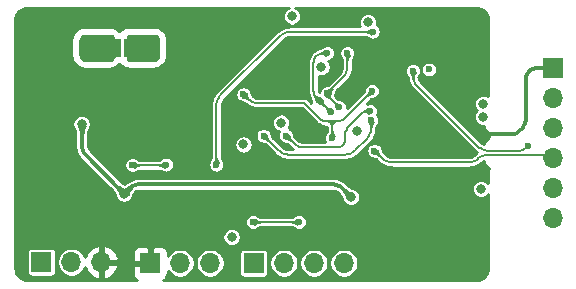
<source format=gbr>
%TF.GenerationSoftware,KiCad,Pcbnew,(5.1.9)-1*%
%TF.CreationDate,2021-05-08T20:51:41+01:00*%
%TF.ProjectId,TSDZ2-ESP32-Alt,5453445a-322d-4455-9350-33322d416c74,A*%
%TF.SameCoordinates,Original*%
%TF.FileFunction,Copper,L4,Bot*%
%TF.FilePolarity,Positive*%
%FSLAX46Y46*%
G04 Gerber Fmt 4.6, Leading zero omitted, Abs format (unit mm)*
G04 Created by KiCad (PCBNEW (5.1.9)-1) date 2021-05-08 20:51:41*
%MOMM*%
%LPD*%
G01*
G04 APERTURE LIST*
%TA.AperFunction,SMDPad,CuDef*%
%ADD10C,0.100000*%
%TD*%
%TA.AperFunction,ComponentPad*%
%ADD11O,1.700000X1.700000*%
%TD*%
%TA.AperFunction,ComponentPad*%
%ADD12R,1.700000X1.700000*%
%TD*%
%TA.AperFunction,ViaPad*%
%ADD13C,0.800000*%
%TD*%
%TA.AperFunction,ViaPad*%
%ADD14C,0.600000*%
%TD*%
%TA.AperFunction,Conductor*%
%ADD15C,0.350000*%
%TD*%
%TA.AperFunction,Conductor*%
%ADD16C,0.150000*%
%TD*%
%TA.AperFunction,Conductor*%
%ADD17C,0.254000*%
%TD*%
%TA.AperFunction,Conductor*%
%ADD18C,0.100000*%
%TD*%
%TA.AperFunction,Conductor*%
%ADD19C,0.025400*%
%TD*%
G04 APERTURE END LIST*
%TA.AperFunction,SMDPad,CuDef*%
D10*
%TO.P,JP2,2*%
%TO.N,+3V3*%
G36*
X139700000Y-91100602D02*
G01*
X139724534Y-91100602D01*
X139773365Y-91105412D01*
X139821490Y-91114984D01*
X139868445Y-91129228D01*
X139913778Y-91148005D01*
X139957051Y-91171136D01*
X139997850Y-91198396D01*
X140035779Y-91229524D01*
X140070476Y-91264221D01*
X140101604Y-91302150D01*
X140128864Y-91342949D01*
X140151995Y-91386222D01*
X140170772Y-91431555D01*
X140185016Y-91478510D01*
X140194588Y-91526635D01*
X140199398Y-91575466D01*
X140199398Y-91600000D01*
X140200000Y-91600000D01*
X140200000Y-92100000D01*
X140199398Y-92100000D01*
X140199398Y-92124534D01*
X140194588Y-92173365D01*
X140185016Y-92221490D01*
X140170772Y-92268445D01*
X140151995Y-92313778D01*
X140128864Y-92357051D01*
X140101604Y-92397850D01*
X140070476Y-92435779D01*
X140035779Y-92470476D01*
X139997850Y-92501604D01*
X139957051Y-92528864D01*
X139913778Y-92551995D01*
X139868445Y-92570772D01*
X139821490Y-92585016D01*
X139773365Y-92594588D01*
X139724534Y-92599398D01*
X139700000Y-92599398D01*
X139700000Y-92600000D01*
X139200000Y-92600000D01*
X139200000Y-91100000D01*
X139700000Y-91100000D01*
X139700000Y-91100602D01*
G37*
%TD.AperFunction*%
%TA.AperFunction,SMDPad,CuDef*%
%TO.P,JP2,1*%
%TO.N,Net-(JP2-Pad1)*%
G36*
X138900000Y-92600000D02*
G01*
X138400000Y-92600000D01*
X138400000Y-92599398D01*
X138375466Y-92599398D01*
X138326635Y-92594588D01*
X138278510Y-92585016D01*
X138231555Y-92570772D01*
X138186222Y-92551995D01*
X138142949Y-92528864D01*
X138102150Y-92501604D01*
X138064221Y-92470476D01*
X138029524Y-92435779D01*
X137998396Y-92397850D01*
X137971136Y-92357051D01*
X137948005Y-92313778D01*
X137929228Y-92268445D01*
X137914984Y-92221490D01*
X137905412Y-92173365D01*
X137900602Y-92124534D01*
X137900602Y-92100000D01*
X137900000Y-92100000D01*
X137900000Y-91600000D01*
X137900602Y-91600000D01*
X137900602Y-91575466D01*
X137905412Y-91526635D01*
X137914984Y-91478510D01*
X137929228Y-91431555D01*
X137948005Y-91386222D01*
X137971136Y-91342949D01*
X137998396Y-91302150D01*
X138029524Y-91264221D01*
X138064221Y-91229524D01*
X138102150Y-91198396D01*
X138142949Y-91171136D01*
X138186222Y-91148005D01*
X138231555Y-91129228D01*
X138278510Y-91114984D01*
X138326635Y-91105412D01*
X138375466Y-91100602D01*
X138400000Y-91100602D01*
X138400000Y-91100000D01*
X138900000Y-91100000D01*
X138900000Y-92600000D01*
G37*
%TD.AperFunction*%
%TD*%
D11*
%TO.P,J2,6*%
%TO.N,+3V3*%
X175500000Y-106300000D03*
%TO.P,J2,5*%
%TO.N,/~RST*%
X175500000Y-103760000D03*
%TO.P,J2,4*%
%TO.N,/GPIO0*%
X175500000Y-101220000D03*
%TO.P,J2,3*%
%TO.N,/RXD*%
X175500000Y-98680000D03*
%TO.P,J2,2*%
%TO.N,/TXD*%
X175500000Y-96140000D03*
D12*
%TO.P,J2,1*%
%TO.N,GND*%
X175500000Y-93600000D03*
%TD*%
D11*
%TO.P,J4,3*%
%TO.N,GND*%
X137280000Y-110000000D03*
%TO.P,J4,2*%
%TO.N,+48V*%
X134740000Y-110000000D03*
D12*
%TO.P,J4,1*%
%TO.N,/PSU_EN*%
X132200000Y-110000000D03*
%TD*%
D11*
%TO.P,J3,4*%
%TO.N,/RXL*%
X157800000Y-110100000D03*
%TO.P,J3,3*%
%TO.N,/RXC*%
X155260000Y-110100000D03*
%TO.P,J3,2*%
%TO.N,/TXL*%
X152720000Y-110100000D03*
D12*
%TO.P,J3,1*%
%TO.N,/TXC*%
X150180000Y-110100000D03*
%TD*%
D11*
%TO.P,U6,3*%
%TO.N,+3V3*%
X146480000Y-110100000D03*
%TO.P,U6,2*%
%TO.N,/DS18B20_DQ*%
X143940000Y-110100000D03*
D12*
%TO.P,U6,1*%
%TO.N,GND*%
X141400000Y-110100000D03*
%TD*%
D13*
%TO.N,GND*%
X164920000Y-98300000D03*
X167000000Y-100400000D03*
X167000000Y-96200000D03*
X162800000Y-96200000D03*
X162800000Y-100400000D03*
X138600000Y-99500000D03*
X140200000Y-99500000D03*
X140800000Y-96400000D03*
X140800000Y-97600000D03*
X168200000Y-93800000D03*
X169400000Y-92100000D03*
X166300000Y-92100000D03*
X166400000Y-93100000D03*
X165400000Y-92800000D03*
X165100000Y-91800000D03*
X167800000Y-90300000D03*
X168800000Y-92900000D03*
X169300000Y-94100000D03*
X167800000Y-89100000D03*
X165100000Y-90900000D03*
X165100000Y-90000000D03*
X165100000Y-89100000D03*
X139000000Y-106300000D03*
X139000000Y-107200000D03*
X139000000Y-108100000D03*
X139900000Y-107800000D03*
X139900000Y-106900000D03*
X139900000Y-106000000D03*
X139300000Y-110000000D03*
X137400000Y-108400000D03*
X130500000Y-110700000D03*
X138700000Y-111000000D03*
X148300000Y-110900000D03*
X159600000Y-110900000D03*
X169200000Y-110700000D03*
X130600000Y-90300000D03*
X130600000Y-89400000D03*
X134600000Y-89100000D03*
X134600000Y-90400000D03*
X149350000Y-104450000D03*
X159900000Y-101500000D03*
X155750000Y-99299998D03*
X141100000Y-89700000D03*
X148000000Y-90400000D03*
X165000000Y-103800000D03*
X166600000Y-105300000D03*
X151900000Y-105300000D03*
X151600000Y-89000000D03*
X151600000Y-95200000D03*
X154000000Y-95300000D03*
X155100000Y-89200000D03*
X159700000Y-91400000D03*
X161400000Y-93600000D03*
X150600000Y-97700000D03*
X148700000Y-92600000D03*
X146300000Y-88900000D03*
X140000000Y-100700000D03*
X130900000Y-106650000D03*
X134250000Y-92750000D03*
X134250000Y-94500000D03*
X137000000Y-94500000D03*
X140000000Y-94500000D03*
X143500000Y-95250000D03*
X145500000Y-95000000D03*
X147750000Y-94000000D03*
X158400000Y-105800000D03*
X160600000Y-103500000D03*
X162300000Y-102900000D03*
X161100000Y-105600000D03*
X158500000Y-107400000D03*
X161300000Y-108800000D03*
X164200000Y-106500000D03*
X169600000Y-105200000D03*
X169300000Y-107700000D03*
X164300000Y-111000000D03*
X166300000Y-108900000D03*
X143100000Y-108400000D03*
X143700000Y-105700000D03*
X147000000Y-105400000D03*
X145600000Y-100200000D03*
X145700000Y-97400000D03*
X142800000Y-100300000D03*
X143300000Y-97900000D03*
X145300000Y-104600000D03*
X133400000Y-104400000D03*
X133800000Y-108400000D03*
X133700000Y-111200000D03*
X156400000Y-94600000D03*
X157500000Y-95600000D03*
X158900000Y-94800000D03*
X154100000Y-108200000D03*
X156500000Y-108700000D03*
X156500000Y-111200000D03*
X154000000Y-111200000D03*
X151700000Y-111300000D03*
X151600000Y-108600000D03*
X149800000Y-107800000D03*
X147000000Y-108600000D03*
X143100000Y-111300000D03*
X145200000Y-108400000D03*
X145200000Y-111200000D03*
X141500000Y-104300000D03*
%TO.N,+5V*%
X139200000Y-104200000D03*
X135600000Y-98300000D03*
X158400000Y-104500000D03*
%TO.N,+3V3*%
X140700000Y-92300000D03*
X140700000Y-91400000D03*
X141600000Y-92300000D03*
X141600000Y-91400000D03*
X149300000Y-100050006D03*
X169400044Y-103800000D03*
X169600000Y-97700000D03*
X169600000Y-96600000D03*
X152500000Y-98200000D03*
X158900000Y-98900000D03*
D14*
X164999992Y-93699992D03*
D13*
X153400000Y-89200000D03*
X155900000Y-93500000D03*
X159847503Y-89695005D03*
X148300000Y-107900000D03*
D14*
%TO.N,/SCL*%
X156700000Y-97300000D03*
X156400000Y-92300000D03*
X155700002Y-96300000D03*
%TO.N,/SDA*%
X158100000Y-92300000D03*
X157400000Y-96900000D03*
X156400000Y-95700000D03*
%TO.N,/DS18B20_DQ*%
X154000000Y-106600000D03*
X150099998Y-106600002D03*
%TO.N,/~RST*%
X173350000Y-100150000D03*
X163650000Y-93800000D03*
X147000000Y-101750000D03*
X160249995Y-90499995D03*
%TO.N,/GPIO0*%
X160393007Y-100567439D03*
%TO.N,/GPIO26*%
X152900000Y-99300000D03*
X160024994Y-97202234D03*
%TO.N,/GPIO27*%
X151000000Y-99300000D03*
X160100000Y-98000000D03*
%TO.N,/GPIO33*%
X156800000Y-99499998D03*
X160199143Y-95496990D03*
X149300000Y-95800000D03*
%TO.N,/~PSU_RST*%
X139900000Y-101800000D03*
X142750000Y-101750000D03*
D13*
%TO.N,Net-(JP2-Pad1)*%
X136250000Y-91250000D03*
X136250000Y-92250000D03*
X137250000Y-92250000D03*
X137250000Y-91250000D03*
%TD*%
D15*
%TO.N,GND*%
X173070862Y-98418851D02*
X173007850Y-98536738D01*
X172933586Y-98647882D02*
X172848786Y-98751211D01*
X173253817Y-94222217D02*
X173227038Y-94310496D01*
X172536738Y-99007850D02*
X172418851Y-99070862D01*
X173332607Y-94055629D02*
X173289121Y-94136987D01*
X172036337Y-99186897D02*
X171903309Y-99200000D01*
X173578925Y-93783859D02*
X173507614Y-93842383D01*
X173200000Y-97903309D02*
X173186897Y-98036337D01*
X173160819Y-98167440D02*
X173122016Y-98295355D01*
X173209042Y-94400975D02*
X173200000Y-94492782D01*
X172751211Y-98848786D02*
X172647882Y-98933586D01*
X174092782Y-93600000D02*
X174000975Y-93609041D01*
X173736987Y-93689120D02*
X173655629Y-93732607D01*
X173442383Y-93907614D02*
X173383860Y-93978925D01*
X173910496Y-93627038D02*
X173822217Y-93653817D01*
X172295355Y-99122016D02*
X172167440Y-99160819D01*
X173332607Y-94055629D02*
X173383860Y-93978925D01*
X172536738Y-99007850D02*
X172647882Y-98933586D01*
X173007850Y-98536738D02*
X172933586Y-98647882D01*
X173186897Y-98036337D02*
X173160819Y-98167440D01*
X174000975Y-93609041D02*
X173910496Y-93627038D01*
X172036337Y-99186897D02*
X172167440Y-99160819D01*
X173227038Y-94310496D02*
X173209042Y-94400975D01*
X173578925Y-93783859D02*
X173655629Y-93732607D01*
X173736987Y-93689120D02*
X173822217Y-93653817D01*
X172418851Y-99070862D02*
X172295355Y-99122016D01*
X173070862Y-98418851D02*
X173122016Y-98295355D01*
X173253817Y-94222217D02*
X173289121Y-94136987D01*
X171903309Y-99200000D02*
X169300000Y-99200000D01*
X172848786Y-98751211D02*
X172751211Y-98848786D01*
X173200000Y-97903309D02*
X173200000Y-94492782D01*
X173507614Y-93842383D02*
X173442383Y-93907614D01*
X174092782Y-93600000D02*
X175500000Y-93600000D01*
%TO.N,+5V*%
X157547882Y-103666411D02*
X157651211Y-103751211D01*
X139752115Y-103666411D02*
X139648786Y-103751211D01*
X157067440Y-103439180D02*
X157195355Y-103477982D01*
X140232558Y-103439179D02*
X140104642Y-103477982D01*
X140496689Y-103400000D02*
X140363661Y-103413102D01*
X156936337Y-103413102D02*
X156803309Y-103400000D01*
X135600000Y-100103309D02*
X135613102Y-100236337D01*
X139981146Y-103529135D02*
X139863259Y-103592147D01*
X139518750Y-103881247D02*
X139436852Y-103935970D01*
X157318851Y-103529135D02*
X157436738Y-103592147D01*
X138881247Y-103881247D02*
X138963145Y-103935970D01*
X135639180Y-100367440D02*
X135677982Y-100495355D01*
X135729135Y-100618851D02*
X135792147Y-100736738D01*
X139345852Y-103973664D02*
X139249247Y-103992880D01*
X135866411Y-100847882D02*
X135951211Y-100951211D01*
X139054145Y-103973664D02*
X139150750Y-103992880D01*
X135792147Y-100736738D02*
X135866411Y-100847882D01*
X139436852Y-103935970D02*
X139345852Y-103973664D01*
X139752115Y-103666411D02*
X139863259Y-103592147D01*
X135613102Y-100236337D02*
X135639180Y-100367440D01*
X157547882Y-103666411D02*
X157436738Y-103592147D01*
X140232558Y-103439179D02*
X140363661Y-103413102D01*
X157067440Y-103439180D02*
X156936337Y-103413102D01*
X138963145Y-103935970D02*
X139054145Y-103973664D01*
X139249247Y-103992880D02*
X139150750Y-103992880D01*
X135677982Y-100495355D02*
X135729135Y-100618851D01*
X157195355Y-103477982D02*
X157318851Y-103529135D01*
X140104642Y-103477982D02*
X139981146Y-103529135D01*
X135600000Y-100103309D02*
X135600000Y-98300000D01*
X138881247Y-103881247D02*
X135951211Y-100951211D01*
X139648786Y-103751211D02*
X139518750Y-103881247D01*
X140496689Y-103400000D02*
X156803309Y-103400000D01*
X157651211Y-103751211D02*
X158400000Y-104500000D01*
D16*
%TO.N,/SCL*%
X155718751Y-96318749D02*
X155756250Y-96356248D01*
X155726791Y-92375865D02*
X155657534Y-92412883D01*
X155224999Y-95528954D02*
X155232807Y-95608242D01*
X155868751Y-96468749D02*
X155906250Y-96506248D01*
X155348653Y-92724869D02*
X155308102Y-92800734D01*
X155943750Y-96543748D02*
X155981249Y-96581247D01*
X156018750Y-96618748D02*
X156056249Y-96656247D01*
X155874492Y-92323017D02*
X155799344Y-92345813D01*
X155275183Y-92880210D02*
X155250212Y-92962529D01*
X155568752Y-96168750D02*
X155606251Y-96206249D01*
X155248350Y-95686384D02*
X155271478Y-95762625D01*
X155793750Y-96393748D02*
X155831249Y-96431247D01*
X155233430Y-93046899D02*
X155224999Y-93132508D01*
X155301967Y-95836233D02*
X155339524Y-95906497D01*
X156093749Y-96693747D02*
X156131248Y-96731246D01*
X155451018Y-92586846D02*
X155396446Y-92653343D01*
X156029667Y-92300000D02*
X155951514Y-92307697D01*
X155592237Y-92456513D02*
X155531532Y-92506333D01*
X155383788Y-95972742D02*
X155434331Y-96034329D01*
X155643751Y-96243749D02*
X155681250Y-96281248D01*
X155906250Y-96506248D02*
X155943750Y-96543748D01*
X155756250Y-96356248D02*
X155793750Y-96393748D01*
X156056249Y-96656247D02*
X156093749Y-96693747D01*
X155348653Y-92724869D02*
X155396446Y-92653343D01*
X155339524Y-95906497D02*
X155383788Y-95972742D01*
X155657534Y-92412883D02*
X155592237Y-92456513D01*
X155250212Y-92962529D02*
X155233430Y-93046899D01*
X155232807Y-95608242D02*
X155248350Y-95686384D01*
X155874492Y-92323017D02*
X155951514Y-92307697D01*
X155606251Y-96206249D02*
X155643751Y-96243749D01*
X155981249Y-96581247D02*
X156018750Y-96618748D01*
X155308102Y-92800734D02*
X155275183Y-92880210D01*
X155271478Y-95762625D02*
X155301967Y-95836233D01*
X155726791Y-92375865D02*
X155799344Y-92345813D01*
X155718751Y-96318749D02*
X155681250Y-96281248D01*
X156131248Y-96731246D02*
X156700000Y-97300000D01*
X155868751Y-96468749D02*
X155831249Y-96431247D01*
X155568752Y-96168750D02*
X155434331Y-96034329D01*
X155224999Y-95528954D02*
X155224999Y-93132508D01*
X155451018Y-92586846D02*
X155531532Y-92506333D01*
X156029667Y-92300000D02*
X156400000Y-92300000D01*
%TO.N,/SDA*%
X157970862Y-94018851D02*
X157907850Y-94136738D01*
X158060818Y-93767440D02*
X158022016Y-93895355D01*
X157833586Y-94247882D02*
X157748786Y-94351211D01*
X156402324Y-95764532D02*
X156400000Y-95788138D01*
X156422915Y-95903344D02*
X156434097Y-95924264D01*
X158100000Y-93503309D02*
X158086897Y-93636337D01*
X156447275Y-95943986D02*
X156462322Y-95962322D01*
X156413837Y-95718568D02*
X156406952Y-95741267D01*
X156434096Y-95675733D02*
X156422915Y-95696653D01*
X156462322Y-95637675D02*
X156447275Y-95656011D01*
X156406951Y-95858730D02*
X156413837Y-95881429D01*
X156400000Y-95811859D02*
X156402324Y-95835465D01*
X156434097Y-95924264D02*
X156447275Y-95943986D01*
X157907850Y-94136738D02*
X157833586Y-94247882D01*
X156402324Y-95764532D02*
X156406952Y-95741267D01*
X158060818Y-93767440D02*
X158086897Y-93636337D01*
X156406951Y-95858730D02*
X156402324Y-95835465D01*
X156434096Y-95675733D02*
X156447275Y-95656011D01*
X157970862Y-94018851D02*
X158022016Y-93895355D01*
X156413837Y-95718568D02*
X156422915Y-95696653D01*
X156422915Y-95903344D02*
X156413837Y-95881429D01*
X156462322Y-95962322D02*
X157400000Y-96900000D01*
X157748786Y-94351211D02*
X156462322Y-95637675D01*
X158100000Y-93503309D02*
X158100000Y-92300000D01*
X156400000Y-95788138D02*
X156400000Y-95811859D01*
%TO.N,/DS18B20_DQ*%
X150392912Y-106600000D02*
X150392912Y-106600000D01*
X150099999Y-106600000D02*
X150100001Y-106600000D01*
X150099999Y-106600000D02*
X150099999Y-106600000D01*
X150099999Y-106600000D02*
X150099999Y-106600000D01*
X150099999Y-106600000D02*
X150099999Y-106600000D01*
X150100001Y-106600000D02*
X150099999Y-106600000D01*
X150100001Y-106600000D02*
X150100001Y-106600000D01*
X150100001Y-106600000D02*
X150100001Y-106600000D01*
X150100001Y-106600000D02*
X150100001Y-106600000D01*
X150100001Y-106600000D02*
X150100001Y-106600000D01*
X150099999Y-106600000D02*
X150099999Y-106600000D01*
X150099999Y-106600000D02*
X150099999Y-106600000D01*
X150100001Y-106600000D02*
X150100001Y-106600000D01*
X150099999Y-106600000D02*
X150099999Y-106600000D01*
X150099999Y-106600000D02*
X150099999Y-106600000D01*
X150099999Y-106600000D02*
X150099999Y-106600000D01*
X150099999Y-106600000D02*
X150099999Y-106600000D01*
X150100001Y-106600000D02*
X150100001Y-106600000D01*
X150099999Y-106600000D02*
X150099999Y-106600000D01*
X150099999Y-106600000D02*
X150099999Y-106600000D01*
X150099999Y-106600000D02*
X150099999Y-106600000D01*
X150099999Y-106600000D02*
X150099999Y-106600000D01*
X150099999Y-106600000D02*
X150099999Y-106600000D01*
X150392912Y-106600000D02*
X154000000Y-106600000D01*
X150099999Y-106600000D02*
X150099999Y-106600000D01*
%TO.N,/~RST*%
X172997919Y-100472528D02*
X172935052Y-100506132D01*
X172869192Y-100533413D02*
X172800977Y-100554106D01*
X173112296Y-100387701D02*
X173057191Y-100432924D01*
X169173787Y-100223787D02*
X169277116Y-100308587D01*
X169888663Y-100561898D02*
X170021691Y-100575001D01*
X163753119Y-94715053D02*
X163803437Y-94809191D01*
X172731061Y-100568013D02*
X172660119Y-100575001D01*
X147013101Y-96613661D02*
X147000000Y-96746688D01*
X169388260Y-100382851D02*
X169506147Y-100445863D01*
X147192147Y-96113259D02*
X147129135Y-96231146D01*
X152502120Y-90766406D02*
X152398791Y-90851206D01*
X152982563Y-90539173D02*
X152854648Y-90577976D01*
X147351211Y-95898786D02*
X147266411Y-96002115D01*
X163650000Y-94303370D02*
X163660462Y-94409598D01*
X147077981Y-96354643D02*
X147039179Y-96482558D01*
X163681286Y-94514290D02*
X163712271Y-94616436D01*
X169629644Y-100497017D02*
X169757559Y-100535820D01*
X152731151Y-90629130D02*
X152613264Y-90692142D01*
X163862741Y-94897944D02*
X163930457Y-94980457D01*
X153246693Y-90499995D02*
X153113666Y-90513096D01*
X169277116Y-100308587D02*
X169388260Y-100382851D01*
X147013101Y-96613661D02*
X147039179Y-96482558D01*
X172997919Y-100472528D02*
X173057191Y-100432924D01*
X169888663Y-100561898D02*
X169757559Y-100535820D01*
X163803437Y-94809191D02*
X163862741Y-94897944D01*
X152982563Y-90539173D02*
X153113666Y-90513096D01*
X172800977Y-100554106D02*
X172731061Y-100568013D01*
X147192147Y-96113259D02*
X147266411Y-96002115D01*
X152502120Y-90766406D02*
X152613264Y-90692142D01*
X163660462Y-94409598D02*
X163681286Y-94514290D01*
X172935052Y-100506132D02*
X172869192Y-100533413D01*
X152854648Y-90577976D02*
X152731151Y-90629130D01*
X169506147Y-100445863D02*
X169629644Y-100497017D01*
X163753119Y-94715053D02*
X163712271Y-94616436D01*
X147129135Y-96231146D02*
X147077981Y-96354643D01*
X163650000Y-94303370D02*
X163650000Y-93800000D01*
X170021691Y-100575001D02*
X172660119Y-100575001D01*
X173112296Y-100387701D02*
X173350000Y-100150000D01*
X169173787Y-100223787D02*
X163930457Y-94980457D01*
X153246693Y-90499995D02*
X160249995Y-90499995D01*
X152398791Y-90851206D02*
X147351211Y-95898786D01*
X147000000Y-96746688D02*
X147000000Y-101750000D01*
%TO.N,/GPIO0*%
X161024354Y-101198786D02*
X161127683Y-101283586D01*
X168767933Y-101488842D02*
X168667618Y-101519272D01*
X168957234Y-101399309D02*
X168864783Y-101448726D01*
X169657368Y-100955736D02*
X169557052Y-100986166D01*
X161480211Y-101472016D02*
X161608126Y-101510819D01*
X169864507Y-100925011D02*
X169760182Y-100935285D01*
X161238827Y-101357850D02*
X161356714Y-101420862D01*
X169125430Y-101274566D02*
X169044397Y-101341069D01*
X175211988Y-100972809D02*
X175255624Y-100996133D01*
X168564804Y-101539724D02*
X168460479Y-101550000D01*
X169460203Y-101026282D02*
X169367751Y-101075698D01*
X175296764Y-101023622D02*
X175335012Y-101055012D01*
X175070401Y-100929860D02*
X175021161Y-100925011D01*
X169280589Y-101133939D02*
X169199556Y-101200441D01*
X175118928Y-100939513D02*
X175166276Y-100953875D01*
X161739230Y-101536897D02*
X161872258Y-101550000D01*
X169367751Y-101075698D02*
X169280589Y-101133939D01*
X168957234Y-101399309D02*
X169044397Y-101341069D01*
X161608126Y-101510819D02*
X161739230Y-101536897D01*
X175255624Y-100996133D02*
X175296764Y-101023622D01*
X169657368Y-100955736D02*
X169760182Y-100935285D01*
X175070401Y-100929860D02*
X175118928Y-100939513D01*
X161127683Y-101283586D02*
X161238827Y-101357850D01*
X168667618Y-101519272D02*
X168564804Y-101539724D01*
X169557052Y-100986166D02*
X169460203Y-101026282D01*
X175211988Y-100972809D02*
X175166276Y-100953875D01*
X161480211Y-101472016D02*
X161356714Y-101420862D01*
X168767933Y-101488842D02*
X168864783Y-101448726D01*
X169864507Y-100925011D02*
X175021161Y-100925011D01*
X161024354Y-101198786D02*
X160393007Y-100567439D01*
X169125430Y-101274566D02*
X169199556Y-101200441D01*
X175335012Y-101055012D02*
X175500000Y-101220000D01*
X168460479Y-101550000D02*
X161872258Y-101550000D01*
%TO.N,/GPIO26*%
X158242782Y-98457215D02*
X158160017Y-98558064D01*
X157976109Y-98902131D02*
X157938238Y-99026976D01*
X157676278Y-100123719D02*
X157624415Y-100166282D01*
X157835183Y-99909461D02*
X157803556Y-99968631D01*
X154004643Y-100222016D02*
X154132558Y-100260819D01*
X153548786Y-99948786D02*
X153652115Y-100033586D01*
X159730114Y-97202234D02*
X159667884Y-97208362D01*
X157912787Y-99154932D02*
X157900000Y-99284766D01*
X159381806Y-97326859D02*
X159333468Y-97366529D01*
X157766282Y-100024415D02*
X157723719Y-100076278D01*
X157568630Y-100203556D02*
X157509460Y-100235183D01*
X157447476Y-100260858D02*
X157383273Y-100280334D01*
X153763259Y-100107850D02*
X153881146Y-100170862D01*
X158087536Y-98666540D02*
X158026036Y-98781598D01*
X157880334Y-99783273D02*
X157860858Y-99847476D01*
X159488945Y-97262642D02*
X159433799Y-97292119D01*
X159606555Y-97220561D02*
X159546716Y-97238712D01*
X157900000Y-99650702D02*
X157893423Y-99717471D01*
X154263662Y-100286897D02*
X154396690Y-100300000D01*
X157317471Y-100293423D02*
X157250702Y-100300000D01*
X157880334Y-99783273D02*
X157893423Y-99717471D01*
X157803556Y-99968631D02*
X157766282Y-100024415D01*
X157624415Y-100166282D02*
X157568630Y-100203556D01*
X157383273Y-100280334D02*
X157317471Y-100293423D01*
X159667884Y-97208362D02*
X159606555Y-97220561D01*
X159381806Y-97326859D02*
X159433799Y-97292119D01*
X154132558Y-100260819D02*
X154263662Y-100286897D01*
X157938238Y-99026976D02*
X157912787Y-99154932D01*
X158160017Y-98558064D02*
X158087536Y-98666540D01*
X153652115Y-100033586D02*
X153763259Y-100107850D01*
X157509460Y-100235183D02*
X157447476Y-100260858D01*
X154004643Y-100222016D02*
X153881146Y-100170862D01*
X159488945Y-97262642D02*
X159546716Y-97238712D01*
X157976109Y-98902131D02*
X158026036Y-98781598D01*
X157835183Y-99909461D02*
X157860858Y-99847476D01*
X159730114Y-97202234D02*
X160024994Y-97202234D01*
X158242782Y-98457215D02*
X159333468Y-97366529D01*
X157900000Y-99284766D02*
X157900000Y-99650702D01*
X157676278Y-100123719D02*
X157723719Y-100076278D01*
X154396690Y-100300000D02*
X157250702Y-100300000D01*
X153548786Y-99948786D02*
X152900000Y-99300000D01*
%TO.N,/GPIO27*%
X159970862Y-99218851D02*
X159907850Y-99336738D01*
X159833586Y-99447882D02*
X159748786Y-99551211D01*
X158536738Y-100707850D02*
X158418851Y-100770862D01*
X152704643Y-100822016D02*
X152832558Y-100860819D01*
X158036337Y-100886897D02*
X157903309Y-100900000D01*
X160100000Y-98703309D02*
X160086897Y-98836337D01*
X158295355Y-100822016D02*
X158167440Y-100860819D01*
X158751211Y-100548786D02*
X158647882Y-100633586D01*
X152463259Y-100707850D02*
X152581146Y-100770862D01*
X160060819Y-98967440D02*
X160022016Y-99095355D01*
X152248786Y-100548786D02*
X152352115Y-100633586D01*
X152963662Y-100886897D02*
X153096690Y-100900000D01*
X158536738Y-100707850D02*
X158647882Y-100633586D01*
X159907850Y-99336738D02*
X159833586Y-99447882D01*
X160086897Y-98836337D02*
X160060819Y-98967440D01*
X152832558Y-100860819D02*
X152963662Y-100886897D01*
X158036337Y-100886897D02*
X158167440Y-100860819D01*
X152463259Y-100707850D02*
X152352115Y-100633586D01*
X159970862Y-99218851D02*
X160022016Y-99095355D01*
X158418851Y-100770862D02*
X158295355Y-100822016D01*
X152704643Y-100822016D02*
X152581146Y-100770862D01*
X157903309Y-100900000D02*
X153096690Y-100900000D01*
X152248786Y-100548786D02*
X151000000Y-99300000D01*
X159748786Y-99551211D02*
X158751211Y-100548786D01*
X160100000Y-98703309D02*
X160100000Y-98000000D01*
%TO.N,/GPIO33*%
X154453991Y-96553053D02*
X154454115Y-96553462D01*
X156929653Y-98100000D02*
X156975329Y-98100000D01*
X156950185Y-98124812D02*
X156929653Y-98100000D01*
X156975329Y-98100000D02*
X156950185Y-98124812D01*
X156688304Y-98100000D02*
X156730624Y-98100000D01*
X156689091Y-98121772D02*
X156688304Y-98100000D01*
X156730624Y-98100000D02*
X156689091Y-98121772D01*
X149921314Y-96369169D02*
X150032257Y-96428469D01*
X156800000Y-98631940D02*
X156800000Y-98707423D01*
X150148479Y-96476610D02*
X150268859Y-96513127D01*
X154453867Y-96552209D02*
X154453908Y-96552634D01*
X149719474Y-96219474D02*
X149816717Y-96299279D01*
X157342680Y-98091380D02*
X157255168Y-98100000D01*
X157076847Y-98100000D02*
X157161482Y-98100000D01*
X157057557Y-98130413D02*
X157076847Y-98100000D01*
X157161482Y-98100000D02*
X157057557Y-98130413D01*
X155902939Y-97963608D02*
X155986617Y-98008335D01*
X156800000Y-98782907D02*
X156800000Y-98858390D01*
X154454308Y-96553929D02*
X154454524Y-96554334D01*
X157844224Y-97851906D02*
X157771233Y-97911808D01*
X154454779Y-96554716D02*
X154455071Y-96555071D01*
X157692723Y-97964267D02*
X157609448Y-98008778D01*
X156842380Y-98310394D02*
X156825925Y-98273391D01*
X156877107Y-98256072D02*
X156842380Y-98310394D01*
X156825925Y-98273391D02*
X156877107Y-98256072D01*
X156800000Y-99084840D02*
X156800000Y-99160323D01*
X154452848Y-96550219D02*
X154453165Y-96550431D01*
X154452496Y-96550074D02*
X154452122Y-96550000D01*
X156074277Y-98044646D02*
X156165073Y-98072188D01*
X156800000Y-98933873D02*
X156800000Y-99009356D01*
X156800000Y-98449267D02*
X156780263Y-98362815D01*
X156814222Y-98378078D02*
X156800000Y-98449267D01*
X156780263Y-98362815D02*
X156814222Y-98378078D01*
X157513072Y-98048698D02*
X157428924Y-98074225D01*
X156488682Y-98100000D02*
X156582762Y-98100000D01*
X156556919Y-98115464D02*
X156488682Y-98100000D01*
X156582762Y-98100000D02*
X156556919Y-98115464D01*
X156933393Y-98199786D02*
X156949478Y-98156540D01*
X156967874Y-98174890D02*
X156933393Y-98199786D01*
X156949478Y-98156540D02*
X156967874Y-98174890D01*
X155750702Y-97850702D02*
X155824047Y-97910895D01*
X156258133Y-98090699D02*
X156352558Y-98100000D01*
X154453434Y-96550699D02*
X154453646Y-96551016D01*
X156666710Y-98177024D02*
X156632387Y-98151267D01*
X156669093Y-98143638D02*
X156666710Y-98177024D01*
X156632387Y-98151267D02*
X156669093Y-98143638D01*
X154453792Y-96551368D02*
X154453867Y-96551742D01*
X156751572Y-98290926D02*
X156721148Y-98240801D01*
X156778918Y-98268059D02*
X156751572Y-98290926D01*
X156721148Y-98240801D02*
X156778918Y-98268059D01*
X150392238Y-96537669D02*
X150517429Y-96550000D01*
X154454524Y-96554334D02*
X154454779Y-96554716D01*
X156780263Y-98362815D02*
X156751572Y-98290926D01*
X156842380Y-98310394D02*
X156814222Y-98378078D01*
X156825925Y-98273391D02*
X156778918Y-98268059D01*
X157771233Y-97911808D02*
X157692723Y-97964267D01*
X155902939Y-97963608D02*
X155824047Y-97910895D01*
X154452848Y-96550219D02*
X154452496Y-96550074D01*
X149921314Y-96369169D02*
X149816717Y-96299279D01*
X156975329Y-98100000D02*
X157076847Y-98100000D01*
X156950185Y-98124812D02*
X156949478Y-98156540D01*
X157057557Y-98130413D02*
X156967874Y-98174890D01*
X156688304Y-98100000D02*
X156582762Y-98100000D01*
X156556919Y-98115464D02*
X156632387Y-98151267D01*
X156689091Y-98121772D02*
X156669093Y-98143638D01*
X154453646Y-96551016D02*
X154453792Y-96551368D01*
X157342680Y-98091380D02*
X157428924Y-98074225D01*
X154453991Y-96553053D02*
X154453908Y-96552634D01*
X156800000Y-98707423D02*
X156800000Y-98782907D01*
X156165073Y-98072188D02*
X156258133Y-98090699D01*
X150268859Y-96513127D02*
X150392238Y-96537669D01*
X156800000Y-99084840D02*
X156800000Y-99009356D01*
X156929653Y-98100000D02*
X156730624Y-98100000D01*
X156666710Y-98177024D02*
X156721148Y-98240801D01*
X156877107Y-98256072D02*
X156933393Y-98199786D01*
X157609448Y-98008778D02*
X157513072Y-98048698D01*
X156800000Y-98858390D02*
X156800000Y-98933873D01*
X150032257Y-96428469D02*
X150148479Y-96476610D01*
X154454115Y-96553462D02*
X154454308Y-96553929D01*
X155986617Y-98008335D02*
X156074277Y-98044646D01*
X154453165Y-96550431D02*
X154453434Y-96550699D01*
X156800000Y-99160323D02*
X156800000Y-99499998D01*
X149719474Y-96219474D02*
X149300000Y-95800000D01*
X154452122Y-96550000D02*
X150517429Y-96550000D01*
X154453867Y-96552209D02*
X154453867Y-96551742D01*
X154455071Y-96555071D02*
X155750702Y-97850702D01*
X157844224Y-97851906D02*
X160199143Y-95496990D01*
X156800000Y-98631940D02*
X156800000Y-98449267D01*
X157255168Y-98100000D02*
X157161482Y-98100000D01*
X156488682Y-98100000D02*
X156352558Y-98100000D01*
X156910631Y-98177024D02*
X156933393Y-98199786D01*
X156666710Y-98177024D02*
X156910631Y-98177024D01*
%TO.N,/~PSU_RST*%
X142722034Y-101777964D02*
X142715551Y-101783284D01*
X142693433Y-101795106D02*
X142685408Y-101797540D01*
X142708577Y-101787944D02*
X142701181Y-101791897D01*
X142677182Y-101799177D02*
X142668836Y-101800000D01*
X142685408Y-101797540D02*
X142677182Y-101799177D01*
X142715551Y-101783284D02*
X142708577Y-101787944D01*
X142693433Y-101795106D02*
X142701181Y-101791897D01*
X142668836Y-101800000D02*
X139900000Y-101800000D01*
X142722034Y-101777964D02*
X142750000Y-101750000D01*
D15*
%TO.N,Net-(JP2-Pad1)*%
X136747051Y-91705335D02*
X136835805Y-91752775D01*
X136585580Y-91585580D02*
X136663373Y-91649423D01*
X137123791Y-91840135D02*
X137223944Y-91850000D01*
X136928783Y-91791287D02*
X137025087Y-91820501D01*
X137123791Y-91840135D02*
X137025087Y-91820501D01*
X136747051Y-91705335D02*
X136663373Y-91649423D01*
X136835805Y-91752775D02*
X136928783Y-91791287D01*
X136585580Y-91585580D02*
X136250000Y-91250000D01*
X137223944Y-91850000D02*
X138400000Y-91850000D01*
%TD*%
D17*
%TO.N,GND*%
X153031952Y-88511431D02*
X152904691Y-88596464D01*
X152796464Y-88704691D01*
X152711431Y-88831952D01*
X152652859Y-88973357D01*
X152623000Y-89123472D01*
X152623000Y-89276528D01*
X152652859Y-89426643D01*
X152711431Y-89568048D01*
X152796464Y-89695309D01*
X152904691Y-89803536D01*
X153031952Y-89888569D01*
X153173357Y-89947141D01*
X153323472Y-89977000D01*
X153476528Y-89977000D01*
X153626643Y-89947141D01*
X153768048Y-89888569D01*
X153895309Y-89803536D01*
X154003536Y-89695309D01*
X154088569Y-89568048D01*
X154147141Y-89426643D01*
X154177000Y-89276528D01*
X154177000Y-89123472D01*
X154147141Y-88973357D01*
X154088569Y-88831952D01*
X154003536Y-88704691D01*
X153895309Y-88596464D01*
X153768048Y-88511431D01*
X153684924Y-88477000D01*
X168976666Y-88477000D01*
X169198261Y-88498727D01*
X169388961Y-88556303D01*
X169564855Y-88649828D01*
X169719227Y-88775731D01*
X169846208Y-88929224D01*
X169940957Y-89104459D01*
X169999865Y-89294758D01*
X170023001Y-89514888D01*
X170023000Y-95948149D01*
X169968048Y-95911431D01*
X169826643Y-95852859D01*
X169676528Y-95823000D01*
X169523472Y-95823000D01*
X169373357Y-95852859D01*
X169231952Y-95911431D01*
X169104691Y-95996464D01*
X168996464Y-96104691D01*
X168911431Y-96231952D01*
X168852859Y-96373357D01*
X168823000Y-96523472D01*
X168823000Y-96676528D01*
X168852859Y-96826643D01*
X168911431Y-96968048D01*
X168996464Y-97095309D01*
X169051155Y-97150000D01*
X168996464Y-97204691D01*
X168911431Y-97331952D01*
X168852859Y-97473357D01*
X168823000Y-97623472D01*
X168823000Y-97776528D01*
X168852859Y-97926643D01*
X168911431Y-98068048D01*
X168996464Y-98195309D01*
X169104691Y-98303536D01*
X169231952Y-98388569D01*
X169373357Y-98447141D01*
X169523472Y-98477000D01*
X169673000Y-98477000D01*
X169673000Y-98561754D01*
X169697095Y-98682889D01*
X169744360Y-98796996D01*
X169812977Y-98899689D01*
X169900311Y-98987023D01*
X170003004Y-99055640D01*
X170117111Y-99102905D01*
X170123000Y-99104076D01*
X170123000Y-99445924D01*
X170117111Y-99447095D01*
X170003004Y-99494360D01*
X169900311Y-99562977D01*
X169812977Y-99650311D01*
X169744360Y-99753004D01*
X169697095Y-99867111D01*
X169673000Y-99988246D01*
X169673000Y-100022531D01*
X169620913Y-99994690D01*
X169546698Y-99945101D01*
X169477704Y-99888479D01*
X164265773Y-94676550D01*
X164226228Y-94628364D01*
X164191595Y-94576533D01*
X164162215Y-94521567D01*
X164138365Y-94463987D01*
X164120269Y-94404333D01*
X164109535Y-94350370D01*
X164108675Y-94332445D01*
X164114768Y-94323487D01*
X164137494Y-94292591D01*
X164140315Y-94288704D01*
X164168757Y-94248987D01*
X164179656Y-94232908D01*
X164208715Y-94187565D01*
X164223364Y-94162655D01*
X164229377Y-94151469D01*
X164249950Y-94120680D01*
X164300984Y-93997474D01*
X164327000Y-93866679D01*
X164327000Y-93786821D01*
X164349008Y-93897466D01*
X164400042Y-94020672D01*
X164474132Y-94131555D01*
X164568429Y-94225852D01*
X164679312Y-94299942D01*
X164802518Y-94350976D01*
X164933313Y-94376992D01*
X165066671Y-94376992D01*
X165197466Y-94350976D01*
X165320672Y-94299942D01*
X165431555Y-94225852D01*
X165525852Y-94131555D01*
X165599942Y-94020672D01*
X165650976Y-93897466D01*
X165676992Y-93766671D01*
X165676992Y-93633313D01*
X165650976Y-93502518D01*
X165599942Y-93379312D01*
X165525852Y-93268429D01*
X165431555Y-93174132D01*
X165320672Y-93100042D01*
X165197466Y-93049008D01*
X165066671Y-93022992D01*
X164933313Y-93022992D01*
X164802518Y-93049008D01*
X164679312Y-93100042D01*
X164568429Y-93174132D01*
X164474132Y-93268429D01*
X164400042Y-93379312D01*
X164349008Y-93502518D01*
X164322992Y-93633313D01*
X164322992Y-93713171D01*
X164300984Y-93602526D01*
X164249950Y-93479320D01*
X164175860Y-93368437D01*
X164081563Y-93274140D01*
X163970680Y-93200050D01*
X163847474Y-93149016D01*
X163716679Y-93123000D01*
X163583321Y-93123000D01*
X163452526Y-93149016D01*
X163329320Y-93200050D01*
X163218437Y-93274140D01*
X163124140Y-93368437D01*
X163050050Y-93479320D01*
X162999016Y-93602526D01*
X162973000Y-93733321D01*
X162973000Y-93866679D01*
X162999016Y-93997474D01*
X163050050Y-94120680D01*
X163067050Y-94146122D01*
X163074322Y-94160114D01*
X163083999Y-94177586D01*
X163111618Y-94224477D01*
X163118948Y-94236409D01*
X163145107Y-94277271D01*
X163147111Y-94280368D01*
X163168852Y-94313608D01*
X163182512Y-94335747D01*
X163189310Y-94348500D01*
X163193382Y-94358131D01*
X163197950Y-94372840D01*
X163203689Y-94399979D01*
X163210245Y-94449897D01*
X163212815Y-94475998D01*
X163229286Y-94558805D01*
X163232404Y-94574482D01*
X163242303Y-94624247D01*
X163251669Y-94655122D01*
X163266811Y-94705040D01*
X163266811Y-94705042D01*
X163271527Y-94720588D01*
X163286179Y-94768890D01*
X163302931Y-94809332D01*
X163318489Y-94846894D01*
X163318490Y-94846897D01*
X163344024Y-94908541D01*
X163353490Y-94926250D01*
X163375475Y-94967383D01*
X163375478Y-94967386D01*
X163383824Y-94983000D01*
X163383825Y-94983005D01*
X163415279Y-95041849D01*
X163430778Y-95065044D01*
X163452346Y-95097324D01*
X163452349Y-95097327D01*
X163499256Y-95167527D01*
X163511758Y-95182761D01*
X163552813Y-95232787D01*
X163552815Y-95232790D01*
X163576123Y-95261190D01*
X163595142Y-95284365D01*
X163642322Y-95331546D01*
X163642325Y-95331548D01*
X168869875Y-100559100D01*
X168921453Y-100601429D01*
X168921458Y-100601431D01*
X168955957Y-100629744D01*
X168955958Y-100629746D01*
X168969261Y-100640663D01*
X169007535Y-100672074D01*
X169040316Y-100693977D01*
X169082888Y-100722422D01*
X169079621Y-100724605D01*
X169079619Y-100724607D01*
X169011005Y-100770454D01*
X168988276Y-100789108D01*
X168895646Y-100865127D01*
X168871603Y-100889171D01*
X168821518Y-100939255D01*
X168774819Y-100977581D01*
X168724579Y-101011149D01*
X168671294Y-101039631D01*
X168615477Y-101062751D01*
X168557660Y-101080289D01*
X168498398Y-101092078D01*
X168438278Y-101098000D01*
X161894458Y-101098000D01*
X161805639Y-101089252D01*
X161718079Y-101071835D01*
X161632672Y-101045926D01*
X161550196Y-101011764D01*
X161471480Y-100969689D01*
X161397265Y-100920100D01*
X161328271Y-100863478D01*
X161135514Y-100670722D01*
X161107919Y-100640663D01*
X161099158Y-100628886D01*
X161098599Y-100627904D01*
X161097157Y-100622771D01*
X161092867Y-100601238D01*
X161086516Y-100563333D01*
X161085603Y-100558106D01*
X161077037Y-100511057D01*
X161073350Y-100493255D01*
X161061317Y-100441472D01*
X161054571Y-100416391D01*
X161050733Y-100403862D01*
X161043991Y-100369965D01*
X160992957Y-100246759D01*
X160918867Y-100135876D01*
X160824570Y-100041579D01*
X160713687Y-99967489D01*
X160590481Y-99916455D01*
X160459686Y-99890439D01*
X160326328Y-99890439D01*
X160195533Y-99916455D01*
X160072327Y-99967489D01*
X159961444Y-100041579D01*
X159867147Y-100135876D01*
X159793057Y-100246759D01*
X159742023Y-100369965D01*
X159716007Y-100500760D01*
X159716007Y-100634118D01*
X159742023Y-100764913D01*
X159793057Y-100888119D01*
X159867147Y-100999002D01*
X159961444Y-101093299D01*
X160072327Y-101167389D01*
X160195533Y-101218423D01*
X160229430Y-101225165D01*
X160241959Y-101229003D01*
X160267040Y-101235749D01*
X160318823Y-101247782D01*
X160336625Y-101251469D01*
X160383674Y-101260035D01*
X160388901Y-101260948D01*
X160426806Y-101267299D01*
X160448339Y-101271589D01*
X160453472Y-101273031D01*
X160454454Y-101273590D01*
X160466231Y-101282351D01*
X160496290Y-101309946D01*
X160720442Y-101534099D01*
X160772020Y-101576428D01*
X160772025Y-101576430D01*
X160806524Y-101604743D01*
X160806525Y-101604745D01*
X160825950Y-101620686D01*
X160858102Y-101647073D01*
X160892197Y-101669854D01*
X160950695Y-101708941D01*
X160994380Y-101738130D01*
X161006173Y-101746010D01*
X161065018Y-101777464D01*
X161065020Y-101777465D01*
X161104379Y-101798502D01*
X161104382Y-101798505D01*
X161163227Y-101829958D01*
X161327754Y-101898107D01*
X161377036Y-101913056D01*
X161498164Y-101949801D01*
X161498166Y-101949801D01*
X161498168Y-101949802D01*
X161618867Y-101973810D01*
X161672826Y-101984543D01*
X161783646Y-101995458D01*
X161783651Y-101995460D01*
X161850053Y-102002000D01*
X168482684Y-102002000D01*
X168549086Y-101995460D01*
X168549091Y-101995458D01*
X168622204Y-101988257D01*
X168631210Y-101987370D01*
X168740034Y-101965722D01*
X168777576Y-101958255D01*
X168920389Y-101914933D01*
X168976648Y-101891630D01*
X168996628Y-101883354D01*
X168996630Y-101883354D01*
X169048398Y-101861911D01*
X169058268Y-101857823D01*
X169058585Y-101857654D01*
X169110401Y-101829957D01*
X169117112Y-101826370D01*
X169189891Y-101787468D01*
X169227934Y-101762048D01*
X169258499Y-101741625D01*
X169258502Y-101741624D01*
X169308537Y-101708191D01*
X169313976Y-101704557D01*
X169315501Y-101703306D01*
X169327321Y-101693605D01*
X169365554Y-101662229D01*
X169365557Y-101662226D01*
X169429342Y-101609878D01*
X169454982Y-101584237D01*
X169503466Y-101535754D01*
X169550174Y-101497423D01*
X169600403Y-101463859D01*
X169653689Y-101435379D01*
X169675356Y-101426404D01*
X169673000Y-101438246D01*
X169673000Y-101561754D01*
X169697095Y-101682889D01*
X169744360Y-101796996D01*
X169812977Y-101899689D01*
X169900311Y-101987023D01*
X170003004Y-102055640D01*
X170062609Y-102080329D01*
X170060499Y-102087319D01*
X170052098Y-102129746D01*
X170043112Y-102172019D01*
X170042416Y-102178643D01*
X170025276Y-102353454D01*
X170025276Y-102353470D01*
X170023000Y-102376578D01*
X170023000Y-103333755D01*
X170003580Y-103304691D01*
X169895353Y-103196464D01*
X169768092Y-103111431D01*
X169626687Y-103052859D01*
X169476572Y-103023000D01*
X169323516Y-103023000D01*
X169173401Y-103052859D01*
X169031996Y-103111431D01*
X168904735Y-103196464D01*
X168796508Y-103304691D01*
X168711475Y-103431952D01*
X168652903Y-103573357D01*
X168623044Y-103723472D01*
X168623044Y-103876528D01*
X168652903Y-104026643D01*
X168711475Y-104168048D01*
X168796508Y-104295309D01*
X168904735Y-104403536D01*
X169031996Y-104488569D01*
X169173401Y-104547141D01*
X169323516Y-104577000D01*
X169476572Y-104577000D01*
X169626687Y-104547141D01*
X169768092Y-104488569D01*
X169895353Y-104403536D01*
X170003580Y-104295309D01*
X170023000Y-104266245D01*
X170023001Y-110476656D01*
X170001273Y-110698261D01*
X169943696Y-110888963D01*
X169850172Y-111064855D01*
X169724269Y-111219227D01*
X169570776Y-111346208D01*
X169395541Y-111440957D01*
X169205242Y-111499865D01*
X168985122Y-111523000D01*
X142525053Y-111523000D01*
X142604494Y-111480537D01*
X142701185Y-111401185D01*
X142780537Y-111304494D01*
X142839502Y-111194180D01*
X142875812Y-111074482D01*
X142888072Y-110950000D01*
X142886888Y-110732447D01*
X142986927Y-110882167D01*
X143157833Y-111053073D01*
X143358798Y-111187353D01*
X143582097Y-111279847D01*
X143819151Y-111327000D01*
X144060849Y-111327000D01*
X144297903Y-111279847D01*
X144521202Y-111187353D01*
X144722167Y-111053073D01*
X144893073Y-110882167D01*
X145027353Y-110681202D01*
X145119847Y-110457903D01*
X145167000Y-110220849D01*
X145167000Y-109979151D01*
X145253000Y-109979151D01*
X145253000Y-110220849D01*
X145300153Y-110457903D01*
X145392647Y-110681202D01*
X145526927Y-110882167D01*
X145697833Y-111053073D01*
X145898798Y-111187353D01*
X146122097Y-111279847D01*
X146359151Y-111327000D01*
X146600849Y-111327000D01*
X146837903Y-111279847D01*
X147061202Y-111187353D01*
X147262167Y-111053073D01*
X147433073Y-110882167D01*
X147567353Y-110681202D01*
X147659847Y-110457903D01*
X147707000Y-110220849D01*
X147707000Y-109979151D01*
X147659847Y-109742097D01*
X147567353Y-109518798D01*
X147433073Y-109317833D01*
X147365240Y-109250000D01*
X148951176Y-109250000D01*
X148951176Y-110950000D01*
X148958455Y-111023905D01*
X148980012Y-111094970D01*
X149015019Y-111160463D01*
X149062131Y-111217869D01*
X149119537Y-111264981D01*
X149185030Y-111299988D01*
X149256095Y-111321545D01*
X149330000Y-111328824D01*
X151030000Y-111328824D01*
X151103905Y-111321545D01*
X151174970Y-111299988D01*
X151240463Y-111264981D01*
X151297869Y-111217869D01*
X151344981Y-111160463D01*
X151379988Y-111094970D01*
X151401545Y-111023905D01*
X151408824Y-110950000D01*
X151408824Y-109979151D01*
X151493000Y-109979151D01*
X151493000Y-110220849D01*
X151540153Y-110457903D01*
X151632647Y-110681202D01*
X151766927Y-110882167D01*
X151937833Y-111053073D01*
X152138798Y-111187353D01*
X152362097Y-111279847D01*
X152599151Y-111327000D01*
X152840849Y-111327000D01*
X153077903Y-111279847D01*
X153301202Y-111187353D01*
X153502167Y-111053073D01*
X153673073Y-110882167D01*
X153807353Y-110681202D01*
X153899847Y-110457903D01*
X153947000Y-110220849D01*
X153947000Y-109979151D01*
X154033000Y-109979151D01*
X154033000Y-110220849D01*
X154080153Y-110457903D01*
X154172647Y-110681202D01*
X154306927Y-110882167D01*
X154477833Y-111053073D01*
X154678798Y-111187353D01*
X154902097Y-111279847D01*
X155139151Y-111327000D01*
X155380849Y-111327000D01*
X155617903Y-111279847D01*
X155841202Y-111187353D01*
X156042167Y-111053073D01*
X156213073Y-110882167D01*
X156347353Y-110681202D01*
X156439847Y-110457903D01*
X156487000Y-110220849D01*
X156487000Y-109979151D01*
X156573000Y-109979151D01*
X156573000Y-110220849D01*
X156620153Y-110457903D01*
X156712647Y-110681202D01*
X156846927Y-110882167D01*
X157017833Y-111053073D01*
X157218798Y-111187353D01*
X157442097Y-111279847D01*
X157679151Y-111327000D01*
X157920849Y-111327000D01*
X158157903Y-111279847D01*
X158381202Y-111187353D01*
X158582167Y-111053073D01*
X158753073Y-110882167D01*
X158887353Y-110681202D01*
X158979847Y-110457903D01*
X159027000Y-110220849D01*
X159027000Y-109979151D01*
X158979847Y-109742097D01*
X158887353Y-109518798D01*
X158753073Y-109317833D01*
X158582167Y-109146927D01*
X158381202Y-109012647D01*
X158157903Y-108920153D01*
X157920849Y-108873000D01*
X157679151Y-108873000D01*
X157442097Y-108920153D01*
X157218798Y-109012647D01*
X157017833Y-109146927D01*
X156846927Y-109317833D01*
X156712647Y-109518798D01*
X156620153Y-109742097D01*
X156573000Y-109979151D01*
X156487000Y-109979151D01*
X156439847Y-109742097D01*
X156347353Y-109518798D01*
X156213073Y-109317833D01*
X156042167Y-109146927D01*
X155841202Y-109012647D01*
X155617903Y-108920153D01*
X155380849Y-108873000D01*
X155139151Y-108873000D01*
X154902097Y-108920153D01*
X154678798Y-109012647D01*
X154477833Y-109146927D01*
X154306927Y-109317833D01*
X154172647Y-109518798D01*
X154080153Y-109742097D01*
X154033000Y-109979151D01*
X153947000Y-109979151D01*
X153899847Y-109742097D01*
X153807353Y-109518798D01*
X153673073Y-109317833D01*
X153502167Y-109146927D01*
X153301202Y-109012647D01*
X153077903Y-108920153D01*
X152840849Y-108873000D01*
X152599151Y-108873000D01*
X152362097Y-108920153D01*
X152138798Y-109012647D01*
X151937833Y-109146927D01*
X151766927Y-109317833D01*
X151632647Y-109518798D01*
X151540153Y-109742097D01*
X151493000Y-109979151D01*
X151408824Y-109979151D01*
X151408824Y-109250000D01*
X151401545Y-109176095D01*
X151379988Y-109105030D01*
X151344981Y-109039537D01*
X151297869Y-108982131D01*
X151240463Y-108935019D01*
X151174970Y-108900012D01*
X151103905Y-108878455D01*
X151030000Y-108871176D01*
X149330000Y-108871176D01*
X149256095Y-108878455D01*
X149185030Y-108900012D01*
X149119537Y-108935019D01*
X149062131Y-108982131D01*
X149015019Y-109039537D01*
X148980012Y-109105030D01*
X148958455Y-109176095D01*
X148951176Y-109250000D01*
X147365240Y-109250000D01*
X147262167Y-109146927D01*
X147061202Y-109012647D01*
X146837903Y-108920153D01*
X146600849Y-108873000D01*
X146359151Y-108873000D01*
X146122097Y-108920153D01*
X145898798Y-109012647D01*
X145697833Y-109146927D01*
X145526927Y-109317833D01*
X145392647Y-109518798D01*
X145300153Y-109742097D01*
X145253000Y-109979151D01*
X145167000Y-109979151D01*
X145119847Y-109742097D01*
X145027353Y-109518798D01*
X144893073Y-109317833D01*
X144722167Y-109146927D01*
X144521202Y-109012647D01*
X144297903Y-108920153D01*
X144060849Y-108873000D01*
X143819151Y-108873000D01*
X143582097Y-108920153D01*
X143358798Y-109012647D01*
X143157833Y-109146927D01*
X142986927Y-109317833D01*
X142886888Y-109467553D01*
X142888072Y-109250000D01*
X142875812Y-109125518D01*
X142839502Y-109005820D01*
X142780537Y-108895506D01*
X142701185Y-108798815D01*
X142604494Y-108719463D01*
X142494180Y-108660498D01*
X142374482Y-108624188D01*
X142250000Y-108611928D01*
X141685750Y-108615000D01*
X141527000Y-108773750D01*
X141527000Y-109973000D01*
X141547000Y-109973000D01*
X141547000Y-110227000D01*
X141527000Y-110227000D01*
X141527000Y-110247000D01*
X141273000Y-110247000D01*
X141273000Y-110227000D01*
X140073750Y-110227000D01*
X139915000Y-110385750D01*
X139911928Y-110950000D01*
X139924188Y-111074482D01*
X139960498Y-111194180D01*
X140019463Y-111304494D01*
X140098815Y-111401185D01*
X140195506Y-111480537D01*
X140274947Y-111523000D01*
X131023333Y-111523000D01*
X130801739Y-111501273D01*
X130611037Y-111443696D01*
X130435145Y-111350172D01*
X130280773Y-111224269D01*
X130153792Y-111070776D01*
X130059043Y-110895541D01*
X130000135Y-110705242D01*
X129977000Y-110485122D01*
X129977000Y-109150000D01*
X130971176Y-109150000D01*
X130971176Y-110850000D01*
X130978455Y-110923905D01*
X131000012Y-110994970D01*
X131035019Y-111060463D01*
X131082131Y-111117869D01*
X131139537Y-111164981D01*
X131205030Y-111199988D01*
X131276095Y-111221545D01*
X131350000Y-111228824D01*
X133050000Y-111228824D01*
X133123905Y-111221545D01*
X133194970Y-111199988D01*
X133260463Y-111164981D01*
X133317869Y-111117869D01*
X133364981Y-111060463D01*
X133399988Y-110994970D01*
X133421545Y-110923905D01*
X133428824Y-110850000D01*
X133428824Y-109879151D01*
X133513000Y-109879151D01*
X133513000Y-110120849D01*
X133560153Y-110357903D01*
X133652647Y-110581202D01*
X133786927Y-110782167D01*
X133957833Y-110953073D01*
X134158798Y-111087353D01*
X134382097Y-111179847D01*
X134619151Y-111227000D01*
X134860849Y-111227000D01*
X135097903Y-111179847D01*
X135321202Y-111087353D01*
X135522167Y-110953073D01*
X135693073Y-110782167D01*
X135827353Y-110581202D01*
X135876231Y-110463202D01*
X135935843Y-110631252D01*
X136084822Y-110881355D01*
X136279731Y-111097588D01*
X136513080Y-111271641D01*
X136775901Y-111396825D01*
X136923110Y-111441476D01*
X137153000Y-111320155D01*
X137153000Y-110127000D01*
X137407000Y-110127000D01*
X137407000Y-111320155D01*
X137636890Y-111441476D01*
X137784099Y-111396825D01*
X138046920Y-111271641D01*
X138280269Y-111097588D01*
X138475178Y-110881355D01*
X138624157Y-110631252D01*
X138721481Y-110356891D01*
X138600814Y-110127000D01*
X137407000Y-110127000D01*
X137153000Y-110127000D01*
X137133000Y-110127000D01*
X137133000Y-109873000D01*
X137153000Y-109873000D01*
X137153000Y-108679845D01*
X137407000Y-108679845D01*
X137407000Y-109873000D01*
X138600814Y-109873000D01*
X138721481Y-109643109D01*
X138624157Y-109368748D01*
X138553423Y-109250000D01*
X139911928Y-109250000D01*
X139915000Y-109814250D01*
X140073750Y-109973000D01*
X141273000Y-109973000D01*
X141273000Y-108773750D01*
X141114250Y-108615000D01*
X140550000Y-108611928D01*
X140425518Y-108624188D01*
X140305820Y-108660498D01*
X140195506Y-108719463D01*
X140098815Y-108798815D01*
X140019463Y-108895506D01*
X139960498Y-109005820D01*
X139924188Y-109125518D01*
X139911928Y-109250000D01*
X138553423Y-109250000D01*
X138475178Y-109118645D01*
X138280269Y-108902412D01*
X138046920Y-108728359D01*
X137784099Y-108603175D01*
X137636890Y-108558524D01*
X137407000Y-108679845D01*
X137153000Y-108679845D01*
X136923110Y-108558524D01*
X136775901Y-108603175D01*
X136513080Y-108728359D01*
X136279731Y-108902412D01*
X136084822Y-109118645D01*
X135935843Y-109368748D01*
X135876231Y-109536798D01*
X135827353Y-109418798D01*
X135693073Y-109217833D01*
X135522167Y-109046927D01*
X135321202Y-108912647D01*
X135097903Y-108820153D01*
X134860849Y-108773000D01*
X134619151Y-108773000D01*
X134382097Y-108820153D01*
X134158798Y-108912647D01*
X133957833Y-109046927D01*
X133786927Y-109217833D01*
X133652647Y-109418798D01*
X133560153Y-109642097D01*
X133513000Y-109879151D01*
X133428824Y-109879151D01*
X133428824Y-109150000D01*
X133421545Y-109076095D01*
X133399988Y-109005030D01*
X133364981Y-108939537D01*
X133317869Y-108882131D01*
X133260463Y-108835019D01*
X133194970Y-108800012D01*
X133123905Y-108778455D01*
X133050000Y-108771176D01*
X131350000Y-108771176D01*
X131276095Y-108778455D01*
X131205030Y-108800012D01*
X131139537Y-108835019D01*
X131082131Y-108882131D01*
X131035019Y-108939537D01*
X131000012Y-109005030D01*
X130978455Y-109076095D01*
X130971176Y-109150000D01*
X129977000Y-109150000D01*
X129977000Y-107823472D01*
X147523000Y-107823472D01*
X147523000Y-107976528D01*
X147552859Y-108126643D01*
X147611431Y-108268048D01*
X147696464Y-108395309D01*
X147804691Y-108503536D01*
X147931952Y-108588569D01*
X148073357Y-108647141D01*
X148223472Y-108677000D01*
X148376528Y-108677000D01*
X148526643Y-108647141D01*
X148668048Y-108588569D01*
X148795309Y-108503536D01*
X148903536Y-108395309D01*
X148988569Y-108268048D01*
X149047141Y-108126643D01*
X149077000Y-107976528D01*
X149077000Y-107823472D01*
X149047141Y-107673357D01*
X148988569Y-107531952D01*
X148903536Y-107404691D01*
X148795309Y-107296464D01*
X148668048Y-107211431D01*
X148526643Y-107152859D01*
X148376528Y-107123000D01*
X148223472Y-107123000D01*
X148073357Y-107152859D01*
X147931952Y-107211431D01*
X147804691Y-107296464D01*
X147696464Y-107404691D01*
X147611431Y-107531952D01*
X147552859Y-107673357D01*
X147523000Y-107823472D01*
X129977000Y-107823472D01*
X129977000Y-106533323D01*
X149422998Y-106533323D01*
X149422998Y-106666681D01*
X149449014Y-106797476D01*
X149500048Y-106920682D01*
X149574138Y-107031565D01*
X149668435Y-107125862D01*
X149779318Y-107199952D01*
X149902524Y-107250986D01*
X150033319Y-107277002D01*
X150166677Y-107277002D01*
X150297472Y-107250986D01*
X150420678Y-107199952D01*
X150448539Y-107181336D01*
X150461560Y-107174459D01*
X150482595Y-107162470D01*
X150528944Y-107134045D01*
X150542845Y-107125095D01*
X150583328Y-107097755D01*
X150586612Y-107095512D01*
X150618659Y-107073373D01*
X150637473Y-107061266D01*
X150643995Y-107057752D01*
X150644696Y-107057470D01*
X150649267Y-107056268D01*
X150666988Y-107053780D01*
X150710597Y-107052000D01*
X153401959Y-107052000D01*
X153442691Y-107053740D01*
X153457223Y-107055874D01*
X153458316Y-107056175D01*
X153462963Y-107058782D01*
X153481206Y-107070965D01*
X153512522Y-107093292D01*
X153516860Y-107096339D01*
X153556185Y-107123550D01*
X153571379Y-107133530D01*
X153616504Y-107161638D01*
X153639015Y-107174605D01*
X153650579Y-107180746D01*
X153679320Y-107199950D01*
X153802526Y-107250984D01*
X153933321Y-107277000D01*
X154066679Y-107277000D01*
X154197474Y-107250984D01*
X154320680Y-107199950D01*
X154431563Y-107125860D01*
X154525860Y-107031563D01*
X154599950Y-106920680D01*
X154650984Y-106797474D01*
X154677000Y-106666679D01*
X154677000Y-106533321D01*
X154650984Y-106402526D01*
X154599950Y-106279320D01*
X154525860Y-106168437D01*
X154431563Y-106074140D01*
X154320680Y-106000050D01*
X154197474Y-105949016D01*
X154066679Y-105923000D01*
X153933321Y-105923000D01*
X153802526Y-105949016D01*
X153679320Y-106000050D01*
X153650591Y-106019246D01*
X153639019Y-106025391D01*
X153616504Y-106038361D01*
X153571379Y-106066469D01*
X153556185Y-106076449D01*
X153516860Y-106103660D01*
X153512522Y-106106707D01*
X153481206Y-106129034D01*
X153462963Y-106141217D01*
X153458316Y-106143824D01*
X153457223Y-106144125D01*
X153442690Y-106146259D01*
X153401951Y-106148000D01*
X150710608Y-106148000D01*
X150666979Y-106146218D01*
X150649269Y-106143732D01*
X150644693Y-106142528D01*
X150643993Y-106142247D01*
X150637464Y-106138730D01*
X150618662Y-106126630D01*
X150586604Y-106104485D01*
X150583326Y-106102246D01*
X150542843Y-106074906D01*
X150528934Y-106065951D01*
X150482584Y-106037527D01*
X150461552Y-106025540D01*
X150448536Y-106018666D01*
X150420678Y-106000052D01*
X150297472Y-105949018D01*
X150166677Y-105923002D01*
X150033319Y-105923002D01*
X149902524Y-105949018D01*
X149779318Y-106000052D01*
X149668435Y-106074142D01*
X149574138Y-106168439D01*
X149500048Y-106279322D01*
X149449014Y-106402528D01*
X149422998Y-106533323D01*
X129977000Y-106533323D01*
X129977000Y-98223472D01*
X134823000Y-98223472D01*
X134823000Y-98376528D01*
X134852859Y-98526643D01*
X134911431Y-98668048D01*
X134926975Y-98691311D01*
X134935960Y-98709285D01*
X134938847Y-98714941D01*
X134968798Y-98772413D01*
X134993745Y-98820520D01*
X135011197Y-98856525D01*
X135022543Y-98883559D01*
X135030260Y-98906723D01*
X135036565Y-98932980D01*
X135042131Y-98969222D01*
X135046283Y-99020648D01*
X135048001Y-99094417D01*
X135048000Y-100130417D01*
X135048001Y-100130427D01*
X135048001Y-100130435D01*
X135065990Y-100313071D01*
X135066420Y-100317438D01*
X135103076Y-100501717D01*
X135103080Y-100501733D01*
X135157620Y-100681531D01*
X135157623Y-100681539D01*
X135157626Y-100681548D01*
X135229527Y-100855135D01*
X135229532Y-100855144D01*
X135229536Y-100855154D01*
X135318106Y-101020857D01*
X135318111Y-101020864D01*
X135318115Y-101020872D01*
X135422501Y-101177097D01*
X135422510Y-101177108D01*
X135422512Y-101177111D01*
X135541708Y-101322351D01*
X135541715Y-101322358D01*
X135541720Y-101322364D01*
X138239682Y-104020328D01*
X138292452Y-104075254D01*
X138328331Y-104116574D01*
X138352162Y-104147931D01*
X138367676Y-104172048D01*
X138379120Y-104193646D01*
X138390086Y-104218974D01*
X138402655Y-104253678D01*
X138417942Y-104301315D01*
X138436486Y-104361803D01*
X138437149Y-104363942D01*
X138446029Y-104392305D01*
X138452859Y-104426643D01*
X138511431Y-104568048D01*
X138596464Y-104695309D01*
X138704691Y-104803536D01*
X138831952Y-104888569D01*
X138973357Y-104947141D01*
X139123472Y-104977000D01*
X139276528Y-104977000D01*
X139426643Y-104947141D01*
X139568048Y-104888569D01*
X139695309Y-104803536D01*
X139803536Y-104695309D01*
X139888569Y-104568048D01*
X139947141Y-104426643D01*
X139955478Y-104384729D01*
X139962477Y-104360987D01*
X139966068Y-104347951D01*
X139981974Y-104285867D01*
X139982757Y-104282754D01*
X139995640Y-104230626D01*
X140005529Y-104194850D01*
X140012212Y-104175835D01*
X140015745Y-104168419D01*
X140018596Y-104164033D01*
X140025256Y-104156340D01*
X140072771Y-104117345D01*
X140093604Y-104102120D01*
X140147388Y-104066183D01*
X140217441Y-104028738D01*
X140290828Y-103998341D01*
X140366846Y-103975281D01*
X140444746Y-103959786D01*
X140523799Y-103952000D01*
X156776198Y-103952000D01*
X156855248Y-103959786D01*
X156933158Y-103975284D01*
X157009172Y-103998342D01*
X157082556Y-104028738D01*
X157152613Y-104066185D01*
X157218664Y-104110319D01*
X157280067Y-104160711D01*
X157447945Y-104328589D01*
X157498880Y-104381952D01*
X157532319Y-104421265D01*
X157554007Y-104450824D01*
X157568118Y-104473852D01*
X157579039Y-104495685D01*
X157590131Y-104522821D01*
X157603250Y-104560622D01*
X157619626Y-104612278D01*
X157639086Y-104674095D01*
X157641044Y-104680138D01*
X157647401Y-104699205D01*
X157652859Y-104726643D01*
X157711431Y-104868048D01*
X157796464Y-104995309D01*
X157904691Y-105103536D01*
X158031952Y-105188569D01*
X158173357Y-105247141D01*
X158323472Y-105277000D01*
X158476528Y-105277000D01*
X158626643Y-105247141D01*
X158768048Y-105188569D01*
X158895309Y-105103536D01*
X159003536Y-104995309D01*
X159088569Y-104868048D01*
X159147141Y-104726643D01*
X159177000Y-104576528D01*
X159177000Y-104423472D01*
X159147141Y-104273357D01*
X159088569Y-104131952D01*
X159003536Y-104004691D01*
X158895309Y-103896464D01*
X158768048Y-103811431D01*
X158626643Y-103752859D01*
X158599205Y-103747401D01*
X158580138Y-103741044D01*
X158574095Y-103739086D01*
X158512216Y-103719606D01*
X158460622Y-103703250D01*
X158422821Y-103690131D01*
X158395685Y-103679039D01*
X158373852Y-103668118D01*
X158350824Y-103654007D01*
X158321265Y-103632319D01*
X158281952Y-103598880D01*
X158228589Y-103547945D01*
X158022364Y-103341720D01*
X158022358Y-103341715D01*
X158022351Y-103341708D01*
X157877111Y-103222512D01*
X157877108Y-103222510D01*
X157877097Y-103222501D01*
X157720872Y-103118115D01*
X157720864Y-103118111D01*
X157720857Y-103118106D01*
X157555154Y-103029536D01*
X157555144Y-103029532D01*
X157555135Y-103029527D01*
X157381548Y-102957626D01*
X157381539Y-102957623D01*
X157381531Y-102957620D01*
X157201733Y-102903080D01*
X157201717Y-102903076D01*
X157017438Y-102866420D01*
X157017422Y-102866418D01*
X157017420Y-102866418D01*
X156830435Y-102848001D01*
X156830428Y-102848001D01*
X156830418Y-102848000D01*
X140469580Y-102848000D01*
X140469570Y-102848001D01*
X140469562Y-102848001D01*
X140282578Y-102866418D01*
X140282573Y-102866419D01*
X140282563Y-102866420D01*
X140178192Y-102887180D01*
X140178190Y-102887180D01*
X140156664Y-102891462D01*
X140098284Y-102903074D01*
X140098276Y-102903076D01*
X140098263Y-102903079D01*
X139918463Y-102957621D01*
X139918456Y-102957624D01*
X139918449Y-102957626D01*
X139744862Y-103029527D01*
X139744853Y-103029532D01*
X139744843Y-103029536D01*
X139579140Y-103118106D01*
X139579133Y-103118111D01*
X139579125Y-103118115D01*
X139474286Y-103188167D01*
X139395697Y-103240232D01*
X139330717Y-103282172D01*
X139276896Y-103315472D01*
X139231573Y-103341834D01*
X139191530Y-103363314D01*
X139181217Y-103368351D01*
X139171234Y-103363409D01*
X139146455Y-103348408D01*
X139115484Y-103325916D01*
X139074817Y-103291550D01*
X139019743Y-103239097D01*
X137513966Y-101733321D01*
X139223000Y-101733321D01*
X139223000Y-101866679D01*
X139249016Y-101997474D01*
X139300050Y-102120680D01*
X139374140Y-102231563D01*
X139468437Y-102325860D01*
X139579320Y-102399950D01*
X139702526Y-102450984D01*
X139833321Y-102477000D01*
X139966679Y-102477000D01*
X140097474Y-102450984D01*
X140220680Y-102399950D01*
X140249420Y-102380747D01*
X140260987Y-102374604D01*
X140283495Y-102361638D01*
X140328620Y-102333530D01*
X140343814Y-102323550D01*
X140383139Y-102296339D01*
X140387477Y-102293292D01*
X140418793Y-102270965D01*
X140437036Y-102258782D01*
X140441683Y-102256175D01*
X140442776Y-102255874D01*
X140457308Y-102253740D01*
X140498040Y-102252000D01*
X142141804Y-102252000D01*
X142192355Y-102253886D01*
X142218820Y-102257220D01*
X142233582Y-102260623D01*
X142245191Y-102264595D01*
X142262503Y-102272254D01*
X142291958Y-102287194D01*
X142331596Y-102307816D01*
X142341389Y-102312732D01*
X142386876Y-102334742D01*
X142406491Y-102343552D01*
X142458789Y-102365271D01*
X142483867Y-102374656D01*
X142510276Y-102383483D01*
X142552526Y-102400984D01*
X142683321Y-102427000D01*
X142816679Y-102427000D01*
X142947474Y-102400984D01*
X143070680Y-102349950D01*
X143181563Y-102275860D01*
X143275860Y-102181563D01*
X143349950Y-102070680D01*
X143400984Y-101947474D01*
X143427000Y-101816679D01*
X143427000Y-101683321D01*
X146323000Y-101683321D01*
X146323000Y-101816679D01*
X146349016Y-101947474D01*
X146400050Y-102070680D01*
X146474140Y-102181563D01*
X146568437Y-102275860D01*
X146679320Y-102349950D01*
X146802526Y-102400984D01*
X146933321Y-102427000D01*
X147066679Y-102427000D01*
X147197474Y-102400984D01*
X147320680Y-102349950D01*
X147431563Y-102275860D01*
X147525860Y-102181563D01*
X147599950Y-102070680D01*
X147650984Y-101947474D01*
X147677000Y-101816679D01*
X147677000Y-101683321D01*
X147650984Y-101552526D01*
X147599950Y-101429320D01*
X147580746Y-101400579D01*
X147574605Y-101389015D01*
X147561638Y-101366504D01*
X147533530Y-101321379D01*
X147523550Y-101306185D01*
X147496339Y-101266860D01*
X147493292Y-101262522D01*
X147470965Y-101231206D01*
X147458782Y-101212963D01*
X147456175Y-101208316D01*
X147455874Y-101207223D01*
X147453740Y-101192691D01*
X147452000Y-101151959D01*
X147452000Y-99973478D01*
X148523000Y-99973478D01*
X148523000Y-100126534D01*
X148552859Y-100276649D01*
X148611431Y-100418054D01*
X148696464Y-100545315D01*
X148804691Y-100653542D01*
X148931952Y-100738575D01*
X149073357Y-100797147D01*
X149223472Y-100827006D01*
X149376528Y-100827006D01*
X149526643Y-100797147D01*
X149668048Y-100738575D01*
X149795309Y-100653542D01*
X149903536Y-100545315D01*
X149988569Y-100418054D01*
X150047141Y-100276649D01*
X150077000Y-100126534D01*
X150077000Y-99973478D01*
X150047141Y-99823363D01*
X149988569Y-99681958D01*
X149903536Y-99554697D01*
X149795309Y-99446470D01*
X149668048Y-99361437D01*
X149526643Y-99302865D01*
X149376528Y-99273006D01*
X149223472Y-99273006D01*
X149073357Y-99302865D01*
X148931952Y-99361437D01*
X148804691Y-99446470D01*
X148696464Y-99554697D01*
X148611431Y-99681958D01*
X148552859Y-99823363D01*
X148523000Y-99973478D01*
X147452000Y-99973478D01*
X147452000Y-96768887D01*
X147460749Y-96680055D01*
X147478161Y-96592516D01*
X147504072Y-96507101D01*
X147538233Y-96424628D01*
X147580308Y-96345912D01*
X147629897Y-96271697D01*
X147686528Y-96202692D01*
X148155899Y-95733321D01*
X148623000Y-95733321D01*
X148623000Y-95866679D01*
X148649016Y-95997474D01*
X148700050Y-96120680D01*
X148774140Y-96231563D01*
X148868437Y-96325860D01*
X148979320Y-96399950D01*
X149102526Y-96450984D01*
X149131020Y-96456652D01*
X149145814Y-96461387D01*
X149162137Y-96466208D01*
X149214280Y-96480338D01*
X149225132Y-96483107D01*
X149271898Y-96494300D01*
X149273275Y-96494627D01*
X149310883Y-96503479D01*
X149334969Y-96509912D01*
X149349046Y-96514641D01*
X149360215Y-96519494D01*
X149375885Y-96528101D01*
X149401119Y-96544899D01*
X149442206Y-96576653D01*
X149467140Y-96597116D01*
X149467144Y-96597118D01*
X149547137Y-96662767D01*
X149602616Y-96699836D01*
X149633178Y-96720257D01*
X149633182Y-96720261D01*
X149688661Y-96757330D01*
X149717340Y-96772659D01*
X149747503Y-96788782D01*
X149747504Y-96788782D01*
X149838770Y-96837565D01*
X149900414Y-96863099D01*
X149900418Y-96863100D01*
X149934374Y-96877165D01*
X149934377Y-96877167D01*
X149996022Y-96902701D01*
X150158898Y-96952109D01*
X150168712Y-96954061D01*
X150260392Y-96972298D01*
X150260393Y-96972298D01*
X150277843Y-96975769D01*
X150325833Y-96985315D01*
X150336626Y-96986378D01*
X150428817Y-96995459D01*
X150428822Y-96995460D01*
X150495224Y-97002000D01*
X154262777Y-97002000D01*
X155446791Y-98186015D01*
X155498368Y-98228344D01*
X155498371Y-98228345D01*
X155552650Y-98272891D01*
X155554470Y-98274385D01*
X155572172Y-98286213D01*
X155609943Y-98311451D01*
X155609947Y-98311453D01*
X155614806Y-98314699D01*
X155670284Y-98351768D01*
X155738324Y-98388136D01*
X155793126Y-98417429D01*
X155860176Y-98445203D01*
X155860178Y-98445204D01*
X155893791Y-98459127D01*
X155921815Y-98470735D01*
X155921818Y-98470736D01*
X155921823Y-98470738D01*
X155966552Y-98484306D01*
X155985665Y-98490104D01*
X155985666Y-98490104D01*
X156055116Y-98511171D01*
X156120557Y-98524188D01*
X156120558Y-98524188D01*
X156158768Y-98531789D01*
X156191727Y-98538345D01*
X156263946Y-98545459D01*
X156263951Y-98545460D01*
X156330353Y-98552000D01*
X156348000Y-98552000D01*
X156348000Y-98892233D01*
X156346227Y-98935198D01*
X156343815Y-98952210D01*
X156342769Y-98956145D01*
X156342673Y-98956383D01*
X156339268Y-98962645D01*
X156327152Y-98981319D01*
X156304973Y-99013198D01*
X156302547Y-99016727D01*
X156275237Y-99056949D01*
X156266062Y-99071136D01*
X156237709Y-99117209D01*
X156225504Y-99138575D01*
X156218793Y-99151267D01*
X156200050Y-99179318D01*
X156149016Y-99302524D01*
X156123000Y-99433319D01*
X156123000Y-99566677D01*
X156149016Y-99697472D01*
X156200050Y-99820678D01*
X156218306Y-99848000D01*
X154418890Y-99848000D01*
X154330071Y-99839252D01*
X154242511Y-99821835D01*
X154157104Y-99795926D01*
X154074628Y-99761764D01*
X153995912Y-99719689D01*
X153921697Y-99670100D01*
X153852698Y-99613474D01*
X153642515Y-99403291D01*
X153614912Y-99373224D01*
X153606151Y-99361447D01*
X153605592Y-99360465D01*
X153604150Y-99355332D01*
X153599860Y-99333799D01*
X153593509Y-99295894D01*
X153592596Y-99290667D01*
X153584030Y-99243618D01*
X153580343Y-99225816D01*
X153568310Y-99174033D01*
X153561564Y-99148952D01*
X153557726Y-99136423D01*
X153550984Y-99102526D01*
X153499950Y-98979320D01*
X153425860Y-98868437D01*
X153331563Y-98774140D01*
X153220680Y-98700050D01*
X153126449Y-98661018D01*
X153188569Y-98568048D01*
X153247141Y-98426643D01*
X153277000Y-98276528D01*
X153277000Y-98123472D01*
X153247141Y-97973357D01*
X153188569Y-97831952D01*
X153103536Y-97704691D01*
X152995309Y-97596464D01*
X152868048Y-97511431D01*
X152726643Y-97452859D01*
X152576528Y-97423000D01*
X152423472Y-97423000D01*
X152273357Y-97452859D01*
X152131952Y-97511431D01*
X152004691Y-97596464D01*
X151896464Y-97704691D01*
X151811431Y-97831952D01*
X151752859Y-97973357D01*
X151723000Y-98123472D01*
X151723000Y-98276528D01*
X151752859Y-98426643D01*
X151811431Y-98568048D01*
X151896464Y-98695309D01*
X152004691Y-98803536D01*
X152131952Y-98888569D01*
X152273357Y-98947141D01*
X152315898Y-98955603D01*
X152300050Y-98979320D01*
X152249016Y-99102526D01*
X152223000Y-99233321D01*
X152223000Y-99366679D01*
X152249016Y-99497474D01*
X152300050Y-99620680D01*
X152374140Y-99731563D01*
X152468437Y-99825860D01*
X152579320Y-99899950D01*
X152702526Y-99950984D01*
X152736423Y-99957726D01*
X152748952Y-99961564D01*
X152774033Y-99968310D01*
X152825816Y-99980343D01*
X152843618Y-99984030D01*
X152890667Y-99992596D01*
X152895894Y-99993509D01*
X152933799Y-99999860D01*
X152955332Y-100004150D01*
X152960465Y-100005592D01*
X152961447Y-100006151D01*
X152973224Y-100014912D01*
X153003291Y-100042515D01*
X153244875Y-100284099D01*
X153296452Y-100326428D01*
X153296457Y-100326430D01*
X153330956Y-100354743D01*
X153330957Y-100354745D01*
X153343664Y-100365173D01*
X153382534Y-100397073D01*
X153420236Y-100422264D01*
X153458753Y-100448000D01*
X153118890Y-100448000D01*
X153030071Y-100439252D01*
X152942511Y-100421835D01*
X152857104Y-100395926D01*
X152774628Y-100361764D01*
X152695912Y-100319689D01*
X152621697Y-100270100D01*
X152552703Y-100213478D01*
X151742514Y-99403290D01*
X151714912Y-99373224D01*
X151706151Y-99361447D01*
X151705592Y-99360465D01*
X151704150Y-99355332D01*
X151699860Y-99333799D01*
X151693509Y-99295894D01*
X151692596Y-99290667D01*
X151684030Y-99243618D01*
X151680343Y-99225816D01*
X151668310Y-99174033D01*
X151661564Y-99148952D01*
X151657726Y-99136423D01*
X151650984Y-99102526D01*
X151599950Y-98979320D01*
X151525860Y-98868437D01*
X151431563Y-98774140D01*
X151320680Y-98700050D01*
X151197474Y-98649016D01*
X151066679Y-98623000D01*
X150933321Y-98623000D01*
X150802526Y-98649016D01*
X150679320Y-98700050D01*
X150568437Y-98774140D01*
X150474140Y-98868437D01*
X150400050Y-98979320D01*
X150349016Y-99102526D01*
X150323000Y-99233321D01*
X150323000Y-99366679D01*
X150349016Y-99497474D01*
X150400050Y-99620680D01*
X150474140Y-99731563D01*
X150568437Y-99825860D01*
X150679320Y-99899950D01*
X150802526Y-99950984D01*
X150836423Y-99957726D01*
X150848952Y-99961564D01*
X150874033Y-99968310D01*
X150925816Y-99980343D01*
X150943618Y-99984030D01*
X150990667Y-99992596D01*
X150995894Y-99993509D01*
X151033799Y-99999860D01*
X151055332Y-100004150D01*
X151060465Y-100005592D01*
X151061447Y-100006151D01*
X151073224Y-100014912D01*
X151103290Y-100042514D01*
X151944874Y-100884099D01*
X151996452Y-100926428D01*
X151996457Y-100926430D01*
X152030956Y-100954743D01*
X152030957Y-100954745D01*
X152043894Y-100965362D01*
X152082534Y-100997073D01*
X152128285Y-101027642D01*
X152175127Y-101058941D01*
X152200200Y-101075694D01*
X152230605Y-101096010D01*
X152289450Y-101127464D01*
X152289452Y-101127465D01*
X152328811Y-101148502D01*
X152328814Y-101148505D01*
X152387659Y-101179958D01*
X152552186Y-101248107D01*
X152599707Y-101262522D01*
X152722596Y-101299801D01*
X152722598Y-101299801D01*
X152722600Y-101299802D01*
X152841193Y-101323391D01*
X152897258Y-101334543D01*
X153008078Y-101345458D01*
X153008083Y-101345460D01*
X153074485Y-101352000D01*
X157925514Y-101352000D01*
X157991916Y-101345460D01*
X157991921Y-101345458D01*
X158102742Y-101334543D01*
X158168183Y-101321526D01*
X158168184Y-101321525D01*
X158277398Y-101299802D01*
X158341248Y-101280433D01*
X158341249Y-101280433D01*
X158447813Y-101248106D01*
X158509458Y-101222572D01*
X158509459Y-101222571D01*
X158553561Y-101204304D01*
X158612339Y-101179957D01*
X158720840Y-101121962D01*
X158769392Y-101096010D01*
X158773449Y-101093299D01*
X158824871Y-101058941D01*
X158824873Y-101058939D01*
X158871712Y-101027642D01*
X158917463Y-100997073D01*
X159003542Y-100926429D01*
X159003544Y-100926428D01*
X159055121Y-100884099D01*
X159078534Y-100860686D01*
X159102302Y-100836919D01*
X159102304Y-100836916D01*
X160084099Y-99855123D01*
X160126428Y-99803545D01*
X160126430Y-99803540D01*
X160154743Y-99769041D01*
X160154745Y-99769040D01*
X160174662Y-99744771D01*
X160197073Y-99717463D01*
X160234142Y-99661984D01*
X160259617Y-99623859D01*
X160296010Y-99569392D01*
X160299439Y-99562977D01*
X160327464Y-99510547D01*
X160327465Y-99510545D01*
X160348505Y-99471183D01*
X160379957Y-99412339D01*
X160448106Y-99247814D01*
X160467475Y-99183965D01*
X160467475Y-99183963D01*
X160481246Y-99138570D01*
X160487725Y-99117209D01*
X160499801Y-99077402D01*
X160512818Y-99011960D01*
X160512818Y-99011958D01*
X160521674Y-98967440D01*
X160534543Y-98902741D01*
X160545458Y-98791921D01*
X160545460Y-98791916D01*
X160552000Y-98725514D01*
X160552000Y-98598040D01*
X160553740Y-98557308D01*
X160555874Y-98542776D01*
X160556175Y-98541683D01*
X160558782Y-98537036D01*
X160570965Y-98518793D01*
X160593292Y-98487477D01*
X160596339Y-98483139D01*
X160623550Y-98443814D01*
X160633530Y-98428620D01*
X160661638Y-98383495D01*
X160674604Y-98360987D01*
X160680747Y-98349420D01*
X160699950Y-98320680D01*
X160750984Y-98197474D01*
X160777000Y-98066679D01*
X160777000Y-97933321D01*
X160750984Y-97802526D01*
X160699950Y-97679320D01*
X160625860Y-97568437D01*
X160607077Y-97549654D01*
X160624944Y-97522914D01*
X160675978Y-97399708D01*
X160701994Y-97268913D01*
X160701994Y-97135555D01*
X160675978Y-97004760D01*
X160624944Y-96881554D01*
X160550854Y-96770671D01*
X160456557Y-96676374D01*
X160345674Y-96602284D01*
X160222468Y-96551250D01*
X160091673Y-96525234D01*
X159958315Y-96525234D01*
X159827520Y-96551250D01*
X159753408Y-96581948D01*
X160095885Y-96239472D01*
X160125917Y-96211901D01*
X160137694Y-96203140D01*
X160138673Y-96202583D01*
X160143821Y-96201136D01*
X160165306Y-96196857D01*
X160203255Y-96190497D01*
X160208466Y-96189586D01*
X160255515Y-96181021D01*
X160273325Y-96177333D01*
X160325108Y-96165300D01*
X160350187Y-96158554D01*
X160362710Y-96154718D01*
X160396617Y-96147974D01*
X160519823Y-96096940D01*
X160630706Y-96022850D01*
X160725003Y-95928553D01*
X160799093Y-95817670D01*
X160850127Y-95694464D01*
X160876143Y-95563669D01*
X160876143Y-95430311D01*
X160850127Y-95299516D01*
X160799093Y-95176310D01*
X160725003Y-95065427D01*
X160630706Y-94971130D01*
X160519823Y-94897040D01*
X160396617Y-94846006D01*
X160265822Y-94819990D01*
X160132464Y-94819990D01*
X160001669Y-94846006D01*
X159878463Y-94897040D01*
X159767580Y-94971130D01*
X159673283Y-95065427D01*
X159599193Y-95176310D01*
X159548159Y-95299516D01*
X159541417Y-95333410D01*
X159537582Y-95345930D01*
X159530830Y-95371028D01*
X159518798Y-95422811D01*
X159515113Y-95440606D01*
X159506547Y-95487654D01*
X159505635Y-95492875D01*
X159499281Y-95530790D01*
X159494994Y-95552314D01*
X159493549Y-95557453D01*
X159492990Y-95558436D01*
X159484225Y-95570219D01*
X159456624Y-95600285D01*
X158073716Y-96983191D01*
X158077000Y-96966679D01*
X158077000Y-96833321D01*
X158050984Y-96702526D01*
X157999950Y-96579320D01*
X157925860Y-96468437D01*
X157831563Y-96374140D01*
X157720680Y-96300050D01*
X157597474Y-96249016D01*
X157563575Y-96242273D01*
X157551051Y-96238437D01*
X157525966Y-96231689D01*
X157474183Y-96219656D01*
X157456381Y-96215969D01*
X157409332Y-96207403D01*
X157404105Y-96206490D01*
X157366200Y-96200139D01*
X157344667Y-96195849D01*
X157339534Y-96194407D01*
X157338552Y-96193848D01*
X157326775Y-96185087D01*
X157296708Y-96157484D01*
X157049308Y-95910085D01*
X157057562Y-95869259D01*
X157059539Y-95858706D01*
X157059723Y-95857639D01*
X157061991Y-95850318D01*
X157068245Y-95827647D01*
X157081179Y-95774331D01*
X157084599Y-95758814D01*
X157094186Y-95710489D01*
X157094841Y-95707107D01*
X157102114Y-95668609D01*
X157107036Y-95646623D01*
X157109368Y-95639029D01*
X157110022Y-95637520D01*
X157113009Y-95632452D01*
X157124580Y-95617180D01*
X157154990Y-95584231D01*
X158084099Y-94655122D01*
X158126428Y-94603545D01*
X158126430Y-94603540D01*
X158154743Y-94569041D01*
X158154745Y-94569040D01*
X158190870Y-94525021D01*
X158197073Y-94517463D01*
X158234142Y-94461984D01*
X158275573Y-94399979D01*
X158296010Y-94369392D01*
X158317074Y-94329984D01*
X158327464Y-94310547D01*
X158327465Y-94310545D01*
X158348505Y-94271183D01*
X158379957Y-94212339D01*
X158422572Y-94109458D01*
X158422574Y-94109455D01*
X158442109Y-94062291D01*
X158448106Y-94047814D01*
X158467475Y-93983965D01*
X158467475Y-93983961D01*
X158499801Y-93877398D01*
X158505783Y-93847325D01*
X158534543Y-93702743D01*
X158541084Y-93636341D01*
X158541084Y-93636337D01*
X158545458Y-93591921D01*
X158545460Y-93591916D01*
X158552000Y-93525514D01*
X158552000Y-92898040D01*
X158553740Y-92857308D01*
X158555874Y-92842776D01*
X158556175Y-92841683D01*
X158558782Y-92837036D01*
X158570965Y-92818793D01*
X158593292Y-92787477D01*
X158596339Y-92783139D01*
X158623550Y-92743814D01*
X158633530Y-92728620D01*
X158661638Y-92683495D01*
X158674604Y-92660987D01*
X158680747Y-92649420D01*
X158699950Y-92620680D01*
X158750984Y-92497474D01*
X158777000Y-92366679D01*
X158777000Y-92233321D01*
X158750984Y-92102526D01*
X158699950Y-91979320D01*
X158625860Y-91868437D01*
X158531563Y-91774140D01*
X158420680Y-91700050D01*
X158297474Y-91649016D01*
X158166679Y-91623000D01*
X158033321Y-91623000D01*
X157902526Y-91649016D01*
X157779320Y-91700050D01*
X157668437Y-91774140D01*
X157574140Y-91868437D01*
X157500050Y-91979320D01*
X157449016Y-92102526D01*
X157423000Y-92233321D01*
X157423000Y-92366679D01*
X157449016Y-92497474D01*
X157500050Y-92620680D01*
X157519248Y-92649411D01*
X157525392Y-92660982D01*
X157538361Y-92683495D01*
X157566469Y-92728620D01*
X157576449Y-92743814D01*
X157603660Y-92783139D01*
X157606707Y-92787477D01*
X157629034Y-92818793D01*
X157641217Y-92837036D01*
X157643824Y-92841683D01*
X157644125Y-92842776D01*
X157646259Y-92857308D01*
X157648001Y-92898061D01*
X157648000Y-93481108D01*
X157639252Y-93569927D01*
X157621835Y-93657482D01*
X157595924Y-93742900D01*
X157561767Y-93825363D01*
X157519689Y-93904085D01*
X157470100Y-93978300D01*
X157413474Y-94047299D01*
X156515759Y-94945015D01*
X156482822Y-94975412D01*
X156467544Y-94986988D01*
X156462476Y-94989975D01*
X156460967Y-94990629D01*
X156453367Y-94992963D01*
X156431379Y-94997886D01*
X156392890Y-95005157D01*
X156389506Y-95005812D01*
X156341181Y-95015399D01*
X156325657Y-95018820D01*
X156272341Y-95031755D01*
X156249664Y-95038012D01*
X156234983Y-95042560D01*
X156202526Y-95049016D01*
X156079320Y-95100050D01*
X155968437Y-95174140D01*
X155874140Y-95268437D01*
X155800050Y-95379320D01*
X155749016Y-95502526D01*
X155726983Y-95613294D01*
X155700981Y-95609174D01*
X155699347Y-95608919D01*
X155697084Y-95608571D01*
X155687333Y-95576424D01*
X155680455Y-95541847D01*
X155676999Y-95506753D01*
X155676999Y-94247865D01*
X155823472Y-94277000D01*
X155976528Y-94277000D01*
X156126643Y-94247141D01*
X156268048Y-94188569D01*
X156395309Y-94103536D01*
X156503536Y-93995309D01*
X156588569Y-93868048D01*
X156647141Y-93726643D01*
X156677000Y-93576528D01*
X156677000Y-93423472D01*
X156647141Y-93273357D01*
X156588569Y-93131952D01*
X156503536Y-93004691D01*
X156474324Y-92975479D01*
X156597474Y-92950984D01*
X156720680Y-92899950D01*
X156831563Y-92825860D01*
X156925860Y-92731563D01*
X156999950Y-92620680D01*
X157050984Y-92497474D01*
X157077000Y-92366679D01*
X157077000Y-92233321D01*
X157050984Y-92102526D01*
X156999950Y-91979320D01*
X156925860Y-91868437D01*
X156831563Y-91774140D01*
X156720680Y-91700050D01*
X156597474Y-91649016D01*
X156466679Y-91623000D01*
X156333321Y-91623000D01*
X156202526Y-91649016D01*
X156079320Y-91700050D01*
X156056638Y-91715206D01*
X156040022Y-91723672D01*
X156026592Y-91730861D01*
X155977723Y-91758302D01*
X155966924Y-91764603D01*
X155924585Y-91790260D01*
X155919036Y-91793689D01*
X155881499Y-91817334D01*
X155850094Y-91836860D01*
X155824387Y-91851774D01*
X155799395Y-91864677D01*
X155769258Y-91878116D01*
X155728647Y-91893582D01*
X155670072Y-91912689D01*
X155646886Y-91919722D01*
X155585242Y-91945256D01*
X155533306Y-91966768D01*
X155480353Y-91995072D01*
X155462690Y-92004513D01*
X155424883Y-92024721D01*
X155378133Y-92055958D01*
X155378132Y-92055958D01*
X155370775Y-92060874D01*
X155322657Y-92093025D01*
X155271079Y-92135354D01*
X155271075Y-92135358D01*
X155227623Y-92171018D01*
X155115707Y-92282933D01*
X155075007Y-92332527D01*
X155032957Y-92383765D01*
X155013400Y-92413034D01*
X154997565Y-92436733D01*
X154997563Y-92436735D01*
X154960493Y-92492213D01*
X154930457Y-92548405D01*
X154930457Y-92548406D01*
X154899004Y-92607251D01*
X154889448Y-92630323D01*
X154873473Y-92668889D01*
X154873472Y-92668893D01*
X154856924Y-92708845D01*
X154849092Y-92727754D01*
X154816350Y-92835691D01*
X154811229Y-92852571D01*
X154798800Y-92915059D01*
X154798799Y-92915060D01*
X154797387Y-92922161D01*
X154785783Y-92980498D01*
X154782402Y-93014835D01*
X154772999Y-93110307D01*
X154773000Y-93144481D01*
X154772999Y-95551158D01*
X154776366Y-95585340D01*
X154778621Y-95608240D01*
X154778621Y-95608241D01*
X154785160Y-95674642D01*
X154796351Y-95730904D01*
X154796351Y-95730905D01*
X154809368Y-95796346D01*
X154813960Y-95811484D01*
X154828735Y-95860191D01*
X154828737Y-95860194D01*
X154845388Y-95915085D01*
X154855176Y-95938715D01*
X154867338Y-95968075D01*
X154867338Y-95968077D01*
X154882032Y-96003551D01*
X154892871Y-96029719D01*
X154905868Y-96054035D01*
X154934453Y-96110155D01*
X154952975Y-96151100D01*
X154965432Y-96183066D01*
X154974532Y-96210848D01*
X154982590Y-96240106D01*
X154991364Y-96276220D01*
X155001590Y-96319610D01*
X155002958Y-96325222D01*
X155015155Y-96373642D01*
X155018153Y-96384815D01*
X155033642Y-96439201D01*
X155037812Y-96452857D01*
X155043786Y-96471170D01*
X155049018Y-96497474D01*
X155057730Y-96518507D01*
X154808579Y-96269356D01*
X154805534Y-96264779D01*
X154794000Y-96253199D01*
X154774461Y-96229410D01*
X154774457Y-96229407D01*
X154774454Y-96229403D01*
X154773596Y-96228699D01*
X154773380Y-96228436D01*
X154756702Y-96214803D01*
X154756451Y-96214553D01*
X154751376Y-96210404D01*
X154742702Y-96201695D01*
X154731862Y-96194420D01*
X154722893Y-96187054D01*
X154722469Y-96186770D01*
X154719911Y-96184679D01*
X154705612Y-96172954D01*
X154705489Y-96172889D01*
X154704794Y-96172320D01*
X154704611Y-96172223D01*
X154704444Y-96172086D01*
X154676147Y-96157031D01*
X154668770Y-96152081D01*
X154660027Y-96148439D01*
X154626829Y-96130677D01*
X154626332Y-96130526D01*
X154625880Y-96130285D01*
X154604322Y-96123769D01*
X154604123Y-96123687D01*
X154591425Y-96119862D01*
X154586580Y-96117844D01*
X154581027Y-96116728D01*
X154562010Y-96110980D01*
X154561961Y-96110970D01*
X154541637Y-96104796D01*
X154541542Y-96104787D01*
X154540729Y-96104540D01*
X154540473Y-96104515D01*
X154540235Y-96104443D01*
X154518234Y-96102319D01*
X154518071Y-96102287D01*
X154500798Y-96100603D01*
X154499289Y-96100300D01*
X154497652Y-96100297D01*
X154497024Y-96100235D01*
X154474327Y-96098000D01*
X154474090Y-96098000D01*
X154451664Y-96095814D01*
X154429695Y-96098000D01*
X150539628Y-96098000D01*
X150458643Y-96090023D01*
X150378825Y-96074146D01*
X150300935Y-96050519D01*
X150225745Y-96019374D01*
X150153963Y-95981005D01*
X150086302Y-95935795D01*
X150023387Y-95884163D01*
X149999031Y-95859807D01*
X149997980Y-95853362D01*
X149992913Y-95814055D01*
X149991982Y-95807313D01*
X149984778Y-95758408D01*
X149980950Y-95736803D01*
X149969910Y-95683562D01*
X149962185Y-95652854D01*
X149958575Y-95640688D01*
X149950984Y-95602526D01*
X149899950Y-95479320D01*
X149825860Y-95368437D01*
X149731563Y-95274140D01*
X149620680Y-95200050D01*
X149497474Y-95149016D01*
X149366679Y-95123000D01*
X149233321Y-95123000D01*
X149102526Y-95149016D01*
X148979320Y-95200050D01*
X148868437Y-95274140D01*
X148774140Y-95368437D01*
X148700050Y-95479320D01*
X148649016Y-95602526D01*
X148623000Y-95733321D01*
X148155899Y-95733321D01*
X152702708Y-91186514D01*
X152771702Y-91129892D01*
X152845917Y-91080303D01*
X152924633Y-91038228D01*
X153007109Y-91004066D01*
X153092518Y-90978156D01*
X153180059Y-90960744D01*
X153268892Y-90951995D01*
X159651954Y-90951995D01*
X159692686Y-90953735D01*
X159707218Y-90955869D01*
X159708311Y-90956170D01*
X159712958Y-90958777D01*
X159731201Y-90970960D01*
X159762517Y-90993287D01*
X159766855Y-90996334D01*
X159806180Y-91023545D01*
X159821374Y-91033525D01*
X159866499Y-91061633D01*
X159889010Y-91074600D01*
X159900574Y-91080741D01*
X159929315Y-91099945D01*
X160052521Y-91150979D01*
X160183316Y-91176995D01*
X160316674Y-91176995D01*
X160447469Y-91150979D01*
X160570675Y-91099945D01*
X160681558Y-91025855D01*
X160775855Y-90931558D01*
X160849945Y-90820675D01*
X160900979Y-90697469D01*
X160926995Y-90566674D01*
X160926995Y-90433316D01*
X160900979Y-90302521D01*
X160849945Y-90179315D01*
X160775855Y-90068432D01*
X160681558Y-89974135D01*
X160595625Y-89916716D01*
X160624503Y-89771533D01*
X160624503Y-89618477D01*
X160594644Y-89468362D01*
X160536072Y-89326957D01*
X160451039Y-89199696D01*
X160342812Y-89091469D01*
X160215551Y-89006436D01*
X160074146Y-88947864D01*
X159924031Y-88918005D01*
X159770975Y-88918005D01*
X159620860Y-88947864D01*
X159479455Y-89006436D01*
X159352194Y-89091469D01*
X159243967Y-89199696D01*
X159158934Y-89326957D01*
X159100362Y-89468362D01*
X159070503Y-89618477D01*
X159070503Y-89771533D01*
X159100362Y-89921648D01*
X159152697Y-90047995D01*
X153224488Y-90047995D01*
X153164450Y-90053908D01*
X153066694Y-90063536D01*
X153047266Y-90065449D01*
X152938045Y-90087174D01*
X152938043Y-90087174D01*
X152872601Y-90100191D01*
X152825078Y-90114607D01*
X152808757Y-90119558D01*
X152808755Y-90119559D01*
X152751473Y-90136936D01*
X152702191Y-90151885D01*
X152537664Y-90220034D01*
X152478819Y-90251487D01*
X152478816Y-90251490D01*
X152439457Y-90272527D01*
X152439455Y-90272528D01*
X152407060Y-90289844D01*
X152380610Y-90303982D01*
X152349050Y-90325070D01*
X152288017Y-90365850D01*
X152288018Y-90365850D01*
X152232539Y-90402919D01*
X152205640Y-90424995D01*
X152180962Y-90445247D01*
X152180961Y-90445249D01*
X152146462Y-90473562D01*
X152146457Y-90473564D01*
X152094879Y-90515893D01*
X147063081Y-95547693D01*
X147063078Y-95547695D01*
X147038589Y-95572185D01*
X147015898Y-95594876D01*
X146977332Y-95641869D01*
X146902924Y-95732534D01*
X146878222Y-95769504D01*
X146841058Y-95825124D01*
X146841056Y-95825126D01*
X146808987Y-95873122D01*
X146803987Y-95880605D01*
X146775159Y-95934539D01*
X146751493Y-95978814D01*
X146751492Y-95978815D01*
X146720039Y-96037659D01*
X146677424Y-96140542D01*
X146677423Y-96140543D01*
X146670639Y-96156921D01*
X146651890Y-96202186D01*
X146640084Y-96241106D01*
X146612454Y-96332193D01*
X146600196Y-96372600D01*
X146578471Y-96481820D01*
X146578471Y-96481821D01*
X146565454Y-96547263D01*
X146553006Y-96673661D01*
X146548000Y-96724484D01*
X146548001Y-101151930D01*
X146546259Y-101192690D01*
X146544125Y-101207223D01*
X146543824Y-101208316D01*
X146541217Y-101212963D01*
X146529034Y-101231206D01*
X146506707Y-101262522D01*
X146503660Y-101266860D01*
X146476449Y-101306185D01*
X146466469Y-101321379D01*
X146438361Y-101366504D01*
X146425391Y-101389019D01*
X146419246Y-101400591D01*
X146400050Y-101429320D01*
X146349016Y-101552526D01*
X146323000Y-101683321D01*
X143427000Y-101683321D01*
X143400984Y-101552526D01*
X143349950Y-101429320D01*
X143275860Y-101318437D01*
X143181563Y-101224140D01*
X143070680Y-101150050D01*
X142947474Y-101099016D01*
X142816679Y-101073000D01*
X142683321Y-101073000D01*
X142552526Y-101099016D01*
X142429320Y-101150050D01*
X142318437Y-101224140D01*
X142303641Y-101238936D01*
X142302609Y-101239716D01*
X142286803Y-101252343D01*
X142246876Y-101286033D01*
X142238850Y-101293001D01*
X142204829Y-101323391D01*
X142180933Y-101344360D01*
X142178573Y-101346214D01*
X142177611Y-101346362D01*
X142140515Y-101348000D01*
X140498049Y-101348000D01*
X140457308Y-101346259D01*
X140442776Y-101344125D01*
X140441683Y-101343824D01*
X140437036Y-101341217D01*
X140418793Y-101329034D01*
X140387477Y-101306707D01*
X140383139Y-101303660D01*
X140343814Y-101276449D01*
X140328620Y-101266469D01*
X140283495Y-101238361D01*
X140260982Y-101225392D01*
X140249411Y-101219248D01*
X140220680Y-101200050D01*
X140097474Y-101149016D01*
X139966679Y-101123000D01*
X139833321Y-101123000D01*
X139702526Y-101149016D01*
X139579320Y-101200050D01*
X139468437Y-101274140D01*
X139374140Y-101368437D01*
X139300050Y-101479320D01*
X139249016Y-101602526D01*
X139223000Y-101733321D01*
X137513966Y-101733321D01*
X136360711Y-100580067D01*
X136310319Y-100518664D01*
X136266185Y-100452613D01*
X136228738Y-100382556D01*
X136198342Y-100309172D01*
X136175284Y-100233158D01*
X136159786Y-100155248D01*
X136152000Y-100076198D01*
X136152000Y-99094387D01*
X136153716Y-99020648D01*
X136157868Y-98969222D01*
X136163434Y-98932980D01*
X136169739Y-98906723D01*
X136177456Y-98883559D01*
X136188802Y-98856525D01*
X136206254Y-98820520D01*
X136231201Y-98772413D01*
X136261152Y-98714941D01*
X136264037Y-98709289D01*
X136273023Y-98691315D01*
X136288569Y-98668048D01*
X136347141Y-98526643D01*
X136377000Y-98376528D01*
X136377000Y-98223472D01*
X136347141Y-98073357D01*
X136288569Y-97931952D01*
X136203536Y-97804691D01*
X136095309Y-97696464D01*
X135968048Y-97611431D01*
X135826643Y-97552859D01*
X135676528Y-97523000D01*
X135523472Y-97523000D01*
X135373357Y-97552859D01*
X135231952Y-97611431D01*
X135104691Y-97696464D01*
X134996464Y-97804691D01*
X134911431Y-97931952D01*
X134852859Y-98073357D01*
X134823000Y-98223472D01*
X129977000Y-98223472D01*
X129977000Y-91200000D01*
X134729783Y-91200000D01*
X134729783Y-92500000D01*
X134735215Y-92582883D01*
X134752252Y-92712293D01*
X134795156Y-92872414D01*
X134845106Y-92993004D01*
X134927993Y-93136567D01*
X135007453Y-93240120D01*
X135124663Y-93357330D01*
X135228216Y-93436790D01*
X135371779Y-93519677D01*
X135492369Y-93569627D01*
X135652490Y-93612531D01*
X135781900Y-93629568D01*
X135864783Y-93635000D01*
X137950000Y-93635000D01*
X138032883Y-93629568D01*
X138162293Y-93612531D01*
X138322414Y-93569627D01*
X138443004Y-93519677D01*
X138586567Y-93436790D01*
X138690120Y-93357330D01*
X138782392Y-93265059D01*
X138874663Y-93357330D01*
X138978216Y-93436790D01*
X139121779Y-93519677D01*
X139242369Y-93569627D01*
X139402490Y-93612531D01*
X139531900Y-93629568D01*
X139614783Y-93635000D01*
X141700000Y-93635000D01*
X141782883Y-93629568D01*
X141912293Y-93612531D01*
X142072414Y-93569627D01*
X142193004Y-93519677D01*
X142336567Y-93436790D01*
X142440120Y-93357330D01*
X142557330Y-93240120D01*
X142636790Y-93136567D01*
X142719677Y-92993004D01*
X142769627Y-92872414D01*
X142812531Y-92712293D01*
X142829568Y-92582883D01*
X142835000Y-92500000D01*
X142835000Y-91200000D01*
X142829568Y-91117117D01*
X142812531Y-90987707D01*
X142769627Y-90827586D01*
X142719677Y-90706996D01*
X142636790Y-90563433D01*
X142557330Y-90459880D01*
X142440120Y-90342670D01*
X142336567Y-90263210D01*
X142193004Y-90180323D01*
X142072414Y-90130373D01*
X141912293Y-90087469D01*
X141782883Y-90070432D01*
X141700000Y-90065000D01*
X139614783Y-90065000D01*
X139531900Y-90070432D01*
X139402490Y-90087469D01*
X139242369Y-90130373D01*
X139121779Y-90180323D01*
X138978216Y-90263210D01*
X138874663Y-90342670D01*
X138782392Y-90434942D01*
X138690120Y-90342670D01*
X138586567Y-90263210D01*
X138443004Y-90180323D01*
X138322414Y-90130373D01*
X138162293Y-90087469D01*
X138032883Y-90070432D01*
X137950000Y-90065000D01*
X135864783Y-90065000D01*
X135781900Y-90070432D01*
X135652490Y-90087469D01*
X135492369Y-90130373D01*
X135371779Y-90180323D01*
X135228216Y-90263210D01*
X135124663Y-90342670D01*
X135007453Y-90459880D01*
X134927993Y-90563433D01*
X134845106Y-90706996D01*
X134795156Y-90827586D01*
X134752252Y-90987707D01*
X134735215Y-91117117D01*
X134729783Y-91200000D01*
X129977000Y-91200000D01*
X129977000Y-89523334D01*
X129998727Y-89301739D01*
X130056303Y-89111039D01*
X130149828Y-88935145D01*
X130275731Y-88780773D01*
X130429224Y-88653792D01*
X130604459Y-88559043D01*
X130794758Y-88500135D01*
X131014878Y-88477000D01*
X153115076Y-88477000D01*
X153031952Y-88511431D01*
%TA.AperFunction,Conductor*%
D18*
G36*
X153031952Y-88511431D02*
G01*
X152904691Y-88596464D01*
X152796464Y-88704691D01*
X152711431Y-88831952D01*
X152652859Y-88973357D01*
X152623000Y-89123472D01*
X152623000Y-89276528D01*
X152652859Y-89426643D01*
X152711431Y-89568048D01*
X152796464Y-89695309D01*
X152904691Y-89803536D01*
X153031952Y-89888569D01*
X153173357Y-89947141D01*
X153323472Y-89977000D01*
X153476528Y-89977000D01*
X153626643Y-89947141D01*
X153768048Y-89888569D01*
X153895309Y-89803536D01*
X154003536Y-89695309D01*
X154088569Y-89568048D01*
X154147141Y-89426643D01*
X154177000Y-89276528D01*
X154177000Y-89123472D01*
X154147141Y-88973357D01*
X154088569Y-88831952D01*
X154003536Y-88704691D01*
X153895309Y-88596464D01*
X153768048Y-88511431D01*
X153684924Y-88477000D01*
X168976666Y-88477000D01*
X169198261Y-88498727D01*
X169388961Y-88556303D01*
X169564855Y-88649828D01*
X169719227Y-88775731D01*
X169846208Y-88929224D01*
X169940957Y-89104459D01*
X169999865Y-89294758D01*
X170023001Y-89514888D01*
X170023000Y-95948149D01*
X169968048Y-95911431D01*
X169826643Y-95852859D01*
X169676528Y-95823000D01*
X169523472Y-95823000D01*
X169373357Y-95852859D01*
X169231952Y-95911431D01*
X169104691Y-95996464D01*
X168996464Y-96104691D01*
X168911431Y-96231952D01*
X168852859Y-96373357D01*
X168823000Y-96523472D01*
X168823000Y-96676528D01*
X168852859Y-96826643D01*
X168911431Y-96968048D01*
X168996464Y-97095309D01*
X169051155Y-97150000D01*
X168996464Y-97204691D01*
X168911431Y-97331952D01*
X168852859Y-97473357D01*
X168823000Y-97623472D01*
X168823000Y-97776528D01*
X168852859Y-97926643D01*
X168911431Y-98068048D01*
X168996464Y-98195309D01*
X169104691Y-98303536D01*
X169231952Y-98388569D01*
X169373357Y-98447141D01*
X169523472Y-98477000D01*
X169673000Y-98477000D01*
X169673000Y-98561754D01*
X169697095Y-98682889D01*
X169744360Y-98796996D01*
X169812977Y-98899689D01*
X169900311Y-98987023D01*
X170003004Y-99055640D01*
X170117111Y-99102905D01*
X170123000Y-99104076D01*
X170123000Y-99445924D01*
X170117111Y-99447095D01*
X170003004Y-99494360D01*
X169900311Y-99562977D01*
X169812977Y-99650311D01*
X169744360Y-99753004D01*
X169697095Y-99867111D01*
X169673000Y-99988246D01*
X169673000Y-100022531D01*
X169620913Y-99994690D01*
X169546698Y-99945101D01*
X169477704Y-99888479D01*
X164265773Y-94676550D01*
X164226228Y-94628364D01*
X164191595Y-94576533D01*
X164162215Y-94521567D01*
X164138365Y-94463987D01*
X164120269Y-94404333D01*
X164109535Y-94350370D01*
X164108675Y-94332445D01*
X164114768Y-94323487D01*
X164137494Y-94292591D01*
X164140315Y-94288704D01*
X164168757Y-94248987D01*
X164179656Y-94232908D01*
X164208715Y-94187565D01*
X164223364Y-94162655D01*
X164229377Y-94151469D01*
X164249950Y-94120680D01*
X164300984Y-93997474D01*
X164327000Y-93866679D01*
X164327000Y-93786821D01*
X164349008Y-93897466D01*
X164400042Y-94020672D01*
X164474132Y-94131555D01*
X164568429Y-94225852D01*
X164679312Y-94299942D01*
X164802518Y-94350976D01*
X164933313Y-94376992D01*
X165066671Y-94376992D01*
X165197466Y-94350976D01*
X165320672Y-94299942D01*
X165431555Y-94225852D01*
X165525852Y-94131555D01*
X165599942Y-94020672D01*
X165650976Y-93897466D01*
X165676992Y-93766671D01*
X165676992Y-93633313D01*
X165650976Y-93502518D01*
X165599942Y-93379312D01*
X165525852Y-93268429D01*
X165431555Y-93174132D01*
X165320672Y-93100042D01*
X165197466Y-93049008D01*
X165066671Y-93022992D01*
X164933313Y-93022992D01*
X164802518Y-93049008D01*
X164679312Y-93100042D01*
X164568429Y-93174132D01*
X164474132Y-93268429D01*
X164400042Y-93379312D01*
X164349008Y-93502518D01*
X164322992Y-93633313D01*
X164322992Y-93713171D01*
X164300984Y-93602526D01*
X164249950Y-93479320D01*
X164175860Y-93368437D01*
X164081563Y-93274140D01*
X163970680Y-93200050D01*
X163847474Y-93149016D01*
X163716679Y-93123000D01*
X163583321Y-93123000D01*
X163452526Y-93149016D01*
X163329320Y-93200050D01*
X163218437Y-93274140D01*
X163124140Y-93368437D01*
X163050050Y-93479320D01*
X162999016Y-93602526D01*
X162973000Y-93733321D01*
X162973000Y-93866679D01*
X162999016Y-93997474D01*
X163050050Y-94120680D01*
X163067050Y-94146122D01*
X163074322Y-94160114D01*
X163083999Y-94177586D01*
X163111618Y-94224477D01*
X163118948Y-94236409D01*
X163145107Y-94277271D01*
X163147111Y-94280368D01*
X163168852Y-94313608D01*
X163182512Y-94335747D01*
X163189310Y-94348500D01*
X163193382Y-94358131D01*
X163197950Y-94372840D01*
X163203689Y-94399979D01*
X163210245Y-94449897D01*
X163212815Y-94475998D01*
X163229286Y-94558805D01*
X163232404Y-94574482D01*
X163242303Y-94624247D01*
X163251669Y-94655122D01*
X163266811Y-94705040D01*
X163266811Y-94705042D01*
X163271527Y-94720588D01*
X163286179Y-94768890D01*
X163302931Y-94809332D01*
X163318489Y-94846894D01*
X163318490Y-94846897D01*
X163344024Y-94908541D01*
X163353490Y-94926250D01*
X163375475Y-94967383D01*
X163375478Y-94967386D01*
X163383824Y-94983000D01*
X163383825Y-94983005D01*
X163415279Y-95041849D01*
X163430778Y-95065044D01*
X163452346Y-95097324D01*
X163452349Y-95097327D01*
X163499256Y-95167527D01*
X163511758Y-95182761D01*
X163552813Y-95232787D01*
X163552815Y-95232790D01*
X163576123Y-95261190D01*
X163595142Y-95284365D01*
X163642322Y-95331546D01*
X163642325Y-95331548D01*
X168869875Y-100559100D01*
X168921453Y-100601429D01*
X168921458Y-100601431D01*
X168955957Y-100629744D01*
X168955958Y-100629746D01*
X168969261Y-100640663D01*
X169007535Y-100672074D01*
X169040316Y-100693977D01*
X169082888Y-100722422D01*
X169079621Y-100724605D01*
X169079619Y-100724607D01*
X169011005Y-100770454D01*
X168988276Y-100789108D01*
X168895646Y-100865127D01*
X168871603Y-100889171D01*
X168821518Y-100939255D01*
X168774819Y-100977581D01*
X168724579Y-101011149D01*
X168671294Y-101039631D01*
X168615477Y-101062751D01*
X168557660Y-101080289D01*
X168498398Y-101092078D01*
X168438278Y-101098000D01*
X161894458Y-101098000D01*
X161805639Y-101089252D01*
X161718079Y-101071835D01*
X161632672Y-101045926D01*
X161550196Y-101011764D01*
X161471480Y-100969689D01*
X161397265Y-100920100D01*
X161328271Y-100863478D01*
X161135514Y-100670722D01*
X161107919Y-100640663D01*
X161099158Y-100628886D01*
X161098599Y-100627904D01*
X161097157Y-100622771D01*
X161092867Y-100601238D01*
X161086516Y-100563333D01*
X161085603Y-100558106D01*
X161077037Y-100511057D01*
X161073350Y-100493255D01*
X161061317Y-100441472D01*
X161054571Y-100416391D01*
X161050733Y-100403862D01*
X161043991Y-100369965D01*
X160992957Y-100246759D01*
X160918867Y-100135876D01*
X160824570Y-100041579D01*
X160713687Y-99967489D01*
X160590481Y-99916455D01*
X160459686Y-99890439D01*
X160326328Y-99890439D01*
X160195533Y-99916455D01*
X160072327Y-99967489D01*
X159961444Y-100041579D01*
X159867147Y-100135876D01*
X159793057Y-100246759D01*
X159742023Y-100369965D01*
X159716007Y-100500760D01*
X159716007Y-100634118D01*
X159742023Y-100764913D01*
X159793057Y-100888119D01*
X159867147Y-100999002D01*
X159961444Y-101093299D01*
X160072327Y-101167389D01*
X160195533Y-101218423D01*
X160229430Y-101225165D01*
X160241959Y-101229003D01*
X160267040Y-101235749D01*
X160318823Y-101247782D01*
X160336625Y-101251469D01*
X160383674Y-101260035D01*
X160388901Y-101260948D01*
X160426806Y-101267299D01*
X160448339Y-101271589D01*
X160453472Y-101273031D01*
X160454454Y-101273590D01*
X160466231Y-101282351D01*
X160496290Y-101309946D01*
X160720442Y-101534099D01*
X160772020Y-101576428D01*
X160772025Y-101576430D01*
X160806524Y-101604743D01*
X160806525Y-101604745D01*
X160825950Y-101620686D01*
X160858102Y-101647073D01*
X160892197Y-101669854D01*
X160950695Y-101708941D01*
X160994380Y-101738130D01*
X161006173Y-101746010D01*
X161065018Y-101777464D01*
X161065020Y-101777465D01*
X161104379Y-101798502D01*
X161104382Y-101798505D01*
X161163227Y-101829958D01*
X161327754Y-101898107D01*
X161377036Y-101913056D01*
X161498164Y-101949801D01*
X161498166Y-101949801D01*
X161498168Y-101949802D01*
X161618867Y-101973810D01*
X161672826Y-101984543D01*
X161783646Y-101995458D01*
X161783651Y-101995460D01*
X161850053Y-102002000D01*
X168482684Y-102002000D01*
X168549086Y-101995460D01*
X168549091Y-101995458D01*
X168622204Y-101988257D01*
X168631210Y-101987370D01*
X168740034Y-101965722D01*
X168777576Y-101958255D01*
X168920389Y-101914933D01*
X168976648Y-101891630D01*
X168996628Y-101883354D01*
X168996630Y-101883354D01*
X169048398Y-101861911D01*
X169058268Y-101857823D01*
X169058585Y-101857654D01*
X169110401Y-101829957D01*
X169117112Y-101826370D01*
X169189891Y-101787468D01*
X169227934Y-101762048D01*
X169258499Y-101741625D01*
X169258502Y-101741624D01*
X169308537Y-101708191D01*
X169313976Y-101704557D01*
X169315501Y-101703306D01*
X169327321Y-101693605D01*
X169365554Y-101662229D01*
X169365557Y-101662226D01*
X169429342Y-101609878D01*
X169454982Y-101584237D01*
X169503466Y-101535754D01*
X169550174Y-101497423D01*
X169600403Y-101463859D01*
X169653689Y-101435379D01*
X169675356Y-101426404D01*
X169673000Y-101438246D01*
X169673000Y-101561754D01*
X169697095Y-101682889D01*
X169744360Y-101796996D01*
X169812977Y-101899689D01*
X169900311Y-101987023D01*
X170003004Y-102055640D01*
X170062609Y-102080329D01*
X170060499Y-102087319D01*
X170052098Y-102129746D01*
X170043112Y-102172019D01*
X170042416Y-102178643D01*
X170025276Y-102353454D01*
X170025276Y-102353470D01*
X170023000Y-102376578D01*
X170023000Y-103333755D01*
X170003580Y-103304691D01*
X169895353Y-103196464D01*
X169768092Y-103111431D01*
X169626687Y-103052859D01*
X169476572Y-103023000D01*
X169323516Y-103023000D01*
X169173401Y-103052859D01*
X169031996Y-103111431D01*
X168904735Y-103196464D01*
X168796508Y-103304691D01*
X168711475Y-103431952D01*
X168652903Y-103573357D01*
X168623044Y-103723472D01*
X168623044Y-103876528D01*
X168652903Y-104026643D01*
X168711475Y-104168048D01*
X168796508Y-104295309D01*
X168904735Y-104403536D01*
X169031996Y-104488569D01*
X169173401Y-104547141D01*
X169323516Y-104577000D01*
X169476572Y-104577000D01*
X169626687Y-104547141D01*
X169768092Y-104488569D01*
X169895353Y-104403536D01*
X170003580Y-104295309D01*
X170023000Y-104266245D01*
X170023001Y-110476656D01*
X170001273Y-110698261D01*
X169943696Y-110888963D01*
X169850172Y-111064855D01*
X169724269Y-111219227D01*
X169570776Y-111346208D01*
X169395541Y-111440957D01*
X169205242Y-111499865D01*
X168985122Y-111523000D01*
X142525053Y-111523000D01*
X142604494Y-111480537D01*
X142701185Y-111401185D01*
X142780537Y-111304494D01*
X142839502Y-111194180D01*
X142875812Y-111074482D01*
X142888072Y-110950000D01*
X142886888Y-110732447D01*
X142986927Y-110882167D01*
X143157833Y-111053073D01*
X143358798Y-111187353D01*
X143582097Y-111279847D01*
X143819151Y-111327000D01*
X144060849Y-111327000D01*
X144297903Y-111279847D01*
X144521202Y-111187353D01*
X144722167Y-111053073D01*
X144893073Y-110882167D01*
X145027353Y-110681202D01*
X145119847Y-110457903D01*
X145167000Y-110220849D01*
X145167000Y-109979151D01*
X145253000Y-109979151D01*
X145253000Y-110220849D01*
X145300153Y-110457903D01*
X145392647Y-110681202D01*
X145526927Y-110882167D01*
X145697833Y-111053073D01*
X145898798Y-111187353D01*
X146122097Y-111279847D01*
X146359151Y-111327000D01*
X146600849Y-111327000D01*
X146837903Y-111279847D01*
X147061202Y-111187353D01*
X147262167Y-111053073D01*
X147433073Y-110882167D01*
X147567353Y-110681202D01*
X147659847Y-110457903D01*
X147707000Y-110220849D01*
X147707000Y-109979151D01*
X147659847Y-109742097D01*
X147567353Y-109518798D01*
X147433073Y-109317833D01*
X147365240Y-109250000D01*
X148951176Y-109250000D01*
X148951176Y-110950000D01*
X148958455Y-111023905D01*
X148980012Y-111094970D01*
X149015019Y-111160463D01*
X149062131Y-111217869D01*
X149119537Y-111264981D01*
X149185030Y-111299988D01*
X149256095Y-111321545D01*
X149330000Y-111328824D01*
X151030000Y-111328824D01*
X151103905Y-111321545D01*
X151174970Y-111299988D01*
X151240463Y-111264981D01*
X151297869Y-111217869D01*
X151344981Y-111160463D01*
X151379988Y-111094970D01*
X151401545Y-111023905D01*
X151408824Y-110950000D01*
X151408824Y-109979151D01*
X151493000Y-109979151D01*
X151493000Y-110220849D01*
X151540153Y-110457903D01*
X151632647Y-110681202D01*
X151766927Y-110882167D01*
X151937833Y-111053073D01*
X152138798Y-111187353D01*
X152362097Y-111279847D01*
X152599151Y-111327000D01*
X152840849Y-111327000D01*
X153077903Y-111279847D01*
X153301202Y-111187353D01*
X153502167Y-111053073D01*
X153673073Y-110882167D01*
X153807353Y-110681202D01*
X153899847Y-110457903D01*
X153947000Y-110220849D01*
X153947000Y-109979151D01*
X154033000Y-109979151D01*
X154033000Y-110220849D01*
X154080153Y-110457903D01*
X154172647Y-110681202D01*
X154306927Y-110882167D01*
X154477833Y-111053073D01*
X154678798Y-111187353D01*
X154902097Y-111279847D01*
X155139151Y-111327000D01*
X155380849Y-111327000D01*
X155617903Y-111279847D01*
X155841202Y-111187353D01*
X156042167Y-111053073D01*
X156213073Y-110882167D01*
X156347353Y-110681202D01*
X156439847Y-110457903D01*
X156487000Y-110220849D01*
X156487000Y-109979151D01*
X156573000Y-109979151D01*
X156573000Y-110220849D01*
X156620153Y-110457903D01*
X156712647Y-110681202D01*
X156846927Y-110882167D01*
X157017833Y-111053073D01*
X157218798Y-111187353D01*
X157442097Y-111279847D01*
X157679151Y-111327000D01*
X157920849Y-111327000D01*
X158157903Y-111279847D01*
X158381202Y-111187353D01*
X158582167Y-111053073D01*
X158753073Y-110882167D01*
X158887353Y-110681202D01*
X158979847Y-110457903D01*
X159027000Y-110220849D01*
X159027000Y-109979151D01*
X158979847Y-109742097D01*
X158887353Y-109518798D01*
X158753073Y-109317833D01*
X158582167Y-109146927D01*
X158381202Y-109012647D01*
X158157903Y-108920153D01*
X157920849Y-108873000D01*
X157679151Y-108873000D01*
X157442097Y-108920153D01*
X157218798Y-109012647D01*
X157017833Y-109146927D01*
X156846927Y-109317833D01*
X156712647Y-109518798D01*
X156620153Y-109742097D01*
X156573000Y-109979151D01*
X156487000Y-109979151D01*
X156439847Y-109742097D01*
X156347353Y-109518798D01*
X156213073Y-109317833D01*
X156042167Y-109146927D01*
X155841202Y-109012647D01*
X155617903Y-108920153D01*
X155380849Y-108873000D01*
X155139151Y-108873000D01*
X154902097Y-108920153D01*
X154678798Y-109012647D01*
X154477833Y-109146927D01*
X154306927Y-109317833D01*
X154172647Y-109518798D01*
X154080153Y-109742097D01*
X154033000Y-109979151D01*
X153947000Y-109979151D01*
X153899847Y-109742097D01*
X153807353Y-109518798D01*
X153673073Y-109317833D01*
X153502167Y-109146927D01*
X153301202Y-109012647D01*
X153077903Y-108920153D01*
X152840849Y-108873000D01*
X152599151Y-108873000D01*
X152362097Y-108920153D01*
X152138798Y-109012647D01*
X151937833Y-109146927D01*
X151766927Y-109317833D01*
X151632647Y-109518798D01*
X151540153Y-109742097D01*
X151493000Y-109979151D01*
X151408824Y-109979151D01*
X151408824Y-109250000D01*
X151401545Y-109176095D01*
X151379988Y-109105030D01*
X151344981Y-109039537D01*
X151297869Y-108982131D01*
X151240463Y-108935019D01*
X151174970Y-108900012D01*
X151103905Y-108878455D01*
X151030000Y-108871176D01*
X149330000Y-108871176D01*
X149256095Y-108878455D01*
X149185030Y-108900012D01*
X149119537Y-108935019D01*
X149062131Y-108982131D01*
X149015019Y-109039537D01*
X148980012Y-109105030D01*
X148958455Y-109176095D01*
X148951176Y-109250000D01*
X147365240Y-109250000D01*
X147262167Y-109146927D01*
X147061202Y-109012647D01*
X146837903Y-108920153D01*
X146600849Y-108873000D01*
X146359151Y-108873000D01*
X146122097Y-108920153D01*
X145898798Y-109012647D01*
X145697833Y-109146927D01*
X145526927Y-109317833D01*
X145392647Y-109518798D01*
X145300153Y-109742097D01*
X145253000Y-109979151D01*
X145167000Y-109979151D01*
X145119847Y-109742097D01*
X145027353Y-109518798D01*
X144893073Y-109317833D01*
X144722167Y-109146927D01*
X144521202Y-109012647D01*
X144297903Y-108920153D01*
X144060849Y-108873000D01*
X143819151Y-108873000D01*
X143582097Y-108920153D01*
X143358798Y-109012647D01*
X143157833Y-109146927D01*
X142986927Y-109317833D01*
X142886888Y-109467553D01*
X142888072Y-109250000D01*
X142875812Y-109125518D01*
X142839502Y-109005820D01*
X142780537Y-108895506D01*
X142701185Y-108798815D01*
X142604494Y-108719463D01*
X142494180Y-108660498D01*
X142374482Y-108624188D01*
X142250000Y-108611928D01*
X141685750Y-108615000D01*
X141527000Y-108773750D01*
X141527000Y-109973000D01*
X141547000Y-109973000D01*
X141547000Y-110227000D01*
X141527000Y-110227000D01*
X141527000Y-110247000D01*
X141273000Y-110247000D01*
X141273000Y-110227000D01*
X140073750Y-110227000D01*
X139915000Y-110385750D01*
X139911928Y-110950000D01*
X139924188Y-111074482D01*
X139960498Y-111194180D01*
X140019463Y-111304494D01*
X140098815Y-111401185D01*
X140195506Y-111480537D01*
X140274947Y-111523000D01*
X131023333Y-111523000D01*
X130801739Y-111501273D01*
X130611037Y-111443696D01*
X130435145Y-111350172D01*
X130280773Y-111224269D01*
X130153792Y-111070776D01*
X130059043Y-110895541D01*
X130000135Y-110705242D01*
X129977000Y-110485122D01*
X129977000Y-109150000D01*
X130971176Y-109150000D01*
X130971176Y-110850000D01*
X130978455Y-110923905D01*
X131000012Y-110994970D01*
X131035019Y-111060463D01*
X131082131Y-111117869D01*
X131139537Y-111164981D01*
X131205030Y-111199988D01*
X131276095Y-111221545D01*
X131350000Y-111228824D01*
X133050000Y-111228824D01*
X133123905Y-111221545D01*
X133194970Y-111199988D01*
X133260463Y-111164981D01*
X133317869Y-111117869D01*
X133364981Y-111060463D01*
X133399988Y-110994970D01*
X133421545Y-110923905D01*
X133428824Y-110850000D01*
X133428824Y-109879151D01*
X133513000Y-109879151D01*
X133513000Y-110120849D01*
X133560153Y-110357903D01*
X133652647Y-110581202D01*
X133786927Y-110782167D01*
X133957833Y-110953073D01*
X134158798Y-111087353D01*
X134382097Y-111179847D01*
X134619151Y-111227000D01*
X134860849Y-111227000D01*
X135097903Y-111179847D01*
X135321202Y-111087353D01*
X135522167Y-110953073D01*
X135693073Y-110782167D01*
X135827353Y-110581202D01*
X135876231Y-110463202D01*
X135935843Y-110631252D01*
X136084822Y-110881355D01*
X136279731Y-111097588D01*
X136513080Y-111271641D01*
X136775901Y-111396825D01*
X136923110Y-111441476D01*
X137153000Y-111320155D01*
X137153000Y-110127000D01*
X137407000Y-110127000D01*
X137407000Y-111320155D01*
X137636890Y-111441476D01*
X137784099Y-111396825D01*
X138046920Y-111271641D01*
X138280269Y-111097588D01*
X138475178Y-110881355D01*
X138624157Y-110631252D01*
X138721481Y-110356891D01*
X138600814Y-110127000D01*
X137407000Y-110127000D01*
X137153000Y-110127000D01*
X137133000Y-110127000D01*
X137133000Y-109873000D01*
X137153000Y-109873000D01*
X137153000Y-108679845D01*
X137407000Y-108679845D01*
X137407000Y-109873000D01*
X138600814Y-109873000D01*
X138721481Y-109643109D01*
X138624157Y-109368748D01*
X138553423Y-109250000D01*
X139911928Y-109250000D01*
X139915000Y-109814250D01*
X140073750Y-109973000D01*
X141273000Y-109973000D01*
X141273000Y-108773750D01*
X141114250Y-108615000D01*
X140550000Y-108611928D01*
X140425518Y-108624188D01*
X140305820Y-108660498D01*
X140195506Y-108719463D01*
X140098815Y-108798815D01*
X140019463Y-108895506D01*
X139960498Y-109005820D01*
X139924188Y-109125518D01*
X139911928Y-109250000D01*
X138553423Y-109250000D01*
X138475178Y-109118645D01*
X138280269Y-108902412D01*
X138046920Y-108728359D01*
X137784099Y-108603175D01*
X137636890Y-108558524D01*
X137407000Y-108679845D01*
X137153000Y-108679845D01*
X136923110Y-108558524D01*
X136775901Y-108603175D01*
X136513080Y-108728359D01*
X136279731Y-108902412D01*
X136084822Y-109118645D01*
X135935843Y-109368748D01*
X135876231Y-109536798D01*
X135827353Y-109418798D01*
X135693073Y-109217833D01*
X135522167Y-109046927D01*
X135321202Y-108912647D01*
X135097903Y-108820153D01*
X134860849Y-108773000D01*
X134619151Y-108773000D01*
X134382097Y-108820153D01*
X134158798Y-108912647D01*
X133957833Y-109046927D01*
X133786927Y-109217833D01*
X133652647Y-109418798D01*
X133560153Y-109642097D01*
X133513000Y-109879151D01*
X133428824Y-109879151D01*
X133428824Y-109150000D01*
X133421545Y-109076095D01*
X133399988Y-109005030D01*
X133364981Y-108939537D01*
X133317869Y-108882131D01*
X133260463Y-108835019D01*
X133194970Y-108800012D01*
X133123905Y-108778455D01*
X133050000Y-108771176D01*
X131350000Y-108771176D01*
X131276095Y-108778455D01*
X131205030Y-108800012D01*
X131139537Y-108835019D01*
X131082131Y-108882131D01*
X131035019Y-108939537D01*
X131000012Y-109005030D01*
X130978455Y-109076095D01*
X130971176Y-109150000D01*
X129977000Y-109150000D01*
X129977000Y-107823472D01*
X147523000Y-107823472D01*
X147523000Y-107976528D01*
X147552859Y-108126643D01*
X147611431Y-108268048D01*
X147696464Y-108395309D01*
X147804691Y-108503536D01*
X147931952Y-108588569D01*
X148073357Y-108647141D01*
X148223472Y-108677000D01*
X148376528Y-108677000D01*
X148526643Y-108647141D01*
X148668048Y-108588569D01*
X148795309Y-108503536D01*
X148903536Y-108395309D01*
X148988569Y-108268048D01*
X149047141Y-108126643D01*
X149077000Y-107976528D01*
X149077000Y-107823472D01*
X149047141Y-107673357D01*
X148988569Y-107531952D01*
X148903536Y-107404691D01*
X148795309Y-107296464D01*
X148668048Y-107211431D01*
X148526643Y-107152859D01*
X148376528Y-107123000D01*
X148223472Y-107123000D01*
X148073357Y-107152859D01*
X147931952Y-107211431D01*
X147804691Y-107296464D01*
X147696464Y-107404691D01*
X147611431Y-107531952D01*
X147552859Y-107673357D01*
X147523000Y-107823472D01*
X129977000Y-107823472D01*
X129977000Y-106533323D01*
X149422998Y-106533323D01*
X149422998Y-106666681D01*
X149449014Y-106797476D01*
X149500048Y-106920682D01*
X149574138Y-107031565D01*
X149668435Y-107125862D01*
X149779318Y-107199952D01*
X149902524Y-107250986D01*
X150033319Y-107277002D01*
X150166677Y-107277002D01*
X150297472Y-107250986D01*
X150420678Y-107199952D01*
X150448539Y-107181336D01*
X150461560Y-107174459D01*
X150482595Y-107162470D01*
X150528944Y-107134045D01*
X150542845Y-107125095D01*
X150583328Y-107097755D01*
X150586612Y-107095512D01*
X150618659Y-107073373D01*
X150637473Y-107061266D01*
X150643995Y-107057752D01*
X150644696Y-107057470D01*
X150649267Y-107056268D01*
X150666988Y-107053780D01*
X150710597Y-107052000D01*
X153401959Y-107052000D01*
X153442691Y-107053740D01*
X153457223Y-107055874D01*
X153458316Y-107056175D01*
X153462963Y-107058782D01*
X153481206Y-107070965D01*
X153512522Y-107093292D01*
X153516860Y-107096339D01*
X153556185Y-107123550D01*
X153571379Y-107133530D01*
X153616504Y-107161638D01*
X153639015Y-107174605D01*
X153650579Y-107180746D01*
X153679320Y-107199950D01*
X153802526Y-107250984D01*
X153933321Y-107277000D01*
X154066679Y-107277000D01*
X154197474Y-107250984D01*
X154320680Y-107199950D01*
X154431563Y-107125860D01*
X154525860Y-107031563D01*
X154599950Y-106920680D01*
X154650984Y-106797474D01*
X154677000Y-106666679D01*
X154677000Y-106533321D01*
X154650984Y-106402526D01*
X154599950Y-106279320D01*
X154525860Y-106168437D01*
X154431563Y-106074140D01*
X154320680Y-106000050D01*
X154197474Y-105949016D01*
X154066679Y-105923000D01*
X153933321Y-105923000D01*
X153802526Y-105949016D01*
X153679320Y-106000050D01*
X153650591Y-106019246D01*
X153639019Y-106025391D01*
X153616504Y-106038361D01*
X153571379Y-106066469D01*
X153556185Y-106076449D01*
X153516860Y-106103660D01*
X153512522Y-106106707D01*
X153481206Y-106129034D01*
X153462963Y-106141217D01*
X153458316Y-106143824D01*
X153457223Y-106144125D01*
X153442690Y-106146259D01*
X153401951Y-106148000D01*
X150710608Y-106148000D01*
X150666979Y-106146218D01*
X150649269Y-106143732D01*
X150644693Y-106142528D01*
X150643993Y-106142247D01*
X150637464Y-106138730D01*
X150618662Y-106126630D01*
X150586604Y-106104485D01*
X150583326Y-106102246D01*
X150542843Y-106074906D01*
X150528934Y-106065951D01*
X150482584Y-106037527D01*
X150461552Y-106025540D01*
X150448536Y-106018666D01*
X150420678Y-106000052D01*
X150297472Y-105949018D01*
X150166677Y-105923002D01*
X150033319Y-105923002D01*
X149902524Y-105949018D01*
X149779318Y-106000052D01*
X149668435Y-106074142D01*
X149574138Y-106168439D01*
X149500048Y-106279322D01*
X149449014Y-106402528D01*
X149422998Y-106533323D01*
X129977000Y-106533323D01*
X129977000Y-98223472D01*
X134823000Y-98223472D01*
X134823000Y-98376528D01*
X134852859Y-98526643D01*
X134911431Y-98668048D01*
X134926975Y-98691311D01*
X134935960Y-98709285D01*
X134938847Y-98714941D01*
X134968798Y-98772413D01*
X134993745Y-98820520D01*
X135011197Y-98856525D01*
X135022543Y-98883559D01*
X135030260Y-98906723D01*
X135036565Y-98932980D01*
X135042131Y-98969222D01*
X135046283Y-99020648D01*
X135048001Y-99094417D01*
X135048000Y-100130417D01*
X135048001Y-100130427D01*
X135048001Y-100130435D01*
X135065990Y-100313071D01*
X135066420Y-100317438D01*
X135103076Y-100501717D01*
X135103080Y-100501733D01*
X135157620Y-100681531D01*
X135157623Y-100681539D01*
X135157626Y-100681548D01*
X135229527Y-100855135D01*
X135229532Y-100855144D01*
X135229536Y-100855154D01*
X135318106Y-101020857D01*
X135318111Y-101020864D01*
X135318115Y-101020872D01*
X135422501Y-101177097D01*
X135422510Y-101177108D01*
X135422512Y-101177111D01*
X135541708Y-101322351D01*
X135541715Y-101322358D01*
X135541720Y-101322364D01*
X138239682Y-104020328D01*
X138292452Y-104075254D01*
X138328331Y-104116574D01*
X138352162Y-104147931D01*
X138367676Y-104172048D01*
X138379120Y-104193646D01*
X138390086Y-104218974D01*
X138402655Y-104253678D01*
X138417942Y-104301315D01*
X138436486Y-104361803D01*
X138437149Y-104363942D01*
X138446029Y-104392305D01*
X138452859Y-104426643D01*
X138511431Y-104568048D01*
X138596464Y-104695309D01*
X138704691Y-104803536D01*
X138831952Y-104888569D01*
X138973357Y-104947141D01*
X139123472Y-104977000D01*
X139276528Y-104977000D01*
X139426643Y-104947141D01*
X139568048Y-104888569D01*
X139695309Y-104803536D01*
X139803536Y-104695309D01*
X139888569Y-104568048D01*
X139947141Y-104426643D01*
X139955478Y-104384729D01*
X139962477Y-104360987D01*
X139966068Y-104347951D01*
X139981974Y-104285867D01*
X139982757Y-104282754D01*
X139995640Y-104230626D01*
X140005529Y-104194850D01*
X140012212Y-104175835D01*
X140015745Y-104168419D01*
X140018596Y-104164033D01*
X140025256Y-104156340D01*
X140072771Y-104117345D01*
X140093604Y-104102120D01*
X140147388Y-104066183D01*
X140217441Y-104028738D01*
X140290828Y-103998341D01*
X140366846Y-103975281D01*
X140444746Y-103959786D01*
X140523799Y-103952000D01*
X156776198Y-103952000D01*
X156855248Y-103959786D01*
X156933158Y-103975284D01*
X157009172Y-103998342D01*
X157082556Y-104028738D01*
X157152613Y-104066185D01*
X157218664Y-104110319D01*
X157280067Y-104160711D01*
X157447945Y-104328589D01*
X157498880Y-104381952D01*
X157532319Y-104421265D01*
X157554007Y-104450824D01*
X157568118Y-104473852D01*
X157579039Y-104495685D01*
X157590131Y-104522821D01*
X157603250Y-104560622D01*
X157619626Y-104612278D01*
X157639086Y-104674095D01*
X157641044Y-104680138D01*
X157647401Y-104699205D01*
X157652859Y-104726643D01*
X157711431Y-104868048D01*
X157796464Y-104995309D01*
X157904691Y-105103536D01*
X158031952Y-105188569D01*
X158173357Y-105247141D01*
X158323472Y-105277000D01*
X158476528Y-105277000D01*
X158626643Y-105247141D01*
X158768048Y-105188569D01*
X158895309Y-105103536D01*
X159003536Y-104995309D01*
X159088569Y-104868048D01*
X159147141Y-104726643D01*
X159177000Y-104576528D01*
X159177000Y-104423472D01*
X159147141Y-104273357D01*
X159088569Y-104131952D01*
X159003536Y-104004691D01*
X158895309Y-103896464D01*
X158768048Y-103811431D01*
X158626643Y-103752859D01*
X158599205Y-103747401D01*
X158580138Y-103741044D01*
X158574095Y-103739086D01*
X158512216Y-103719606D01*
X158460622Y-103703250D01*
X158422821Y-103690131D01*
X158395685Y-103679039D01*
X158373852Y-103668118D01*
X158350824Y-103654007D01*
X158321265Y-103632319D01*
X158281952Y-103598880D01*
X158228589Y-103547945D01*
X158022364Y-103341720D01*
X158022358Y-103341715D01*
X158022351Y-103341708D01*
X157877111Y-103222512D01*
X157877108Y-103222510D01*
X157877097Y-103222501D01*
X157720872Y-103118115D01*
X157720864Y-103118111D01*
X157720857Y-103118106D01*
X157555154Y-103029536D01*
X157555144Y-103029532D01*
X157555135Y-103029527D01*
X157381548Y-102957626D01*
X157381539Y-102957623D01*
X157381531Y-102957620D01*
X157201733Y-102903080D01*
X157201717Y-102903076D01*
X157017438Y-102866420D01*
X157017422Y-102866418D01*
X157017420Y-102866418D01*
X156830435Y-102848001D01*
X156830428Y-102848001D01*
X156830418Y-102848000D01*
X140469580Y-102848000D01*
X140469570Y-102848001D01*
X140469562Y-102848001D01*
X140282578Y-102866418D01*
X140282573Y-102866419D01*
X140282563Y-102866420D01*
X140178192Y-102887180D01*
X140178190Y-102887180D01*
X140156664Y-102891462D01*
X140098284Y-102903074D01*
X140098276Y-102903076D01*
X140098263Y-102903079D01*
X139918463Y-102957621D01*
X139918456Y-102957624D01*
X139918449Y-102957626D01*
X139744862Y-103029527D01*
X139744853Y-103029532D01*
X139744843Y-103029536D01*
X139579140Y-103118106D01*
X139579133Y-103118111D01*
X139579125Y-103118115D01*
X139474286Y-103188167D01*
X139395697Y-103240232D01*
X139330717Y-103282172D01*
X139276896Y-103315472D01*
X139231573Y-103341834D01*
X139191530Y-103363314D01*
X139181217Y-103368351D01*
X139171234Y-103363409D01*
X139146455Y-103348408D01*
X139115484Y-103325916D01*
X139074817Y-103291550D01*
X139019743Y-103239097D01*
X137513966Y-101733321D01*
X139223000Y-101733321D01*
X139223000Y-101866679D01*
X139249016Y-101997474D01*
X139300050Y-102120680D01*
X139374140Y-102231563D01*
X139468437Y-102325860D01*
X139579320Y-102399950D01*
X139702526Y-102450984D01*
X139833321Y-102477000D01*
X139966679Y-102477000D01*
X140097474Y-102450984D01*
X140220680Y-102399950D01*
X140249420Y-102380747D01*
X140260987Y-102374604D01*
X140283495Y-102361638D01*
X140328620Y-102333530D01*
X140343814Y-102323550D01*
X140383139Y-102296339D01*
X140387477Y-102293292D01*
X140418793Y-102270965D01*
X140437036Y-102258782D01*
X140441683Y-102256175D01*
X140442776Y-102255874D01*
X140457308Y-102253740D01*
X140498040Y-102252000D01*
X142141804Y-102252000D01*
X142192355Y-102253886D01*
X142218820Y-102257220D01*
X142233582Y-102260623D01*
X142245191Y-102264595D01*
X142262503Y-102272254D01*
X142291958Y-102287194D01*
X142331596Y-102307816D01*
X142341389Y-102312732D01*
X142386876Y-102334742D01*
X142406491Y-102343552D01*
X142458789Y-102365271D01*
X142483867Y-102374656D01*
X142510276Y-102383483D01*
X142552526Y-102400984D01*
X142683321Y-102427000D01*
X142816679Y-102427000D01*
X142947474Y-102400984D01*
X143070680Y-102349950D01*
X143181563Y-102275860D01*
X143275860Y-102181563D01*
X143349950Y-102070680D01*
X143400984Y-101947474D01*
X143427000Y-101816679D01*
X143427000Y-101683321D01*
X146323000Y-101683321D01*
X146323000Y-101816679D01*
X146349016Y-101947474D01*
X146400050Y-102070680D01*
X146474140Y-102181563D01*
X146568437Y-102275860D01*
X146679320Y-102349950D01*
X146802526Y-102400984D01*
X146933321Y-102427000D01*
X147066679Y-102427000D01*
X147197474Y-102400984D01*
X147320680Y-102349950D01*
X147431563Y-102275860D01*
X147525860Y-102181563D01*
X147599950Y-102070680D01*
X147650984Y-101947474D01*
X147677000Y-101816679D01*
X147677000Y-101683321D01*
X147650984Y-101552526D01*
X147599950Y-101429320D01*
X147580746Y-101400579D01*
X147574605Y-101389015D01*
X147561638Y-101366504D01*
X147533530Y-101321379D01*
X147523550Y-101306185D01*
X147496339Y-101266860D01*
X147493292Y-101262522D01*
X147470965Y-101231206D01*
X147458782Y-101212963D01*
X147456175Y-101208316D01*
X147455874Y-101207223D01*
X147453740Y-101192691D01*
X147452000Y-101151959D01*
X147452000Y-99973478D01*
X148523000Y-99973478D01*
X148523000Y-100126534D01*
X148552859Y-100276649D01*
X148611431Y-100418054D01*
X148696464Y-100545315D01*
X148804691Y-100653542D01*
X148931952Y-100738575D01*
X149073357Y-100797147D01*
X149223472Y-100827006D01*
X149376528Y-100827006D01*
X149526643Y-100797147D01*
X149668048Y-100738575D01*
X149795309Y-100653542D01*
X149903536Y-100545315D01*
X149988569Y-100418054D01*
X150047141Y-100276649D01*
X150077000Y-100126534D01*
X150077000Y-99973478D01*
X150047141Y-99823363D01*
X149988569Y-99681958D01*
X149903536Y-99554697D01*
X149795309Y-99446470D01*
X149668048Y-99361437D01*
X149526643Y-99302865D01*
X149376528Y-99273006D01*
X149223472Y-99273006D01*
X149073357Y-99302865D01*
X148931952Y-99361437D01*
X148804691Y-99446470D01*
X148696464Y-99554697D01*
X148611431Y-99681958D01*
X148552859Y-99823363D01*
X148523000Y-99973478D01*
X147452000Y-99973478D01*
X147452000Y-96768887D01*
X147460749Y-96680055D01*
X147478161Y-96592516D01*
X147504072Y-96507101D01*
X147538233Y-96424628D01*
X147580308Y-96345912D01*
X147629897Y-96271697D01*
X147686528Y-96202692D01*
X148155899Y-95733321D01*
X148623000Y-95733321D01*
X148623000Y-95866679D01*
X148649016Y-95997474D01*
X148700050Y-96120680D01*
X148774140Y-96231563D01*
X148868437Y-96325860D01*
X148979320Y-96399950D01*
X149102526Y-96450984D01*
X149131020Y-96456652D01*
X149145814Y-96461387D01*
X149162137Y-96466208D01*
X149214280Y-96480338D01*
X149225132Y-96483107D01*
X149271898Y-96494300D01*
X149273275Y-96494627D01*
X149310883Y-96503479D01*
X149334969Y-96509912D01*
X149349046Y-96514641D01*
X149360215Y-96519494D01*
X149375885Y-96528101D01*
X149401119Y-96544899D01*
X149442206Y-96576653D01*
X149467140Y-96597116D01*
X149467144Y-96597118D01*
X149547137Y-96662767D01*
X149602616Y-96699836D01*
X149633178Y-96720257D01*
X149633182Y-96720261D01*
X149688661Y-96757330D01*
X149717340Y-96772659D01*
X149747503Y-96788782D01*
X149747504Y-96788782D01*
X149838770Y-96837565D01*
X149900414Y-96863099D01*
X149900418Y-96863100D01*
X149934374Y-96877165D01*
X149934377Y-96877167D01*
X149996022Y-96902701D01*
X150158898Y-96952109D01*
X150168712Y-96954061D01*
X150260392Y-96972298D01*
X150260393Y-96972298D01*
X150277843Y-96975769D01*
X150325833Y-96985315D01*
X150336626Y-96986378D01*
X150428817Y-96995459D01*
X150428822Y-96995460D01*
X150495224Y-97002000D01*
X154262777Y-97002000D01*
X155446791Y-98186015D01*
X155498368Y-98228344D01*
X155498371Y-98228345D01*
X155552650Y-98272891D01*
X155554470Y-98274385D01*
X155572172Y-98286213D01*
X155609943Y-98311451D01*
X155609947Y-98311453D01*
X155614806Y-98314699D01*
X155670284Y-98351768D01*
X155738324Y-98388136D01*
X155793126Y-98417429D01*
X155860176Y-98445203D01*
X155860178Y-98445204D01*
X155893791Y-98459127D01*
X155921815Y-98470735D01*
X155921818Y-98470736D01*
X155921823Y-98470738D01*
X155966552Y-98484306D01*
X155985665Y-98490104D01*
X155985666Y-98490104D01*
X156055116Y-98511171D01*
X156120557Y-98524188D01*
X156120558Y-98524188D01*
X156158768Y-98531789D01*
X156191727Y-98538345D01*
X156263946Y-98545459D01*
X156263951Y-98545460D01*
X156330353Y-98552000D01*
X156348000Y-98552000D01*
X156348000Y-98892233D01*
X156346227Y-98935198D01*
X156343815Y-98952210D01*
X156342769Y-98956145D01*
X156342673Y-98956383D01*
X156339268Y-98962645D01*
X156327152Y-98981319D01*
X156304973Y-99013198D01*
X156302547Y-99016727D01*
X156275237Y-99056949D01*
X156266062Y-99071136D01*
X156237709Y-99117209D01*
X156225504Y-99138575D01*
X156218793Y-99151267D01*
X156200050Y-99179318D01*
X156149016Y-99302524D01*
X156123000Y-99433319D01*
X156123000Y-99566677D01*
X156149016Y-99697472D01*
X156200050Y-99820678D01*
X156218306Y-99848000D01*
X154418890Y-99848000D01*
X154330071Y-99839252D01*
X154242511Y-99821835D01*
X154157104Y-99795926D01*
X154074628Y-99761764D01*
X153995912Y-99719689D01*
X153921697Y-99670100D01*
X153852698Y-99613474D01*
X153642515Y-99403291D01*
X153614912Y-99373224D01*
X153606151Y-99361447D01*
X153605592Y-99360465D01*
X153604150Y-99355332D01*
X153599860Y-99333799D01*
X153593509Y-99295894D01*
X153592596Y-99290667D01*
X153584030Y-99243618D01*
X153580343Y-99225816D01*
X153568310Y-99174033D01*
X153561564Y-99148952D01*
X153557726Y-99136423D01*
X153550984Y-99102526D01*
X153499950Y-98979320D01*
X153425860Y-98868437D01*
X153331563Y-98774140D01*
X153220680Y-98700050D01*
X153126449Y-98661018D01*
X153188569Y-98568048D01*
X153247141Y-98426643D01*
X153277000Y-98276528D01*
X153277000Y-98123472D01*
X153247141Y-97973357D01*
X153188569Y-97831952D01*
X153103536Y-97704691D01*
X152995309Y-97596464D01*
X152868048Y-97511431D01*
X152726643Y-97452859D01*
X152576528Y-97423000D01*
X152423472Y-97423000D01*
X152273357Y-97452859D01*
X152131952Y-97511431D01*
X152004691Y-97596464D01*
X151896464Y-97704691D01*
X151811431Y-97831952D01*
X151752859Y-97973357D01*
X151723000Y-98123472D01*
X151723000Y-98276528D01*
X151752859Y-98426643D01*
X151811431Y-98568048D01*
X151896464Y-98695309D01*
X152004691Y-98803536D01*
X152131952Y-98888569D01*
X152273357Y-98947141D01*
X152315898Y-98955603D01*
X152300050Y-98979320D01*
X152249016Y-99102526D01*
X152223000Y-99233321D01*
X152223000Y-99366679D01*
X152249016Y-99497474D01*
X152300050Y-99620680D01*
X152374140Y-99731563D01*
X152468437Y-99825860D01*
X152579320Y-99899950D01*
X152702526Y-99950984D01*
X152736423Y-99957726D01*
X152748952Y-99961564D01*
X152774033Y-99968310D01*
X152825816Y-99980343D01*
X152843618Y-99984030D01*
X152890667Y-99992596D01*
X152895894Y-99993509D01*
X152933799Y-99999860D01*
X152955332Y-100004150D01*
X152960465Y-100005592D01*
X152961447Y-100006151D01*
X152973224Y-100014912D01*
X153003291Y-100042515D01*
X153244875Y-100284099D01*
X153296452Y-100326428D01*
X153296457Y-100326430D01*
X153330956Y-100354743D01*
X153330957Y-100354745D01*
X153343664Y-100365173D01*
X153382534Y-100397073D01*
X153420236Y-100422264D01*
X153458753Y-100448000D01*
X153118890Y-100448000D01*
X153030071Y-100439252D01*
X152942511Y-100421835D01*
X152857104Y-100395926D01*
X152774628Y-100361764D01*
X152695912Y-100319689D01*
X152621697Y-100270100D01*
X152552703Y-100213478D01*
X151742514Y-99403290D01*
X151714912Y-99373224D01*
X151706151Y-99361447D01*
X151705592Y-99360465D01*
X151704150Y-99355332D01*
X151699860Y-99333799D01*
X151693509Y-99295894D01*
X151692596Y-99290667D01*
X151684030Y-99243618D01*
X151680343Y-99225816D01*
X151668310Y-99174033D01*
X151661564Y-99148952D01*
X151657726Y-99136423D01*
X151650984Y-99102526D01*
X151599950Y-98979320D01*
X151525860Y-98868437D01*
X151431563Y-98774140D01*
X151320680Y-98700050D01*
X151197474Y-98649016D01*
X151066679Y-98623000D01*
X150933321Y-98623000D01*
X150802526Y-98649016D01*
X150679320Y-98700050D01*
X150568437Y-98774140D01*
X150474140Y-98868437D01*
X150400050Y-98979320D01*
X150349016Y-99102526D01*
X150323000Y-99233321D01*
X150323000Y-99366679D01*
X150349016Y-99497474D01*
X150400050Y-99620680D01*
X150474140Y-99731563D01*
X150568437Y-99825860D01*
X150679320Y-99899950D01*
X150802526Y-99950984D01*
X150836423Y-99957726D01*
X150848952Y-99961564D01*
X150874033Y-99968310D01*
X150925816Y-99980343D01*
X150943618Y-99984030D01*
X150990667Y-99992596D01*
X150995894Y-99993509D01*
X151033799Y-99999860D01*
X151055332Y-100004150D01*
X151060465Y-100005592D01*
X151061447Y-100006151D01*
X151073224Y-100014912D01*
X151103290Y-100042514D01*
X151944874Y-100884099D01*
X151996452Y-100926428D01*
X151996457Y-100926430D01*
X152030956Y-100954743D01*
X152030957Y-100954745D01*
X152043894Y-100965362D01*
X152082534Y-100997073D01*
X152128285Y-101027642D01*
X152175127Y-101058941D01*
X152200200Y-101075694D01*
X152230605Y-101096010D01*
X152289450Y-101127464D01*
X152289452Y-101127465D01*
X152328811Y-101148502D01*
X152328814Y-101148505D01*
X152387659Y-101179958D01*
X152552186Y-101248107D01*
X152599707Y-101262522D01*
X152722596Y-101299801D01*
X152722598Y-101299801D01*
X152722600Y-101299802D01*
X152841193Y-101323391D01*
X152897258Y-101334543D01*
X153008078Y-101345458D01*
X153008083Y-101345460D01*
X153074485Y-101352000D01*
X157925514Y-101352000D01*
X157991916Y-101345460D01*
X157991921Y-101345458D01*
X158102742Y-101334543D01*
X158168183Y-101321526D01*
X158168184Y-101321525D01*
X158277398Y-101299802D01*
X158341248Y-101280433D01*
X158341249Y-101280433D01*
X158447813Y-101248106D01*
X158509458Y-101222572D01*
X158509459Y-101222571D01*
X158553561Y-101204304D01*
X158612339Y-101179957D01*
X158720840Y-101121962D01*
X158769392Y-101096010D01*
X158773449Y-101093299D01*
X158824871Y-101058941D01*
X158824873Y-101058939D01*
X158871712Y-101027642D01*
X158917463Y-100997073D01*
X159003542Y-100926429D01*
X159003544Y-100926428D01*
X159055121Y-100884099D01*
X159078534Y-100860686D01*
X159102302Y-100836919D01*
X159102304Y-100836916D01*
X160084099Y-99855123D01*
X160126428Y-99803545D01*
X160126430Y-99803540D01*
X160154743Y-99769041D01*
X160154745Y-99769040D01*
X160174662Y-99744771D01*
X160197073Y-99717463D01*
X160234142Y-99661984D01*
X160259617Y-99623859D01*
X160296010Y-99569392D01*
X160299439Y-99562977D01*
X160327464Y-99510547D01*
X160327465Y-99510545D01*
X160348505Y-99471183D01*
X160379957Y-99412339D01*
X160448106Y-99247814D01*
X160467475Y-99183965D01*
X160467475Y-99183963D01*
X160481246Y-99138570D01*
X160487725Y-99117209D01*
X160499801Y-99077402D01*
X160512818Y-99011960D01*
X160512818Y-99011958D01*
X160521674Y-98967440D01*
X160534543Y-98902741D01*
X160545458Y-98791921D01*
X160545460Y-98791916D01*
X160552000Y-98725514D01*
X160552000Y-98598040D01*
X160553740Y-98557308D01*
X160555874Y-98542776D01*
X160556175Y-98541683D01*
X160558782Y-98537036D01*
X160570965Y-98518793D01*
X160593292Y-98487477D01*
X160596339Y-98483139D01*
X160623550Y-98443814D01*
X160633530Y-98428620D01*
X160661638Y-98383495D01*
X160674604Y-98360987D01*
X160680747Y-98349420D01*
X160699950Y-98320680D01*
X160750984Y-98197474D01*
X160777000Y-98066679D01*
X160777000Y-97933321D01*
X160750984Y-97802526D01*
X160699950Y-97679320D01*
X160625860Y-97568437D01*
X160607077Y-97549654D01*
X160624944Y-97522914D01*
X160675978Y-97399708D01*
X160701994Y-97268913D01*
X160701994Y-97135555D01*
X160675978Y-97004760D01*
X160624944Y-96881554D01*
X160550854Y-96770671D01*
X160456557Y-96676374D01*
X160345674Y-96602284D01*
X160222468Y-96551250D01*
X160091673Y-96525234D01*
X159958315Y-96525234D01*
X159827520Y-96551250D01*
X159753408Y-96581948D01*
X160095885Y-96239472D01*
X160125917Y-96211901D01*
X160137694Y-96203140D01*
X160138673Y-96202583D01*
X160143821Y-96201136D01*
X160165306Y-96196857D01*
X160203255Y-96190497D01*
X160208466Y-96189586D01*
X160255515Y-96181021D01*
X160273325Y-96177333D01*
X160325108Y-96165300D01*
X160350187Y-96158554D01*
X160362710Y-96154718D01*
X160396617Y-96147974D01*
X160519823Y-96096940D01*
X160630706Y-96022850D01*
X160725003Y-95928553D01*
X160799093Y-95817670D01*
X160850127Y-95694464D01*
X160876143Y-95563669D01*
X160876143Y-95430311D01*
X160850127Y-95299516D01*
X160799093Y-95176310D01*
X160725003Y-95065427D01*
X160630706Y-94971130D01*
X160519823Y-94897040D01*
X160396617Y-94846006D01*
X160265822Y-94819990D01*
X160132464Y-94819990D01*
X160001669Y-94846006D01*
X159878463Y-94897040D01*
X159767580Y-94971130D01*
X159673283Y-95065427D01*
X159599193Y-95176310D01*
X159548159Y-95299516D01*
X159541417Y-95333410D01*
X159537582Y-95345930D01*
X159530830Y-95371028D01*
X159518798Y-95422811D01*
X159515113Y-95440606D01*
X159506547Y-95487654D01*
X159505635Y-95492875D01*
X159499281Y-95530790D01*
X159494994Y-95552314D01*
X159493549Y-95557453D01*
X159492990Y-95558436D01*
X159484225Y-95570219D01*
X159456624Y-95600285D01*
X158073716Y-96983191D01*
X158077000Y-96966679D01*
X158077000Y-96833321D01*
X158050984Y-96702526D01*
X157999950Y-96579320D01*
X157925860Y-96468437D01*
X157831563Y-96374140D01*
X157720680Y-96300050D01*
X157597474Y-96249016D01*
X157563575Y-96242273D01*
X157551051Y-96238437D01*
X157525966Y-96231689D01*
X157474183Y-96219656D01*
X157456381Y-96215969D01*
X157409332Y-96207403D01*
X157404105Y-96206490D01*
X157366200Y-96200139D01*
X157344667Y-96195849D01*
X157339534Y-96194407D01*
X157338552Y-96193848D01*
X157326775Y-96185087D01*
X157296708Y-96157484D01*
X157049308Y-95910085D01*
X157057562Y-95869259D01*
X157059539Y-95858706D01*
X157059723Y-95857639D01*
X157061991Y-95850318D01*
X157068245Y-95827647D01*
X157081179Y-95774331D01*
X157084599Y-95758814D01*
X157094186Y-95710489D01*
X157094841Y-95707107D01*
X157102114Y-95668609D01*
X157107036Y-95646623D01*
X157109368Y-95639029D01*
X157110022Y-95637520D01*
X157113009Y-95632452D01*
X157124580Y-95617180D01*
X157154990Y-95584231D01*
X158084099Y-94655122D01*
X158126428Y-94603545D01*
X158126430Y-94603540D01*
X158154743Y-94569041D01*
X158154745Y-94569040D01*
X158190870Y-94525021D01*
X158197073Y-94517463D01*
X158234142Y-94461984D01*
X158275573Y-94399979D01*
X158296010Y-94369392D01*
X158317074Y-94329984D01*
X158327464Y-94310547D01*
X158327465Y-94310545D01*
X158348505Y-94271183D01*
X158379957Y-94212339D01*
X158422572Y-94109458D01*
X158422574Y-94109455D01*
X158442109Y-94062291D01*
X158448106Y-94047814D01*
X158467475Y-93983965D01*
X158467475Y-93983961D01*
X158499801Y-93877398D01*
X158505783Y-93847325D01*
X158534543Y-93702743D01*
X158541084Y-93636341D01*
X158541084Y-93636337D01*
X158545458Y-93591921D01*
X158545460Y-93591916D01*
X158552000Y-93525514D01*
X158552000Y-92898040D01*
X158553740Y-92857308D01*
X158555874Y-92842776D01*
X158556175Y-92841683D01*
X158558782Y-92837036D01*
X158570965Y-92818793D01*
X158593292Y-92787477D01*
X158596339Y-92783139D01*
X158623550Y-92743814D01*
X158633530Y-92728620D01*
X158661638Y-92683495D01*
X158674604Y-92660987D01*
X158680747Y-92649420D01*
X158699950Y-92620680D01*
X158750984Y-92497474D01*
X158777000Y-92366679D01*
X158777000Y-92233321D01*
X158750984Y-92102526D01*
X158699950Y-91979320D01*
X158625860Y-91868437D01*
X158531563Y-91774140D01*
X158420680Y-91700050D01*
X158297474Y-91649016D01*
X158166679Y-91623000D01*
X158033321Y-91623000D01*
X157902526Y-91649016D01*
X157779320Y-91700050D01*
X157668437Y-91774140D01*
X157574140Y-91868437D01*
X157500050Y-91979320D01*
X157449016Y-92102526D01*
X157423000Y-92233321D01*
X157423000Y-92366679D01*
X157449016Y-92497474D01*
X157500050Y-92620680D01*
X157519248Y-92649411D01*
X157525392Y-92660982D01*
X157538361Y-92683495D01*
X157566469Y-92728620D01*
X157576449Y-92743814D01*
X157603660Y-92783139D01*
X157606707Y-92787477D01*
X157629034Y-92818793D01*
X157641217Y-92837036D01*
X157643824Y-92841683D01*
X157644125Y-92842776D01*
X157646259Y-92857308D01*
X157648001Y-92898061D01*
X157648000Y-93481108D01*
X157639252Y-93569927D01*
X157621835Y-93657482D01*
X157595924Y-93742900D01*
X157561767Y-93825363D01*
X157519689Y-93904085D01*
X157470100Y-93978300D01*
X157413474Y-94047299D01*
X156515759Y-94945015D01*
X156482822Y-94975412D01*
X156467544Y-94986988D01*
X156462476Y-94989975D01*
X156460967Y-94990629D01*
X156453367Y-94992963D01*
X156431379Y-94997886D01*
X156392890Y-95005157D01*
X156389506Y-95005812D01*
X156341181Y-95015399D01*
X156325657Y-95018820D01*
X156272341Y-95031755D01*
X156249664Y-95038012D01*
X156234983Y-95042560D01*
X156202526Y-95049016D01*
X156079320Y-95100050D01*
X155968437Y-95174140D01*
X155874140Y-95268437D01*
X155800050Y-95379320D01*
X155749016Y-95502526D01*
X155726983Y-95613294D01*
X155700981Y-95609174D01*
X155699347Y-95608919D01*
X155697084Y-95608571D01*
X155687333Y-95576424D01*
X155680455Y-95541847D01*
X155676999Y-95506753D01*
X155676999Y-94247865D01*
X155823472Y-94277000D01*
X155976528Y-94277000D01*
X156126643Y-94247141D01*
X156268048Y-94188569D01*
X156395309Y-94103536D01*
X156503536Y-93995309D01*
X156588569Y-93868048D01*
X156647141Y-93726643D01*
X156677000Y-93576528D01*
X156677000Y-93423472D01*
X156647141Y-93273357D01*
X156588569Y-93131952D01*
X156503536Y-93004691D01*
X156474324Y-92975479D01*
X156597474Y-92950984D01*
X156720680Y-92899950D01*
X156831563Y-92825860D01*
X156925860Y-92731563D01*
X156999950Y-92620680D01*
X157050984Y-92497474D01*
X157077000Y-92366679D01*
X157077000Y-92233321D01*
X157050984Y-92102526D01*
X156999950Y-91979320D01*
X156925860Y-91868437D01*
X156831563Y-91774140D01*
X156720680Y-91700050D01*
X156597474Y-91649016D01*
X156466679Y-91623000D01*
X156333321Y-91623000D01*
X156202526Y-91649016D01*
X156079320Y-91700050D01*
X156056638Y-91715206D01*
X156040022Y-91723672D01*
X156026592Y-91730861D01*
X155977723Y-91758302D01*
X155966924Y-91764603D01*
X155924585Y-91790260D01*
X155919036Y-91793689D01*
X155881499Y-91817334D01*
X155850094Y-91836860D01*
X155824387Y-91851774D01*
X155799395Y-91864677D01*
X155769258Y-91878116D01*
X155728647Y-91893582D01*
X155670072Y-91912689D01*
X155646886Y-91919722D01*
X155585242Y-91945256D01*
X155533306Y-91966768D01*
X155480353Y-91995072D01*
X155462690Y-92004513D01*
X155424883Y-92024721D01*
X155378133Y-92055958D01*
X155378132Y-92055958D01*
X155370775Y-92060874D01*
X155322657Y-92093025D01*
X155271079Y-92135354D01*
X155271075Y-92135358D01*
X155227623Y-92171018D01*
X155115707Y-92282933D01*
X155075007Y-92332527D01*
X155032957Y-92383765D01*
X155013400Y-92413034D01*
X154997565Y-92436733D01*
X154997563Y-92436735D01*
X154960493Y-92492213D01*
X154930457Y-92548405D01*
X154930457Y-92548406D01*
X154899004Y-92607251D01*
X154889448Y-92630323D01*
X154873473Y-92668889D01*
X154873472Y-92668893D01*
X154856924Y-92708845D01*
X154849092Y-92727754D01*
X154816350Y-92835691D01*
X154811229Y-92852571D01*
X154798800Y-92915059D01*
X154798799Y-92915060D01*
X154797387Y-92922161D01*
X154785783Y-92980498D01*
X154782402Y-93014835D01*
X154772999Y-93110307D01*
X154773000Y-93144481D01*
X154772999Y-95551158D01*
X154776366Y-95585340D01*
X154778621Y-95608240D01*
X154778621Y-95608241D01*
X154785160Y-95674642D01*
X154796351Y-95730904D01*
X154796351Y-95730905D01*
X154809368Y-95796346D01*
X154813960Y-95811484D01*
X154828735Y-95860191D01*
X154828737Y-95860194D01*
X154845388Y-95915085D01*
X154855176Y-95938715D01*
X154867338Y-95968075D01*
X154867338Y-95968077D01*
X154882032Y-96003551D01*
X154892871Y-96029719D01*
X154905868Y-96054035D01*
X154934453Y-96110155D01*
X154952975Y-96151100D01*
X154965432Y-96183066D01*
X154974532Y-96210848D01*
X154982590Y-96240106D01*
X154991364Y-96276220D01*
X155001590Y-96319610D01*
X155002958Y-96325222D01*
X155015155Y-96373642D01*
X155018153Y-96384815D01*
X155033642Y-96439201D01*
X155037812Y-96452857D01*
X155043786Y-96471170D01*
X155049018Y-96497474D01*
X155057730Y-96518507D01*
X154808579Y-96269356D01*
X154805534Y-96264779D01*
X154794000Y-96253199D01*
X154774461Y-96229410D01*
X154774457Y-96229407D01*
X154774454Y-96229403D01*
X154773596Y-96228699D01*
X154773380Y-96228436D01*
X154756702Y-96214803D01*
X154756451Y-96214553D01*
X154751376Y-96210404D01*
X154742702Y-96201695D01*
X154731862Y-96194420D01*
X154722893Y-96187054D01*
X154722469Y-96186770D01*
X154719911Y-96184679D01*
X154705612Y-96172954D01*
X154705489Y-96172889D01*
X154704794Y-96172320D01*
X154704611Y-96172223D01*
X154704444Y-96172086D01*
X154676147Y-96157031D01*
X154668770Y-96152081D01*
X154660027Y-96148439D01*
X154626829Y-96130677D01*
X154626332Y-96130526D01*
X154625880Y-96130285D01*
X154604322Y-96123769D01*
X154604123Y-96123687D01*
X154591425Y-96119862D01*
X154586580Y-96117844D01*
X154581027Y-96116728D01*
X154562010Y-96110980D01*
X154561961Y-96110970D01*
X154541637Y-96104796D01*
X154541542Y-96104787D01*
X154540729Y-96104540D01*
X154540473Y-96104515D01*
X154540235Y-96104443D01*
X154518234Y-96102319D01*
X154518071Y-96102287D01*
X154500798Y-96100603D01*
X154499289Y-96100300D01*
X154497652Y-96100297D01*
X154497024Y-96100235D01*
X154474327Y-96098000D01*
X154474090Y-96098000D01*
X154451664Y-96095814D01*
X154429695Y-96098000D01*
X150539628Y-96098000D01*
X150458643Y-96090023D01*
X150378825Y-96074146D01*
X150300935Y-96050519D01*
X150225745Y-96019374D01*
X150153963Y-95981005D01*
X150086302Y-95935795D01*
X150023387Y-95884163D01*
X149999031Y-95859807D01*
X149997980Y-95853362D01*
X149992913Y-95814055D01*
X149991982Y-95807313D01*
X149984778Y-95758408D01*
X149980950Y-95736803D01*
X149969910Y-95683562D01*
X149962185Y-95652854D01*
X149958575Y-95640688D01*
X149950984Y-95602526D01*
X149899950Y-95479320D01*
X149825860Y-95368437D01*
X149731563Y-95274140D01*
X149620680Y-95200050D01*
X149497474Y-95149016D01*
X149366679Y-95123000D01*
X149233321Y-95123000D01*
X149102526Y-95149016D01*
X148979320Y-95200050D01*
X148868437Y-95274140D01*
X148774140Y-95368437D01*
X148700050Y-95479320D01*
X148649016Y-95602526D01*
X148623000Y-95733321D01*
X148155899Y-95733321D01*
X152702708Y-91186514D01*
X152771702Y-91129892D01*
X152845917Y-91080303D01*
X152924633Y-91038228D01*
X153007109Y-91004066D01*
X153092518Y-90978156D01*
X153180059Y-90960744D01*
X153268892Y-90951995D01*
X159651954Y-90951995D01*
X159692686Y-90953735D01*
X159707218Y-90955869D01*
X159708311Y-90956170D01*
X159712958Y-90958777D01*
X159731201Y-90970960D01*
X159762517Y-90993287D01*
X159766855Y-90996334D01*
X159806180Y-91023545D01*
X159821374Y-91033525D01*
X159866499Y-91061633D01*
X159889010Y-91074600D01*
X159900574Y-91080741D01*
X159929315Y-91099945D01*
X160052521Y-91150979D01*
X160183316Y-91176995D01*
X160316674Y-91176995D01*
X160447469Y-91150979D01*
X160570675Y-91099945D01*
X160681558Y-91025855D01*
X160775855Y-90931558D01*
X160849945Y-90820675D01*
X160900979Y-90697469D01*
X160926995Y-90566674D01*
X160926995Y-90433316D01*
X160900979Y-90302521D01*
X160849945Y-90179315D01*
X160775855Y-90068432D01*
X160681558Y-89974135D01*
X160595625Y-89916716D01*
X160624503Y-89771533D01*
X160624503Y-89618477D01*
X160594644Y-89468362D01*
X160536072Y-89326957D01*
X160451039Y-89199696D01*
X160342812Y-89091469D01*
X160215551Y-89006436D01*
X160074146Y-88947864D01*
X159924031Y-88918005D01*
X159770975Y-88918005D01*
X159620860Y-88947864D01*
X159479455Y-89006436D01*
X159352194Y-89091469D01*
X159243967Y-89199696D01*
X159158934Y-89326957D01*
X159100362Y-89468362D01*
X159070503Y-89618477D01*
X159070503Y-89771533D01*
X159100362Y-89921648D01*
X159152697Y-90047995D01*
X153224488Y-90047995D01*
X153164450Y-90053908D01*
X153066694Y-90063536D01*
X153047266Y-90065449D01*
X152938045Y-90087174D01*
X152938043Y-90087174D01*
X152872601Y-90100191D01*
X152825078Y-90114607D01*
X152808757Y-90119558D01*
X152808755Y-90119559D01*
X152751473Y-90136936D01*
X152702191Y-90151885D01*
X152537664Y-90220034D01*
X152478819Y-90251487D01*
X152478816Y-90251490D01*
X152439457Y-90272527D01*
X152439455Y-90272528D01*
X152407060Y-90289844D01*
X152380610Y-90303982D01*
X152349050Y-90325070D01*
X152288017Y-90365850D01*
X152288018Y-90365850D01*
X152232539Y-90402919D01*
X152205640Y-90424995D01*
X152180962Y-90445247D01*
X152180961Y-90445249D01*
X152146462Y-90473562D01*
X152146457Y-90473564D01*
X152094879Y-90515893D01*
X147063081Y-95547693D01*
X147063078Y-95547695D01*
X147038589Y-95572185D01*
X147015898Y-95594876D01*
X146977332Y-95641869D01*
X146902924Y-95732534D01*
X146878222Y-95769504D01*
X146841058Y-95825124D01*
X146841056Y-95825126D01*
X146808987Y-95873122D01*
X146803987Y-95880605D01*
X146775159Y-95934539D01*
X146751493Y-95978814D01*
X146751492Y-95978815D01*
X146720039Y-96037659D01*
X146677424Y-96140542D01*
X146677423Y-96140543D01*
X146670639Y-96156921D01*
X146651890Y-96202186D01*
X146640084Y-96241106D01*
X146612454Y-96332193D01*
X146600196Y-96372600D01*
X146578471Y-96481820D01*
X146578471Y-96481821D01*
X146565454Y-96547263D01*
X146553006Y-96673661D01*
X146548000Y-96724484D01*
X146548001Y-101151930D01*
X146546259Y-101192690D01*
X146544125Y-101207223D01*
X146543824Y-101208316D01*
X146541217Y-101212963D01*
X146529034Y-101231206D01*
X146506707Y-101262522D01*
X146503660Y-101266860D01*
X146476449Y-101306185D01*
X146466469Y-101321379D01*
X146438361Y-101366504D01*
X146425391Y-101389019D01*
X146419246Y-101400591D01*
X146400050Y-101429320D01*
X146349016Y-101552526D01*
X146323000Y-101683321D01*
X143427000Y-101683321D01*
X143400984Y-101552526D01*
X143349950Y-101429320D01*
X143275860Y-101318437D01*
X143181563Y-101224140D01*
X143070680Y-101150050D01*
X142947474Y-101099016D01*
X142816679Y-101073000D01*
X142683321Y-101073000D01*
X142552526Y-101099016D01*
X142429320Y-101150050D01*
X142318437Y-101224140D01*
X142303641Y-101238936D01*
X142302609Y-101239716D01*
X142286803Y-101252343D01*
X142246876Y-101286033D01*
X142238850Y-101293001D01*
X142204829Y-101323391D01*
X142180933Y-101344360D01*
X142178573Y-101346214D01*
X142177611Y-101346362D01*
X142140515Y-101348000D01*
X140498049Y-101348000D01*
X140457308Y-101346259D01*
X140442776Y-101344125D01*
X140441683Y-101343824D01*
X140437036Y-101341217D01*
X140418793Y-101329034D01*
X140387477Y-101306707D01*
X140383139Y-101303660D01*
X140343814Y-101276449D01*
X140328620Y-101266469D01*
X140283495Y-101238361D01*
X140260982Y-101225392D01*
X140249411Y-101219248D01*
X140220680Y-101200050D01*
X140097474Y-101149016D01*
X139966679Y-101123000D01*
X139833321Y-101123000D01*
X139702526Y-101149016D01*
X139579320Y-101200050D01*
X139468437Y-101274140D01*
X139374140Y-101368437D01*
X139300050Y-101479320D01*
X139249016Y-101602526D01*
X139223000Y-101733321D01*
X137513966Y-101733321D01*
X136360711Y-100580067D01*
X136310319Y-100518664D01*
X136266185Y-100452613D01*
X136228738Y-100382556D01*
X136198342Y-100309172D01*
X136175284Y-100233158D01*
X136159786Y-100155248D01*
X136152000Y-100076198D01*
X136152000Y-99094387D01*
X136153716Y-99020648D01*
X136157868Y-98969222D01*
X136163434Y-98932980D01*
X136169739Y-98906723D01*
X136177456Y-98883559D01*
X136188802Y-98856525D01*
X136206254Y-98820520D01*
X136231201Y-98772413D01*
X136261152Y-98714941D01*
X136264037Y-98709289D01*
X136273023Y-98691315D01*
X136288569Y-98668048D01*
X136347141Y-98526643D01*
X136377000Y-98376528D01*
X136377000Y-98223472D01*
X136347141Y-98073357D01*
X136288569Y-97931952D01*
X136203536Y-97804691D01*
X136095309Y-97696464D01*
X135968048Y-97611431D01*
X135826643Y-97552859D01*
X135676528Y-97523000D01*
X135523472Y-97523000D01*
X135373357Y-97552859D01*
X135231952Y-97611431D01*
X135104691Y-97696464D01*
X134996464Y-97804691D01*
X134911431Y-97931952D01*
X134852859Y-98073357D01*
X134823000Y-98223472D01*
X129977000Y-98223472D01*
X129977000Y-91200000D01*
X134729783Y-91200000D01*
X134729783Y-92500000D01*
X134735215Y-92582883D01*
X134752252Y-92712293D01*
X134795156Y-92872414D01*
X134845106Y-92993004D01*
X134927993Y-93136567D01*
X135007453Y-93240120D01*
X135124663Y-93357330D01*
X135228216Y-93436790D01*
X135371779Y-93519677D01*
X135492369Y-93569627D01*
X135652490Y-93612531D01*
X135781900Y-93629568D01*
X135864783Y-93635000D01*
X137950000Y-93635000D01*
X138032883Y-93629568D01*
X138162293Y-93612531D01*
X138322414Y-93569627D01*
X138443004Y-93519677D01*
X138586567Y-93436790D01*
X138690120Y-93357330D01*
X138782392Y-93265059D01*
X138874663Y-93357330D01*
X138978216Y-93436790D01*
X139121779Y-93519677D01*
X139242369Y-93569627D01*
X139402490Y-93612531D01*
X139531900Y-93629568D01*
X139614783Y-93635000D01*
X141700000Y-93635000D01*
X141782883Y-93629568D01*
X141912293Y-93612531D01*
X142072414Y-93569627D01*
X142193004Y-93519677D01*
X142336567Y-93436790D01*
X142440120Y-93357330D01*
X142557330Y-93240120D01*
X142636790Y-93136567D01*
X142719677Y-92993004D01*
X142769627Y-92872414D01*
X142812531Y-92712293D01*
X142829568Y-92582883D01*
X142835000Y-92500000D01*
X142835000Y-91200000D01*
X142829568Y-91117117D01*
X142812531Y-90987707D01*
X142769627Y-90827586D01*
X142719677Y-90706996D01*
X142636790Y-90563433D01*
X142557330Y-90459880D01*
X142440120Y-90342670D01*
X142336567Y-90263210D01*
X142193004Y-90180323D01*
X142072414Y-90130373D01*
X141912293Y-90087469D01*
X141782883Y-90070432D01*
X141700000Y-90065000D01*
X139614783Y-90065000D01*
X139531900Y-90070432D01*
X139402490Y-90087469D01*
X139242369Y-90130373D01*
X139121779Y-90180323D01*
X138978216Y-90263210D01*
X138874663Y-90342670D01*
X138782392Y-90434942D01*
X138690120Y-90342670D01*
X138586567Y-90263210D01*
X138443004Y-90180323D01*
X138322414Y-90130373D01*
X138162293Y-90087469D01*
X138032883Y-90070432D01*
X137950000Y-90065000D01*
X135864783Y-90065000D01*
X135781900Y-90070432D01*
X135652490Y-90087469D01*
X135492369Y-90130373D01*
X135371779Y-90180323D01*
X135228216Y-90263210D01*
X135124663Y-90342670D01*
X135007453Y-90459880D01*
X134927993Y-90563433D01*
X134845106Y-90706996D01*
X134795156Y-90827586D01*
X134752252Y-90987707D01*
X134735215Y-91117117D01*
X134729783Y-91200000D01*
X129977000Y-91200000D01*
X129977000Y-89523334D01*
X129998727Y-89301739D01*
X130056303Y-89111039D01*
X130149828Y-88935145D01*
X130275731Y-88780773D01*
X130429224Y-88653792D01*
X130604459Y-88559043D01*
X130794758Y-88500135D01*
X131014878Y-88477000D01*
X153115076Y-88477000D01*
X153031952Y-88511431D01*
G37*
%TD.AperFunction*%
%TD*%
D17*
%TO.N,+3V3*%
X141796257Y-90840769D02*
X141885955Y-90877923D01*
X141962976Y-90937024D01*
X142022077Y-91014045D01*
X142059231Y-91103743D01*
X142073000Y-91208328D01*
X142073000Y-92491672D01*
X142059231Y-92596257D01*
X142022077Y-92685955D01*
X141962976Y-92762976D01*
X141885955Y-92822077D01*
X141796257Y-92859231D01*
X141691672Y-92873000D01*
X139623111Y-92873000D01*
X139518526Y-92859231D01*
X139488176Y-92846660D01*
X139489502Y-92844180D01*
X139525812Y-92724482D01*
X139538072Y-92600000D01*
X139538072Y-91100000D01*
X139525812Y-90975518D01*
X139489502Y-90855820D01*
X139488176Y-90853340D01*
X139518526Y-90840769D01*
X139623111Y-90827000D01*
X141691672Y-90827000D01*
X141796257Y-90840769D01*
%TA.AperFunction,Conductor*%
D18*
G36*
X141796257Y-90840769D02*
G01*
X141885955Y-90877923D01*
X141962976Y-90937024D01*
X142022077Y-91014045D01*
X142059231Y-91103743D01*
X142073000Y-91208328D01*
X142073000Y-92491672D01*
X142059231Y-92596257D01*
X142022077Y-92685955D01*
X141962976Y-92762976D01*
X141885955Y-92822077D01*
X141796257Y-92859231D01*
X141691672Y-92873000D01*
X139623111Y-92873000D01*
X139518526Y-92859231D01*
X139488176Y-92846660D01*
X139489502Y-92844180D01*
X139525812Y-92724482D01*
X139538072Y-92600000D01*
X139538072Y-91100000D01*
X139525812Y-90975518D01*
X139489502Y-90855820D01*
X139488176Y-90853340D01*
X139518526Y-90840769D01*
X139623111Y-90827000D01*
X141691672Y-90827000D01*
X141796257Y-90840769D01*
G37*
%TD.AperFunction*%
%TD*%
D17*
%TO.N,Net-(JP2-Pad1)*%
X138046257Y-90840769D02*
X138135955Y-90877923D01*
X138212976Y-90937024D01*
X138272077Y-91014045D01*
X138309231Y-91103743D01*
X138323000Y-91208328D01*
X138323000Y-92491672D01*
X138309231Y-92596257D01*
X138272077Y-92685955D01*
X138212976Y-92762976D01*
X138135955Y-92822077D01*
X138046257Y-92859231D01*
X137941672Y-92873000D01*
X135873111Y-92873000D01*
X135768526Y-92859231D01*
X135678828Y-92822077D01*
X135601807Y-92762976D01*
X135542706Y-92685955D01*
X135505552Y-92596257D01*
X135491783Y-92491672D01*
X135491783Y-91208328D01*
X135505552Y-91103743D01*
X135542706Y-91014045D01*
X135601807Y-90937024D01*
X135678828Y-90877923D01*
X135768526Y-90840769D01*
X135873111Y-90827000D01*
X137941672Y-90827000D01*
X138046257Y-90840769D01*
%TA.AperFunction,Conductor*%
D18*
G36*
X138046257Y-90840769D02*
G01*
X138135955Y-90877923D01*
X138212976Y-90937024D01*
X138272077Y-91014045D01*
X138309231Y-91103743D01*
X138323000Y-91208328D01*
X138323000Y-92491672D01*
X138309231Y-92596257D01*
X138272077Y-92685955D01*
X138212976Y-92762976D01*
X138135955Y-92822077D01*
X138046257Y-92859231D01*
X137941672Y-92873000D01*
X135873111Y-92873000D01*
X135768526Y-92859231D01*
X135678828Y-92822077D01*
X135601807Y-92762976D01*
X135542706Y-92685955D01*
X135505552Y-92596257D01*
X135491783Y-92491672D01*
X135491783Y-91208328D01*
X135505552Y-91103743D01*
X135542706Y-91014045D01*
X135601807Y-90937024D01*
X135678828Y-90877923D01*
X135768526Y-90840769D01*
X135873111Y-90827000D01*
X137941672Y-90827000D01*
X138046257Y-90840769D01*
G37*
%TD.AperFunction*%
%TD*%
D19*
%TO.N,+5V*%
X139860228Y-103789997D02*
X139802509Y-103832180D01*
X139801504Y-103832997D01*
X139748648Y-103880603D01*
X139747545Y-103881728D01*
X139707030Y-103928530D01*
X139705985Y-103929919D01*
X139675455Y-103976874D01*
X139674636Y-103978335D01*
X139651739Y-104026401D01*
X139651223Y-104027652D01*
X139633604Y-104077786D01*
X139633345Y-104078613D01*
X139618651Y-104131773D01*
X139618563Y-104132110D01*
X139604466Y-104189149D01*
X139588616Y-104251015D01*
X139571207Y-104310070D01*
X139074584Y-104331444D01*
X139072636Y-103834112D01*
X139139640Y-103808871D01*
X139139759Y-103808825D01*
X139205102Y-103783458D01*
X139205328Y-103783368D01*
X139263392Y-103759535D01*
X139263729Y-103759391D01*
X139317156Y-103735642D01*
X139317570Y-103735449D01*
X139369002Y-103710332D01*
X139369432Y-103710112D01*
X139421509Y-103682177D01*
X139421892Y-103681963D01*
X139477257Y-103649759D01*
X139477553Y-103649581D01*
X139538846Y-103611658D01*
X139539051Y-103611528D01*
X139608915Y-103566436D01*
X139609042Y-103566353D01*
X139679572Y-103519627D01*
X139860228Y-103789997D01*
%TA.AperFunction,Conductor*%
D18*
G36*
X139860228Y-103789997D02*
G01*
X139802509Y-103832180D01*
X139801504Y-103832997D01*
X139748648Y-103880603D01*
X139747545Y-103881728D01*
X139707030Y-103928530D01*
X139705985Y-103929919D01*
X139675455Y-103976874D01*
X139674636Y-103978335D01*
X139651739Y-104026401D01*
X139651223Y-104027652D01*
X139633604Y-104077786D01*
X139633345Y-104078613D01*
X139618651Y-104131773D01*
X139618563Y-104132110D01*
X139604466Y-104189149D01*
X139588616Y-104251015D01*
X139571207Y-104310070D01*
X139074584Y-104331444D01*
X139072636Y-103834112D01*
X139139640Y-103808871D01*
X139139759Y-103808825D01*
X139205102Y-103783458D01*
X139205328Y-103783368D01*
X139263392Y-103759535D01*
X139263729Y-103759391D01*
X139317156Y-103735642D01*
X139317570Y-103735449D01*
X139369002Y-103710332D01*
X139369432Y-103710112D01*
X139421509Y-103682177D01*
X139421892Y-103681963D01*
X139477257Y-103649759D01*
X139477553Y-103649581D01*
X139538846Y-103611658D01*
X139539051Y-103611528D01*
X139608915Y-103566436D01*
X139609042Y-103566353D01*
X139679572Y-103519627D01*
X139860228Y-103789997D01*
G37*
%TD.AperFunction*%
%TD*%
D19*
%TO.N,+5V*%
X138814160Y-103581464D02*
X138814722Y-103581968D01*
X138874536Y-103632513D01*
X138875270Y-103633089D01*
X138930243Y-103673013D01*
X138931129Y-103673601D01*
X138983085Y-103705053D01*
X138984028Y-103705571D01*
X139034789Y-103730700D01*
X139035628Y-103731078D01*
X139087016Y-103752033D01*
X139087598Y-103752254D01*
X139141437Y-103771185D01*
X139141693Y-103771272D01*
X139199805Y-103790326D01*
X139199805Y-103790325D01*
X139263793Y-103811580D01*
X139327362Y-103834276D01*
X139325417Y-104331443D01*
X138828634Y-104310065D01*
X138809048Y-104247507D01*
X138789792Y-104184697D01*
X138789743Y-104184538D01*
X138771592Y-104127976D01*
X138771440Y-104127532D01*
X138752569Y-104075429D01*
X138752283Y-104074708D01*
X138730848Y-104025200D01*
X138730415Y-104024300D01*
X138704570Y-103975525D01*
X138704029Y-103974600D01*
X138671928Y-103924695D01*
X138671358Y-103923881D01*
X138631155Y-103870983D01*
X138630633Y-103870341D01*
X138580484Y-103812587D01*
X138580053Y-103812115D01*
X138526736Y-103756620D01*
X138756658Y-103526698D01*
X138814160Y-103581464D01*
%TA.AperFunction,Conductor*%
D18*
G36*
X138814160Y-103581464D02*
G01*
X138814722Y-103581968D01*
X138874536Y-103632513D01*
X138875270Y-103633089D01*
X138930243Y-103673013D01*
X138931129Y-103673601D01*
X138983085Y-103705053D01*
X138984028Y-103705571D01*
X139034789Y-103730700D01*
X139035628Y-103731078D01*
X139087016Y-103752033D01*
X139087598Y-103752254D01*
X139141437Y-103771185D01*
X139141693Y-103771272D01*
X139199805Y-103790326D01*
X139199805Y-103790325D01*
X139263793Y-103811580D01*
X139327362Y-103834276D01*
X139325417Y-104331443D01*
X138828634Y-104310065D01*
X138809048Y-104247507D01*
X138789792Y-104184697D01*
X138789743Y-104184538D01*
X138771592Y-104127976D01*
X138771440Y-104127532D01*
X138752569Y-104075429D01*
X138752283Y-104074708D01*
X138730848Y-104025200D01*
X138730415Y-104024300D01*
X138704570Y-103975525D01*
X138704029Y-103974600D01*
X138671928Y-103924695D01*
X138671358Y-103923881D01*
X138631155Y-103870983D01*
X138630633Y-103870341D01*
X138580484Y-103812587D01*
X138580053Y-103812115D01*
X138526736Y-103756620D01*
X138756658Y-103526698D01*
X138814160Y-103581464D01*
G37*
%TD.AperFunction*%
%TD*%
D19*
%TO.N,+5V*%
X135944631Y-98476695D02*
X135915491Y-98534985D01*
X135885262Y-98592991D01*
X135885250Y-98593014D01*
X135857964Y-98645632D01*
X135857810Y-98645938D01*
X135833687Y-98695704D01*
X135833404Y-98696329D01*
X135812590Y-98745924D01*
X135812252Y-98746825D01*
X135794894Y-98798926D01*
X135794594Y-98799975D01*
X135780838Y-98857263D01*
X135780634Y-98858300D01*
X135770628Y-98923453D01*
X135770522Y-98924359D01*
X135764410Y-99000056D01*
X135764372Y-99000783D01*
X135762592Y-99077300D01*
X135437408Y-99077300D01*
X135435627Y-99000782D01*
X135435589Y-99000056D01*
X135429477Y-98924359D01*
X135429371Y-98923453D01*
X135419365Y-98858300D01*
X135419161Y-98857263D01*
X135405405Y-98799975D01*
X135405105Y-98798926D01*
X135387747Y-98746825D01*
X135387409Y-98745924D01*
X135366595Y-98696329D01*
X135366312Y-98695704D01*
X135342189Y-98645938D01*
X135342035Y-98645632D01*
X135314749Y-98593014D01*
X135314737Y-98592991D01*
X135284508Y-98534985D01*
X135255369Y-98476695D01*
X135600000Y-98118322D01*
X135944631Y-98476695D01*
%TA.AperFunction,Conductor*%
D18*
G36*
X135944631Y-98476695D02*
G01*
X135915491Y-98534985D01*
X135885262Y-98592991D01*
X135885250Y-98593014D01*
X135857964Y-98645632D01*
X135857810Y-98645938D01*
X135833687Y-98695704D01*
X135833404Y-98696329D01*
X135812590Y-98745924D01*
X135812252Y-98746825D01*
X135794894Y-98798926D01*
X135794594Y-98799975D01*
X135780838Y-98857263D01*
X135780634Y-98858300D01*
X135770628Y-98923453D01*
X135770522Y-98924359D01*
X135764410Y-99000056D01*
X135764372Y-99000783D01*
X135762592Y-99077300D01*
X135437408Y-99077300D01*
X135435627Y-99000782D01*
X135435589Y-99000056D01*
X135429477Y-98924359D01*
X135429371Y-98923453D01*
X135419365Y-98858300D01*
X135419161Y-98857263D01*
X135405405Y-98799975D01*
X135405105Y-98798926D01*
X135387747Y-98746825D01*
X135387409Y-98745924D01*
X135366595Y-98696329D01*
X135366312Y-98695704D01*
X135342189Y-98645938D01*
X135342035Y-98645632D01*
X135314749Y-98593014D01*
X135314737Y-98592991D01*
X135284508Y-98534985D01*
X135255369Y-98476695D01*
X135600000Y-98118322D01*
X135944631Y-98476695D01*
G37*
%TD.AperFunction*%
%TD*%
D19*
%TO.N,+5V*%
X158020701Y-103888243D02*
X158021242Y-103888730D01*
X158079089Y-103937934D01*
X158079804Y-103938499D01*
X158132950Y-103977494D01*
X158133828Y-103978084D01*
X158184063Y-104008865D01*
X158185016Y-104009394D01*
X158234131Y-104033962D01*
X158235008Y-104034360D01*
X158284794Y-104054710D01*
X158285435Y-104054952D01*
X158337683Y-104073085D01*
X158338009Y-104073193D01*
X158394509Y-104091105D01*
X158394534Y-104091113D01*
X158456970Y-104110768D01*
X158518747Y-104131366D01*
X158528465Y-104628465D01*
X158031366Y-104618747D01*
X158010768Y-104556970D01*
X157991113Y-104494534D01*
X157991105Y-104494509D01*
X157973193Y-104438009D01*
X157973085Y-104437683D01*
X157954952Y-104385435D01*
X157954710Y-104384794D01*
X157934360Y-104335008D01*
X157933962Y-104334131D01*
X157909394Y-104285016D01*
X157908865Y-104284063D01*
X157878084Y-104233828D01*
X157877494Y-104232950D01*
X157838499Y-104179804D01*
X157837934Y-104179089D01*
X157788730Y-104121242D01*
X157788243Y-104120701D01*
X157735397Y-104065336D01*
X157965336Y-103835397D01*
X158020701Y-103888243D01*
%TA.AperFunction,Conductor*%
D18*
G36*
X158020701Y-103888243D02*
G01*
X158021242Y-103888730D01*
X158079089Y-103937934D01*
X158079804Y-103938499D01*
X158132950Y-103977494D01*
X158133828Y-103978084D01*
X158184063Y-104008865D01*
X158185016Y-104009394D01*
X158234131Y-104033962D01*
X158235008Y-104034360D01*
X158284794Y-104054710D01*
X158285435Y-104054952D01*
X158337683Y-104073085D01*
X158338009Y-104073193D01*
X158394509Y-104091105D01*
X158394534Y-104091113D01*
X158456970Y-104110768D01*
X158518747Y-104131366D01*
X158528465Y-104628465D01*
X158031366Y-104618747D01*
X158010768Y-104556970D01*
X157991113Y-104494534D01*
X157991105Y-104494509D01*
X157973193Y-104438009D01*
X157973085Y-104437683D01*
X157954952Y-104385435D01*
X157954710Y-104384794D01*
X157934360Y-104335008D01*
X157933962Y-104334131D01*
X157909394Y-104285016D01*
X157908865Y-104284063D01*
X157878084Y-104233828D01*
X157877494Y-104232950D01*
X157838499Y-104179804D01*
X157837934Y-104179089D01*
X157788730Y-104121242D01*
X157788243Y-104120701D01*
X157735397Y-104065336D01*
X157965336Y-103835397D01*
X158020701Y-103888243D01*
G37*
%TD.AperFunction*%
%TD*%
D19*
%TO.N,/SCL*%
X155973959Y-96214067D02*
X155989339Y-96263911D01*
X156001792Y-96316006D01*
X156010963Y-96363608D01*
X156018979Y-96407792D01*
X156019059Y-96408197D01*
X156028125Y-96450317D01*
X156028370Y-96451272D01*
X156040667Y-96492538D01*
X156041149Y-96493875D01*
X156058885Y-96535637D01*
X156059598Y-96537062D01*
X156084980Y-96580668D01*
X156085810Y-96581918D01*
X156121045Y-96628717D01*
X156121850Y-96629683D01*
X156160886Y-96672059D01*
X156072061Y-96760884D01*
X156029685Y-96721848D01*
X156028719Y-96721043D01*
X155981920Y-96685808D01*
X155980670Y-96684978D01*
X155937064Y-96659596D01*
X155935639Y-96658883D01*
X155893877Y-96641147D01*
X155892540Y-96640665D01*
X155851274Y-96628368D01*
X155850319Y-96628123D01*
X155808199Y-96619057D01*
X155807794Y-96618977D01*
X155763581Y-96610955D01*
X155716008Y-96601790D01*
X155663913Y-96589337D01*
X155614069Y-96573957D01*
X155606892Y-96206890D01*
X155973959Y-96214067D01*
%TA.AperFunction,Conductor*%
D18*
G36*
X155973959Y-96214067D02*
G01*
X155989339Y-96263911D01*
X156001792Y-96316006D01*
X156010963Y-96363608D01*
X156018979Y-96407792D01*
X156019059Y-96408197D01*
X156028125Y-96450317D01*
X156028370Y-96451272D01*
X156040667Y-96492538D01*
X156041149Y-96493875D01*
X156058885Y-96535637D01*
X156059598Y-96537062D01*
X156084980Y-96580668D01*
X156085810Y-96581918D01*
X156121045Y-96628717D01*
X156121850Y-96629683D01*
X156160886Y-96672059D01*
X156072061Y-96760884D01*
X156029685Y-96721848D01*
X156028719Y-96721043D01*
X155981920Y-96685808D01*
X155980670Y-96684978D01*
X155937064Y-96659596D01*
X155935639Y-96658883D01*
X155893877Y-96641147D01*
X155892540Y-96640665D01*
X155851274Y-96628368D01*
X155850319Y-96628123D01*
X155808199Y-96619057D01*
X155807794Y-96618977D01*
X155763581Y-96610955D01*
X155716008Y-96601790D01*
X155663913Y-96589337D01*
X155614069Y-96573957D01*
X155606892Y-96206890D01*
X155973959Y-96214067D01*
G37*
%TD.AperFunction*%
%TD*%
D19*
%TO.N,/SCL*%
X156377555Y-96885308D02*
X156378564Y-96886143D01*
X156424503Y-96920319D01*
X156425805Y-96921169D01*
X156468679Y-96945552D01*
X156470153Y-96946268D01*
X156511262Y-96963066D01*
X156512629Y-96963536D01*
X156553274Y-96974962D01*
X156554230Y-96975191D01*
X156595709Y-96983453D01*
X156596091Y-96983523D01*
X156639565Y-96990808D01*
X156686296Y-96999317D01*
X156737327Y-97011174D01*
X156785935Y-97026064D01*
X156793109Y-97393110D01*
X156426063Y-97385933D01*
X156411175Y-97337328D01*
X156399315Y-97286289D01*
X156390808Y-97239562D01*
X156383523Y-97196089D01*
X156383453Y-97195707D01*
X156375191Y-97154228D01*
X156374962Y-97153272D01*
X156363537Y-97112627D01*
X156363067Y-97111260D01*
X156346269Y-97070151D01*
X156345553Y-97068677D01*
X156321171Y-97025803D01*
X156320321Y-97024501D01*
X156286145Y-96978562D01*
X156285310Y-96977553D01*
X156247361Y-96936215D01*
X156336217Y-96847359D01*
X156377555Y-96885308D01*
%TA.AperFunction,Conductor*%
D18*
G36*
X156377555Y-96885308D02*
G01*
X156378564Y-96886143D01*
X156424503Y-96920319D01*
X156425805Y-96921169D01*
X156468679Y-96945552D01*
X156470153Y-96946268D01*
X156511262Y-96963066D01*
X156512629Y-96963536D01*
X156553274Y-96974962D01*
X156554230Y-96975191D01*
X156595709Y-96983453D01*
X156596091Y-96983523D01*
X156639565Y-96990808D01*
X156686296Y-96999317D01*
X156737327Y-97011174D01*
X156785935Y-97026064D01*
X156793109Y-97393110D01*
X156426063Y-97385933D01*
X156411175Y-97337328D01*
X156399315Y-97286289D01*
X156390808Y-97239562D01*
X156383523Y-97196089D01*
X156383453Y-97195707D01*
X156375191Y-97154228D01*
X156374962Y-97153272D01*
X156363537Y-97112627D01*
X156363067Y-97111260D01*
X156346269Y-97070151D01*
X156345553Y-97068677D01*
X156321171Y-97025803D01*
X156320321Y-97024501D01*
X156286145Y-96978562D01*
X156285310Y-96977553D01*
X156247361Y-96936215D01*
X156336217Y-96847359D01*
X156377555Y-96885308D01*
G37*
%TD.AperFunction*%
%TD*%
D19*
%TO.N,/SCL*%
X155395440Y-95870375D02*
X155396596Y-95871958D01*
X155431341Y-95912562D01*
X155433044Y-95914212D01*
X155469085Y-95943119D01*
X155471155Y-95944471D01*
X155508885Y-95964164D01*
X155510829Y-95964981D01*
X155550636Y-95977942D01*
X155552004Y-95978305D01*
X155594281Y-95987019D01*
X155594913Y-95987132D01*
X155639993Y-95994072D01*
X155639993Y-95994073D01*
X155688078Y-96001692D01*
X155739301Y-96012391D01*
X155785938Y-96026161D01*
X155793112Y-96393110D01*
X155425891Y-96385930D01*
X155408369Y-96332216D01*
X155393001Y-96278256D01*
X155380876Y-96230120D01*
X155370384Y-96185601D01*
X155370364Y-96185516D01*
X155359923Y-96142541D01*
X155359826Y-96142167D01*
X155347847Y-96098672D01*
X155347672Y-96098091D01*
X155332546Y-96051914D01*
X155332310Y-96051256D01*
X155312428Y-96000235D01*
X155312166Y-95999612D01*
X155285917Y-95941586D01*
X155285663Y-95941056D01*
X155257089Y-95884958D01*
X155367872Y-95825742D01*
X155395440Y-95870375D01*
%TA.AperFunction,Conductor*%
D18*
G36*
X155395440Y-95870375D02*
G01*
X155396596Y-95871958D01*
X155431341Y-95912562D01*
X155433044Y-95914212D01*
X155469085Y-95943119D01*
X155471155Y-95944471D01*
X155508885Y-95964164D01*
X155510829Y-95964981D01*
X155550636Y-95977942D01*
X155552004Y-95978305D01*
X155594281Y-95987019D01*
X155594913Y-95987132D01*
X155639993Y-95994072D01*
X155639993Y-95994073D01*
X155688078Y-96001692D01*
X155739301Y-96012391D01*
X155785938Y-96026161D01*
X155793112Y-96393110D01*
X155425891Y-96385930D01*
X155408369Y-96332216D01*
X155393001Y-96278256D01*
X155380876Y-96230120D01*
X155370384Y-96185601D01*
X155370364Y-96185516D01*
X155359923Y-96142541D01*
X155359826Y-96142167D01*
X155347847Y-96098672D01*
X155347672Y-96098091D01*
X155332546Y-96051914D01*
X155332310Y-96051256D01*
X155312428Y-96000235D01*
X155312166Y-95999612D01*
X155285917Y-95941586D01*
X155285663Y-95941056D01*
X155257089Y-95884958D01*
X155367872Y-95825742D01*
X155395440Y-95870375D01*
G37*
%TD.AperFunction*%
%TD*%
D19*
%TO.N,/SCL*%
X156531678Y-92300000D02*
X156267140Y-92554394D01*
X156225034Y-92531443D01*
X156181817Y-92503022D01*
X156143007Y-92474618D01*
X156106674Y-92447720D01*
X156106156Y-92447356D01*
X156070592Y-92423672D01*
X156069376Y-92422956D01*
X156032569Y-92403967D01*
X156030615Y-92403158D01*
X155990549Y-92390344D01*
X155988115Y-92389821D01*
X155942776Y-92384665D01*
X155940383Y-92384620D01*
X155887756Y-92388600D01*
X155885800Y-92388903D01*
X155835477Y-92400766D01*
X155799006Y-92280539D01*
X155858209Y-92261228D01*
X155858791Y-92261023D01*
X155917750Y-92238570D01*
X155918402Y-92238300D01*
X155967947Y-92216206D01*
X155968601Y-92215892D01*
X156011390Y-92193801D01*
X156011937Y-92193501D01*
X156050627Y-92171054D01*
X156050960Y-92170854D01*
X156088209Y-92147694D01*
X156088272Y-92147655D01*
X156126667Y-92123470D01*
X156168695Y-92098001D01*
X156217169Y-92070782D01*
X156266946Y-92045420D01*
X156531678Y-92300000D01*
%TA.AperFunction,Conductor*%
D18*
G36*
X156531678Y-92300000D02*
G01*
X156267140Y-92554394D01*
X156225034Y-92531443D01*
X156181817Y-92503022D01*
X156143007Y-92474618D01*
X156106674Y-92447720D01*
X156106156Y-92447356D01*
X156070592Y-92423672D01*
X156069376Y-92422956D01*
X156032569Y-92403967D01*
X156030615Y-92403158D01*
X155990549Y-92390344D01*
X155988115Y-92389821D01*
X155942776Y-92384665D01*
X155940383Y-92384620D01*
X155887756Y-92388600D01*
X155885800Y-92388903D01*
X155835477Y-92400766D01*
X155799006Y-92280539D01*
X155858209Y-92261228D01*
X155858791Y-92261023D01*
X155917750Y-92238570D01*
X155918402Y-92238300D01*
X155967947Y-92216206D01*
X155968601Y-92215892D01*
X156011390Y-92193801D01*
X156011937Y-92193501D01*
X156050627Y-92171054D01*
X156050960Y-92170854D01*
X156088209Y-92147694D01*
X156088272Y-92147655D01*
X156126667Y-92123470D01*
X156168695Y-92098001D01*
X156217169Y-92070782D01*
X156266946Y-92045420D01*
X156531678Y-92300000D01*
G37*
%TD.AperFunction*%
%TD*%
D19*
%TO.N,/SDA*%
X157077554Y-96485309D02*
X157078563Y-96486144D01*
X157124502Y-96520320D01*
X157125804Y-96521170D01*
X157168678Y-96545552D01*
X157170152Y-96546268D01*
X157211261Y-96563067D01*
X157212628Y-96563537D01*
X157253273Y-96574962D01*
X157254229Y-96575191D01*
X157295708Y-96583453D01*
X157296090Y-96583523D01*
X157339563Y-96590807D01*
X157386290Y-96599315D01*
X157437329Y-96611175D01*
X157485934Y-96626063D01*
X157493110Y-96993110D01*
X157126063Y-96985934D01*
X157111175Y-96937329D01*
X157099315Y-96886290D01*
X157090807Y-96839563D01*
X157083523Y-96796090D01*
X157083453Y-96795708D01*
X157075191Y-96754229D01*
X157074962Y-96753273D01*
X157063537Y-96712628D01*
X157063067Y-96711261D01*
X157046268Y-96670152D01*
X157045552Y-96668678D01*
X157021170Y-96625804D01*
X157020320Y-96624502D01*
X156986144Y-96578563D01*
X156985309Y-96577554D01*
X156947360Y-96536216D01*
X157036216Y-96447360D01*
X157077554Y-96485309D01*
%TA.AperFunction,Conductor*%
D18*
G36*
X157077554Y-96485309D02*
G01*
X157078563Y-96486144D01*
X157124502Y-96520320D01*
X157125804Y-96521170D01*
X157168678Y-96545552D01*
X157170152Y-96546268D01*
X157211261Y-96563067D01*
X157212628Y-96563537D01*
X157253273Y-96574962D01*
X157254229Y-96575191D01*
X157295708Y-96583453D01*
X157296090Y-96583523D01*
X157339563Y-96590807D01*
X157386290Y-96599315D01*
X157437329Y-96611175D01*
X157485934Y-96626063D01*
X157493110Y-96993110D01*
X157126063Y-96985934D01*
X157111175Y-96937329D01*
X157099315Y-96886290D01*
X157090807Y-96839563D01*
X157083523Y-96796090D01*
X157083453Y-96795708D01*
X157075191Y-96754229D01*
X157074962Y-96753273D01*
X157063537Y-96712628D01*
X157063067Y-96711261D01*
X157046268Y-96670152D01*
X157045552Y-96668678D01*
X157021170Y-96625804D01*
X157020320Y-96624502D01*
X156986144Y-96578563D01*
X156985309Y-96577554D01*
X156947360Y-96536216D01*
X157036216Y-96447360D01*
X157077554Y-96485309D01*
G37*
%TD.AperFunction*%
%TD*%
D19*
%TO.N,/SDA*%
X156682629Y-95751239D02*
X156675551Y-95792226D01*
X156666380Y-95837592D01*
X156666372Y-95837629D01*
X156658025Y-95879553D01*
X156657930Y-95880092D01*
X156651869Y-95919290D01*
X156651745Y-95920433D01*
X156649393Y-95957807D01*
X156649405Y-95959571D01*
X156652185Y-95996025D01*
X156652546Y-95998212D01*
X156661883Y-96034646D01*
X156662665Y-96036839D01*
X156679982Y-96074156D01*
X156681016Y-96075975D01*
X156707737Y-96115078D01*
X156708776Y-96116401D01*
X156738278Y-96149238D01*
X156649425Y-96238091D01*
X156599685Y-96191414D01*
X156599018Y-96190831D01*
X156546205Y-96147779D01*
X156545487Y-96147235D01*
X156497348Y-96113382D01*
X156496699Y-96112954D01*
X156452011Y-96085451D01*
X156451603Y-96085211D01*
X156409141Y-96061213D01*
X156409123Y-96061202D01*
X156367864Y-96037973D01*
X156326745Y-96012786D01*
X156284404Y-95982775D01*
X156239403Y-95944988D01*
X156196635Y-95902653D01*
X156360806Y-95574291D01*
X156682629Y-95751239D01*
%TA.AperFunction,Conductor*%
D18*
G36*
X156682629Y-95751239D02*
G01*
X156675551Y-95792226D01*
X156666380Y-95837592D01*
X156666372Y-95837629D01*
X156658025Y-95879553D01*
X156657930Y-95880092D01*
X156651869Y-95919290D01*
X156651745Y-95920433D01*
X156649393Y-95957807D01*
X156649405Y-95959571D01*
X156652185Y-95996025D01*
X156652546Y-95998212D01*
X156661883Y-96034646D01*
X156662665Y-96036839D01*
X156679982Y-96074156D01*
X156681016Y-96075975D01*
X156707737Y-96115078D01*
X156708776Y-96116401D01*
X156738278Y-96149238D01*
X156649425Y-96238091D01*
X156599685Y-96191414D01*
X156599018Y-96190831D01*
X156546205Y-96147779D01*
X156545487Y-96147235D01*
X156497348Y-96113382D01*
X156496699Y-96112954D01*
X156452011Y-96085451D01*
X156451603Y-96085211D01*
X156409141Y-96061213D01*
X156409123Y-96061202D01*
X156367864Y-96037973D01*
X156326745Y-96012786D01*
X156284404Y-95982775D01*
X156239403Y-95944988D01*
X156196635Y-95902653D01*
X156360806Y-95574291D01*
X156682629Y-95751239D01*
G37*
%TD.AperFunction*%
%TD*%
D19*
%TO.N,/SDA*%
X156865443Y-95323366D02*
X156825804Y-95366315D01*
X156825015Y-95367258D01*
X156789194Y-95414533D01*
X156788374Y-95415755D01*
X156762439Y-95459766D01*
X156761728Y-95461164D01*
X156743474Y-95503286D01*
X156742987Y-95504607D01*
X156730208Y-95546216D01*
X156729955Y-95547170D01*
X156720446Y-95589642D01*
X156720360Y-95590060D01*
X156711936Y-95634656D01*
X156702402Y-95682712D01*
X156689623Y-95735392D01*
X156673968Y-95785931D01*
X156306891Y-95793110D01*
X156314065Y-95426033D01*
X156364603Y-95410376D01*
X156417283Y-95397596D01*
X156465290Y-95388072D01*
X156509936Y-95379638D01*
X156510354Y-95379552D01*
X156552826Y-95370042D01*
X156553780Y-95369789D01*
X156595389Y-95357010D01*
X156596710Y-95356523D01*
X156638832Y-95338269D01*
X156640230Y-95337558D01*
X156684241Y-95311623D01*
X156685463Y-95310803D01*
X156732738Y-95274982D01*
X156733681Y-95274193D01*
X156776631Y-95234554D01*
X156865443Y-95323366D01*
%TA.AperFunction,Conductor*%
D18*
G36*
X156865443Y-95323366D02*
G01*
X156825804Y-95366315D01*
X156825015Y-95367258D01*
X156789194Y-95414533D01*
X156788374Y-95415755D01*
X156762439Y-95459766D01*
X156761728Y-95461164D01*
X156743474Y-95503286D01*
X156742987Y-95504607D01*
X156730208Y-95546216D01*
X156729955Y-95547170D01*
X156720446Y-95589642D01*
X156720360Y-95590060D01*
X156711936Y-95634656D01*
X156702402Y-95682712D01*
X156689623Y-95735392D01*
X156673968Y-95785931D01*
X156306891Y-95793110D01*
X156314065Y-95426033D01*
X156364603Y-95410376D01*
X156417283Y-95397596D01*
X156465290Y-95388072D01*
X156509936Y-95379638D01*
X156510354Y-95379552D01*
X156552826Y-95370042D01*
X156553780Y-95369789D01*
X156595389Y-95357010D01*
X156596710Y-95356523D01*
X156638832Y-95338269D01*
X156640230Y-95337558D01*
X156684241Y-95311623D01*
X156685463Y-95310803D01*
X156732738Y-95274982D01*
X156733681Y-95274193D01*
X156776631Y-95234554D01*
X156865443Y-95323366D01*
G37*
%TD.AperFunction*%
%TD*%
D19*
%TO.N,/SDA*%
X158354468Y-92432936D02*
X158330630Y-92477826D01*
X158302911Y-92522326D01*
X158275936Y-92561309D01*
X158250308Y-92597256D01*
X158250088Y-92597576D01*
X158226599Y-92632749D01*
X158226085Y-92633587D01*
X158205424Y-92670406D01*
X158204789Y-92671705D01*
X158187599Y-92712653D01*
X158187063Y-92714202D01*
X158173987Y-92761759D01*
X158173668Y-92763281D01*
X158165350Y-92819931D01*
X158165227Y-92821234D01*
X158162831Y-92877300D01*
X158037168Y-92877300D01*
X158034772Y-92821234D01*
X158034649Y-92819931D01*
X158026331Y-92763281D01*
X158026012Y-92761759D01*
X158012936Y-92714202D01*
X158012400Y-92712653D01*
X157995210Y-92671705D01*
X157994575Y-92670406D01*
X157973914Y-92633587D01*
X157973400Y-92632749D01*
X157949911Y-92597576D01*
X157949691Y-92597256D01*
X157924063Y-92561309D01*
X157897088Y-92522326D01*
X157869369Y-92477826D01*
X157845532Y-92432936D01*
X158100000Y-92168322D01*
X158354468Y-92432936D01*
%TA.AperFunction,Conductor*%
D18*
G36*
X158354468Y-92432936D02*
G01*
X158330630Y-92477826D01*
X158302911Y-92522326D01*
X158275936Y-92561309D01*
X158250308Y-92597256D01*
X158250088Y-92597576D01*
X158226599Y-92632749D01*
X158226085Y-92633587D01*
X158205424Y-92670406D01*
X158204789Y-92671705D01*
X158187599Y-92712653D01*
X158187063Y-92714202D01*
X158173987Y-92761759D01*
X158173668Y-92763281D01*
X158165350Y-92819931D01*
X158165227Y-92821234D01*
X158162831Y-92877300D01*
X158037168Y-92877300D01*
X158034772Y-92821234D01*
X158034649Y-92819931D01*
X158026331Y-92763281D01*
X158026012Y-92761759D01*
X158012936Y-92714202D01*
X158012400Y-92712653D01*
X157995210Y-92671705D01*
X157994575Y-92670406D01*
X157973914Y-92633587D01*
X157973400Y-92632749D01*
X157949911Y-92597576D01*
X157949691Y-92597256D01*
X157924063Y-92561309D01*
X157897088Y-92522326D01*
X157869369Y-92477826D01*
X157845532Y-92432936D01*
X158100000Y-92168322D01*
X158354468Y-92432936D01*
G37*
%TD.AperFunction*%
%TD*%
D19*
%TO.N,/DS18B20_DQ*%
X154131678Y-106600000D02*
X153867064Y-106854468D01*
X153822173Y-106830630D01*
X153777673Y-106802911D01*
X153738690Y-106775936D01*
X153702743Y-106750308D01*
X153702423Y-106750088D01*
X153667250Y-106726599D01*
X153666412Y-106726085D01*
X153629593Y-106705424D01*
X153628294Y-106704789D01*
X153587346Y-106687599D01*
X153585797Y-106687063D01*
X153538240Y-106673987D01*
X153536718Y-106673668D01*
X153480068Y-106665350D01*
X153478765Y-106665227D01*
X153422700Y-106662831D01*
X153422700Y-106537168D01*
X153478765Y-106534772D01*
X153480068Y-106534649D01*
X153536718Y-106526331D01*
X153538240Y-106526012D01*
X153585797Y-106512936D01*
X153587346Y-106512400D01*
X153628294Y-106495210D01*
X153629593Y-106494575D01*
X153666412Y-106473914D01*
X153667250Y-106473400D01*
X153702423Y-106449911D01*
X153702743Y-106449691D01*
X153738690Y-106424063D01*
X153777673Y-106397088D01*
X153822173Y-106369369D01*
X153867064Y-106345532D01*
X154131678Y-106600000D01*
%TA.AperFunction,Conductor*%
D18*
G36*
X154131678Y-106600000D02*
G01*
X153867064Y-106854468D01*
X153822173Y-106830630D01*
X153777673Y-106802911D01*
X153738690Y-106775936D01*
X153702743Y-106750308D01*
X153702423Y-106750088D01*
X153667250Y-106726599D01*
X153666412Y-106726085D01*
X153629593Y-106705424D01*
X153628294Y-106704789D01*
X153587346Y-106687599D01*
X153585797Y-106687063D01*
X153538240Y-106673987D01*
X153536718Y-106673668D01*
X153480068Y-106665350D01*
X153478765Y-106665227D01*
X153422700Y-106662831D01*
X153422700Y-106537168D01*
X153478765Y-106534772D01*
X153480068Y-106534649D01*
X153536718Y-106526331D01*
X153538240Y-106526012D01*
X153585797Y-106512936D01*
X153587346Y-106512400D01*
X153628294Y-106495210D01*
X153629593Y-106494575D01*
X153666412Y-106473914D01*
X153667250Y-106473400D01*
X153702423Y-106449911D01*
X153702743Y-106449691D01*
X153738690Y-106424063D01*
X153777673Y-106397088D01*
X153822173Y-106369369D01*
X153867064Y-106345532D01*
X154131678Y-106600000D01*
G37*
%TD.AperFunction*%
%TD*%
D19*
%TO.N,/DS18B20_DQ*%
X150279213Y-106369951D02*
X150324956Y-106398003D01*
X150365223Y-106425197D01*
X150402246Y-106450772D01*
X150402591Y-106451003D01*
X150438892Y-106474363D01*
X150439741Y-106474864D01*
X150477728Y-106495330D01*
X150479013Y-106495932D01*
X150521203Y-106512899D01*
X150522711Y-106513398D01*
X150571623Y-106526264D01*
X150573089Y-106526559D01*
X150631239Y-106534722D01*
X150632486Y-106534834D01*
X150690212Y-106537191D01*
X150690212Y-106662808D01*
X150632487Y-106665165D01*
X150631240Y-106665277D01*
X150573089Y-106673440D01*
X150571623Y-106673735D01*
X150522712Y-106686601D01*
X150521204Y-106687100D01*
X150479014Y-106704068D01*
X150477729Y-106704670D01*
X150439742Y-106725136D01*
X150438893Y-106725637D01*
X150402593Y-106748997D01*
X150402248Y-106749228D01*
X150365225Y-106774804D01*
X150324967Y-106801992D01*
X150279208Y-106830055D01*
X150232952Y-106854484D01*
X149968321Y-106600002D01*
X150232949Y-106345519D01*
X150279213Y-106369951D01*
%TA.AperFunction,Conductor*%
D18*
G36*
X150279213Y-106369951D02*
G01*
X150324956Y-106398003D01*
X150365223Y-106425197D01*
X150402246Y-106450772D01*
X150402591Y-106451003D01*
X150438892Y-106474363D01*
X150439741Y-106474864D01*
X150477728Y-106495330D01*
X150479013Y-106495932D01*
X150521203Y-106512899D01*
X150522711Y-106513398D01*
X150571623Y-106526264D01*
X150573089Y-106526559D01*
X150631239Y-106534722D01*
X150632486Y-106534834D01*
X150690212Y-106537191D01*
X150690212Y-106662808D01*
X150632487Y-106665165D01*
X150631240Y-106665277D01*
X150573089Y-106673440D01*
X150571623Y-106673735D01*
X150522712Y-106686601D01*
X150521204Y-106687100D01*
X150479014Y-106704068D01*
X150477729Y-106704670D01*
X150439742Y-106725136D01*
X150438893Y-106725637D01*
X150402593Y-106748997D01*
X150402248Y-106749228D01*
X150365225Y-106774804D01*
X150324967Y-106801992D01*
X150279208Y-106830055D01*
X150232952Y-106854484D01*
X149968321Y-106600002D01*
X150232949Y-106345519D01*
X150279213Y-106369951D01*
G37*
%TD.AperFunction*%
%TD*%
D19*
%TO.N,/~RST*%
X163904434Y-93932901D02*
X163880354Y-93977694D01*
X163851717Y-94022378D01*
X163823528Y-94061742D01*
X163796724Y-94098182D01*
X163796453Y-94098565D01*
X163772176Y-94134261D01*
X163771576Y-94135235D01*
X163750849Y-94172537D01*
X163750126Y-94174069D01*
X163733927Y-94215387D01*
X163733358Y-94217248D01*
X163722667Y-94264993D01*
X163722395Y-94266826D01*
X163718188Y-94323409D01*
X163718168Y-94324960D01*
X163720845Y-94380728D01*
X163595824Y-94393041D01*
X163588160Y-94334685D01*
X163587993Y-94333711D01*
X163575600Y-94275109D01*
X163575304Y-94273971D01*
X163560019Y-94224744D01*
X163559587Y-94223564D01*
X163541651Y-94181145D01*
X163541161Y-94180117D01*
X163520811Y-94141939D01*
X163520412Y-94141244D01*
X163497887Y-94104738D01*
X163497707Y-94104455D01*
X163473282Y-94067111D01*
X163447282Y-94026498D01*
X163419955Y-93980103D01*
X163395473Y-93932998D01*
X163650000Y-93668322D01*
X163904434Y-93932901D01*
%TA.AperFunction,Conductor*%
D18*
G36*
X163904434Y-93932901D02*
G01*
X163880354Y-93977694D01*
X163851717Y-94022378D01*
X163823528Y-94061742D01*
X163796724Y-94098182D01*
X163796453Y-94098565D01*
X163772176Y-94134261D01*
X163771576Y-94135235D01*
X163750849Y-94172537D01*
X163750126Y-94174069D01*
X163733927Y-94215387D01*
X163733358Y-94217248D01*
X163722667Y-94264993D01*
X163722395Y-94266826D01*
X163718188Y-94323409D01*
X163718168Y-94324960D01*
X163720845Y-94380728D01*
X163595824Y-94393041D01*
X163588160Y-94334685D01*
X163587993Y-94333711D01*
X163575600Y-94275109D01*
X163575304Y-94273971D01*
X163560019Y-94224744D01*
X163559587Y-94223564D01*
X163541651Y-94181145D01*
X163541161Y-94180117D01*
X163520811Y-94141939D01*
X163520412Y-94141244D01*
X163497887Y-94104738D01*
X163497707Y-94104455D01*
X163473282Y-94067111D01*
X163447282Y-94026498D01*
X163419955Y-93980103D01*
X163395473Y-93932998D01*
X163650000Y-93668322D01*
X163904434Y-93932901D01*
G37*
%TD.AperFunction*%
%TD*%
D19*
%TO.N,/~RST*%
X160381673Y-90499995D02*
X160117059Y-90754463D01*
X160072168Y-90730625D01*
X160027668Y-90702906D01*
X159988685Y-90675931D01*
X159952738Y-90650303D01*
X159952418Y-90650083D01*
X159917245Y-90626594D01*
X159916407Y-90626080D01*
X159879588Y-90605419D01*
X159878289Y-90604784D01*
X159837341Y-90587594D01*
X159835792Y-90587058D01*
X159788235Y-90573982D01*
X159786713Y-90573663D01*
X159730063Y-90565345D01*
X159728760Y-90565222D01*
X159672695Y-90562826D01*
X159672695Y-90437163D01*
X159728760Y-90434767D01*
X159730063Y-90434644D01*
X159786713Y-90426326D01*
X159788235Y-90426007D01*
X159835792Y-90412931D01*
X159837341Y-90412395D01*
X159878289Y-90395205D01*
X159879588Y-90394570D01*
X159916407Y-90373909D01*
X159917245Y-90373395D01*
X159952418Y-90349906D01*
X159952738Y-90349686D01*
X159988685Y-90324058D01*
X160027668Y-90297083D01*
X160072168Y-90269364D01*
X160108442Y-90250102D01*
X160117790Y-90246230D01*
X160381673Y-90499995D01*
%TA.AperFunction,Conductor*%
D18*
G36*
X160381673Y-90499995D02*
G01*
X160117059Y-90754463D01*
X160072168Y-90730625D01*
X160027668Y-90702906D01*
X159988685Y-90675931D01*
X159952738Y-90650303D01*
X159952418Y-90650083D01*
X159917245Y-90626594D01*
X159916407Y-90626080D01*
X159879588Y-90605419D01*
X159878289Y-90604784D01*
X159837341Y-90587594D01*
X159835792Y-90587058D01*
X159788235Y-90573982D01*
X159786713Y-90573663D01*
X159730063Y-90565345D01*
X159728760Y-90565222D01*
X159672695Y-90562826D01*
X159672695Y-90437163D01*
X159728760Y-90434767D01*
X159730063Y-90434644D01*
X159786713Y-90426326D01*
X159788235Y-90426007D01*
X159835792Y-90412931D01*
X159837341Y-90412395D01*
X159878289Y-90395205D01*
X159879588Y-90394570D01*
X159916407Y-90373909D01*
X159917245Y-90373395D01*
X159952418Y-90349906D01*
X159952738Y-90349686D01*
X159988685Y-90324058D01*
X160027668Y-90297083D01*
X160072168Y-90269364D01*
X160108442Y-90250102D01*
X160117790Y-90246230D01*
X160381673Y-90499995D01*
G37*
%TD.AperFunction*%
%TD*%
D19*
%TO.N,/~RST*%
X147065227Y-101228765D02*
X147065350Y-101230068D01*
X147073668Y-101286718D01*
X147073987Y-101288240D01*
X147087063Y-101335797D01*
X147087599Y-101337346D01*
X147104789Y-101378294D01*
X147105424Y-101379593D01*
X147126085Y-101416412D01*
X147126599Y-101417250D01*
X147150088Y-101452423D01*
X147150308Y-101452743D01*
X147175936Y-101488690D01*
X147202911Y-101527673D01*
X147230630Y-101572173D01*
X147254468Y-101617064D01*
X147000000Y-101881678D01*
X146745532Y-101617064D01*
X146769369Y-101572173D01*
X146797088Y-101527673D01*
X146824063Y-101488690D01*
X146849691Y-101452743D01*
X146849911Y-101452423D01*
X146873400Y-101417250D01*
X146873914Y-101416412D01*
X146894575Y-101379593D01*
X146895210Y-101378294D01*
X146912400Y-101337346D01*
X146912936Y-101335797D01*
X146926012Y-101288240D01*
X146926331Y-101286718D01*
X146934649Y-101230068D01*
X146934772Y-101228765D01*
X146937168Y-101172700D01*
X147062831Y-101172700D01*
X147065227Y-101228765D01*
%TA.AperFunction,Conductor*%
D18*
G36*
X147065227Y-101228765D02*
G01*
X147065350Y-101230068D01*
X147073668Y-101286718D01*
X147073987Y-101288240D01*
X147087063Y-101335797D01*
X147087599Y-101337346D01*
X147104789Y-101378294D01*
X147105424Y-101379593D01*
X147126085Y-101416412D01*
X147126599Y-101417250D01*
X147150088Y-101452423D01*
X147150308Y-101452743D01*
X147175936Y-101488690D01*
X147202911Y-101527673D01*
X147230630Y-101572173D01*
X147254468Y-101617064D01*
X147000000Y-101881678D01*
X146745532Y-101617064D01*
X146769369Y-101572173D01*
X146797088Y-101527673D01*
X146824063Y-101488690D01*
X146849691Y-101452743D01*
X146849911Y-101452423D01*
X146873400Y-101417250D01*
X146873914Y-101416412D01*
X146894575Y-101379593D01*
X146895210Y-101378294D01*
X146912400Y-101337346D01*
X146912936Y-101335797D01*
X146926012Y-101288240D01*
X146926331Y-101286718D01*
X146934649Y-101230068D01*
X146934772Y-101228765D01*
X146937168Y-101172700D01*
X147062831Y-101172700D01*
X147065227Y-101228765D01*
G37*
%TD.AperFunction*%
%TD*%
D19*
%TO.N,/GPIO0*%
X160666944Y-100481505D02*
X160681830Y-100530104D01*
X160693691Y-100581148D01*
X160702199Y-100627875D01*
X160709483Y-100671348D01*
X160709553Y-100671730D01*
X160717815Y-100713209D01*
X160718044Y-100714165D01*
X160729469Y-100754810D01*
X160729939Y-100756177D01*
X160746738Y-100797286D01*
X160747454Y-100798760D01*
X160771836Y-100841634D01*
X160772686Y-100842936D01*
X160806862Y-100888875D01*
X160807697Y-100889884D01*
X160845647Y-100931223D01*
X160756791Y-101020079D01*
X160715452Y-100982129D01*
X160714443Y-100981294D01*
X160668504Y-100947118D01*
X160667202Y-100946268D01*
X160624328Y-100921886D01*
X160622854Y-100921170D01*
X160581745Y-100904371D01*
X160580378Y-100903901D01*
X160539733Y-100892476D01*
X160538777Y-100892247D01*
X160497298Y-100883985D01*
X160496916Y-100883915D01*
X160453443Y-100876631D01*
X160406716Y-100868123D01*
X160355672Y-100856262D01*
X160307073Y-100841376D01*
X160299897Y-100474329D01*
X160666944Y-100481505D01*
%TA.AperFunction,Conductor*%
D18*
G36*
X160666944Y-100481505D02*
G01*
X160681830Y-100530104D01*
X160693691Y-100581148D01*
X160702199Y-100627875D01*
X160709483Y-100671348D01*
X160709553Y-100671730D01*
X160717815Y-100713209D01*
X160718044Y-100714165D01*
X160729469Y-100754810D01*
X160729939Y-100756177D01*
X160746738Y-100797286D01*
X160747454Y-100798760D01*
X160771836Y-100841634D01*
X160772686Y-100842936D01*
X160806862Y-100888875D01*
X160807697Y-100889884D01*
X160845647Y-100931223D01*
X160756791Y-101020079D01*
X160715452Y-100982129D01*
X160714443Y-100981294D01*
X160668504Y-100947118D01*
X160667202Y-100946268D01*
X160624328Y-100921886D01*
X160622854Y-100921170D01*
X160581745Y-100904371D01*
X160580378Y-100903901D01*
X160539733Y-100892476D01*
X160538777Y-100892247D01*
X160497298Y-100883985D01*
X160496916Y-100883915D01*
X160453443Y-100876631D01*
X160406716Y-100868123D01*
X160355672Y-100856262D01*
X160307073Y-100841376D01*
X160299897Y-100474329D01*
X160666944Y-100481505D01*
G37*
%TD.AperFunction*%
%TD*%
D19*
%TO.N,/GPIO26*%
X160156671Y-97201812D02*
X159892942Y-97457062D01*
X159853235Y-97435648D01*
X159810821Y-97408488D01*
X159771806Y-97381352D01*
X159771723Y-97381295D01*
X159734826Y-97356063D01*
X159734142Y-97355627D01*
X159698071Y-97334204D01*
X159696616Y-97333462D01*
X159659882Y-97317616D01*
X159657565Y-97316870D01*
X159618678Y-97308368D01*
X159615783Y-97308076D01*
X159573254Y-97308686D01*
X159570460Y-97309039D01*
X159522799Y-97320528D01*
X159520615Y-97321270D01*
X159477127Y-97340608D01*
X159417899Y-97229804D01*
X159476039Y-97197814D01*
X159476328Y-97197650D01*
X159533983Y-97163934D01*
X159534266Y-97163764D01*
X159583090Y-97133484D01*
X159583319Y-97133338D01*
X159625961Y-97105611D01*
X159626080Y-97105533D01*
X159665188Y-97079474D01*
X159703272Y-97054288D01*
X159742978Y-97029085D01*
X159787050Y-97002912D01*
X159838119Y-96974887D01*
X159891085Y-96948047D01*
X160156671Y-97201812D01*
%TA.AperFunction,Conductor*%
D18*
G36*
X160156671Y-97201812D02*
G01*
X159892942Y-97457062D01*
X159853235Y-97435648D01*
X159810821Y-97408488D01*
X159771806Y-97381352D01*
X159771723Y-97381295D01*
X159734826Y-97356063D01*
X159734142Y-97355627D01*
X159698071Y-97334204D01*
X159696616Y-97333462D01*
X159659882Y-97317616D01*
X159657565Y-97316870D01*
X159618678Y-97308368D01*
X159615783Y-97308076D01*
X159573254Y-97308686D01*
X159570460Y-97309039D01*
X159522799Y-97320528D01*
X159520615Y-97321270D01*
X159477127Y-97340608D01*
X159417899Y-97229804D01*
X159476039Y-97197814D01*
X159476328Y-97197650D01*
X159533983Y-97163934D01*
X159534266Y-97163764D01*
X159583090Y-97133484D01*
X159583319Y-97133338D01*
X159625961Y-97105611D01*
X159626080Y-97105533D01*
X159665188Y-97079474D01*
X159703272Y-97054288D01*
X159742978Y-97029085D01*
X159787050Y-97002912D01*
X159838119Y-96974887D01*
X159891085Y-96948047D01*
X160156671Y-97201812D01*
G37*
%TD.AperFunction*%
%TD*%
D19*
%TO.N,/GPIO26*%
X153173937Y-99214066D02*
X153188823Y-99262665D01*
X153200684Y-99313709D01*
X153209192Y-99360436D01*
X153216476Y-99403909D01*
X153216546Y-99404291D01*
X153224808Y-99445770D01*
X153225037Y-99446726D01*
X153236462Y-99487371D01*
X153236932Y-99488738D01*
X153253731Y-99529847D01*
X153254447Y-99531321D01*
X153278829Y-99574195D01*
X153279679Y-99575497D01*
X153313855Y-99621436D01*
X153314690Y-99622445D01*
X153352640Y-99663784D01*
X153263784Y-99752640D01*
X153222445Y-99714690D01*
X153221436Y-99713855D01*
X153175497Y-99679679D01*
X153174195Y-99678829D01*
X153131321Y-99654447D01*
X153129847Y-99653731D01*
X153088738Y-99636932D01*
X153087371Y-99636462D01*
X153046726Y-99625037D01*
X153045770Y-99624808D01*
X153004291Y-99616546D01*
X153003909Y-99616476D01*
X152960436Y-99609192D01*
X152913709Y-99600684D01*
X152862665Y-99588823D01*
X152814066Y-99573937D01*
X152806890Y-99206890D01*
X153173937Y-99214066D01*
%TA.AperFunction,Conductor*%
D18*
G36*
X153173937Y-99214066D02*
G01*
X153188823Y-99262665D01*
X153200684Y-99313709D01*
X153209192Y-99360436D01*
X153216476Y-99403909D01*
X153216546Y-99404291D01*
X153224808Y-99445770D01*
X153225037Y-99446726D01*
X153236462Y-99487371D01*
X153236932Y-99488738D01*
X153253731Y-99529847D01*
X153254447Y-99531321D01*
X153278829Y-99574195D01*
X153279679Y-99575497D01*
X153313855Y-99621436D01*
X153314690Y-99622445D01*
X153352640Y-99663784D01*
X153263784Y-99752640D01*
X153222445Y-99714690D01*
X153221436Y-99713855D01*
X153175497Y-99679679D01*
X153174195Y-99678829D01*
X153131321Y-99654447D01*
X153129847Y-99653731D01*
X153088738Y-99636932D01*
X153087371Y-99636462D01*
X153046726Y-99625037D01*
X153045770Y-99624808D01*
X153004291Y-99616546D01*
X153003909Y-99616476D01*
X152960436Y-99609192D01*
X152913709Y-99600684D01*
X152862665Y-99588823D01*
X152814066Y-99573937D01*
X152806890Y-99206890D01*
X153173937Y-99214066D01*
G37*
%TD.AperFunction*%
%TD*%
D19*
%TO.N,/GPIO27*%
X151273937Y-99214066D02*
X151288823Y-99262665D01*
X151300684Y-99313709D01*
X151309192Y-99360436D01*
X151316476Y-99403909D01*
X151316546Y-99404291D01*
X151324808Y-99445770D01*
X151325037Y-99446726D01*
X151336462Y-99487371D01*
X151336932Y-99488738D01*
X151353731Y-99529847D01*
X151354447Y-99531321D01*
X151378829Y-99574195D01*
X151379679Y-99575497D01*
X151413855Y-99621436D01*
X151414690Y-99622445D01*
X151452640Y-99663784D01*
X151363784Y-99752640D01*
X151322445Y-99714690D01*
X151321436Y-99713855D01*
X151275497Y-99679679D01*
X151274195Y-99678829D01*
X151231321Y-99654447D01*
X151229847Y-99653731D01*
X151188738Y-99636932D01*
X151187371Y-99636462D01*
X151146726Y-99625037D01*
X151145770Y-99624808D01*
X151104291Y-99616546D01*
X151103909Y-99616476D01*
X151060436Y-99609192D01*
X151013709Y-99600684D01*
X150962665Y-99588823D01*
X150914066Y-99573937D01*
X150906890Y-99206890D01*
X151273937Y-99214066D01*
%TA.AperFunction,Conductor*%
D18*
G36*
X151273937Y-99214066D02*
G01*
X151288823Y-99262665D01*
X151300684Y-99313709D01*
X151309192Y-99360436D01*
X151316476Y-99403909D01*
X151316546Y-99404291D01*
X151324808Y-99445770D01*
X151325037Y-99446726D01*
X151336462Y-99487371D01*
X151336932Y-99488738D01*
X151353731Y-99529847D01*
X151354447Y-99531321D01*
X151378829Y-99574195D01*
X151379679Y-99575497D01*
X151413855Y-99621436D01*
X151414690Y-99622445D01*
X151452640Y-99663784D01*
X151363784Y-99752640D01*
X151322445Y-99714690D01*
X151321436Y-99713855D01*
X151275497Y-99679679D01*
X151274195Y-99678829D01*
X151231321Y-99654447D01*
X151229847Y-99653731D01*
X151188738Y-99636932D01*
X151187371Y-99636462D01*
X151146726Y-99625037D01*
X151145770Y-99624808D01*
X151104291Y-99616546D01*
X151103909Y-99616476D01*
X151060436Y-99609192D01*
X151013709Y-99600684D01*
X150962665Y-99588823D01*
X150914066Y-99573937D01*
X150906890Y-99206890D01*
X151273937Y-99214066D01*
G37*
%TD.AperFunction*%
%TD*%
D19*
%TO.N,/GPIO27*%
X160354468Y-98132936D02*
X160330630Y-98177826D01*
X160302911Y-98222326D01*
X160275936Y-98261309D01*
X160250308Y-98297256D01*
X160250088Y-98297576D01*
X160226599Y-98332749D01*
X160226085Y-98333587D01*
X160205424Y-98370406D01*
X160204789Y-98371705D01*
X160187599Y-98412653D01*
X160187063Y-98414202D01*
X160173987Y-98461759D01*
X160173668Y-98463281D01*
X160165350Y-98519931D01*
X160165227Y-98521234D01*
X160162831Y-98577300D01*
X160037168Y-98577300D01*
X160034772Y-98521234D01*
X160034649Y-98519931D01*
X160026331Y-98463281D01*
X160026012Y-98461759D01*
X160012936Y-98414202D01*
X160012400Y-98412653D01*
X159995210Y-98371705D01*
X159994575Y-98370406D01*
X159973914Y-98333587D01*
X159973400Y-98332749D01*
X159949911Y-98297576D01*
X159949691Y-98297256D01*
X159924063Y-98261309D01*
X159897088Y-98222326D01*
X159869369Y-98177826D01*
X159845532Y-98132936D01*
X160100000Y-97868322D01*
X160354468Y-98132936D01*
%TA.AperFunction,Conductor*%
D18*
G36*
X160354468Y-98132936D02*
G01*
X160330630Y-98177826D01*
X160302911Y-98222326D01*
X160275936Y-98261309D01*
X160250308Y-98297256D01*
X160250088Y-98297576D01*
X160226599Y-98332749D01*
X160226085Y-98333587D01*
X160205424Y-98370406D01*
X160204789Y-98371705D01*
X160187599Y-98412653D01*
X160187063Y-98414202D01*
X160173987Y-98461759D01*
X160173668Y-98463281D01*
X160165350Y-98519931D01*
X160165227Y-98521234D01*
X160162831Y-98577300D01*
X160037168Y-98577300D01*
X160034772Y-98521234D01*
X160034649Y-98519931D01*
X160026331Y-98463281D01*
X160026012Y-98461759D01*
X160012936Y-98414202D01*
X160012400Y-98412653D01*
X159995210Y-98371705D01*
X159994575Y-98370406D01*
X159973914Y-98333587D01*
X159973400Y-98332749D01*
X159949911Y-98297576D01*
X159949691Y-98297256D01*
X159924063Y-98261309D01*
X159897088Y-98222326D01*
X159869369Y-98177826D01*
X159845532Y-98132936D01*
X160100000Y-97868322D01*
X160354468Y-98132936D01*
G37*
%TD.AperFunction*%
%TD*%
D19*
%TO.N,/GPIO33*%
X156865179Y-98970047D02*
X156865294Y-98971307D01*
X156873491Y-99029119D01*
X156873791Y-99030597D01*
X156886705Y-99079203D01*
X156887212Y-99080720D01*
X156904230Y-99122630D01*
X156904840Y-99123918D01*
X156925350Y-99161641D01*
X156925853Y-99162488D01*
X156949242Y-99198535D01*
X156949471Y-99198875D01*
X156975078Y-99235682D01*
X157002198Y-99275624D01*
X157030181Y-99321096D01*
X157054480Y-99367049D01*
X156800000Y-99631676D01*
X156545520Y-99367049D01*
X156569814Y-99321102D01*
X156597801Y-99275624D01*
X156624921Y-99235682D01*
X156650528Y-99198875D01*
X156650757Y-99198535D01*
X156674146Y-99162488D01*
X156674649Y-99161641D01*
X156695159Y-99123918D01*
X156695769Y-99122630D01*
X156712787Y-99080720D01*
X156713294Y-99079203D01*
X156726208Y-99030597D01*
X156726508Y-99029119D01*
X156734705Y-98971307D01*
X156734820Y-98970048D01*
X156737187Y-98912698D01*
X156862813Y-98912698D01*
X156865179Y-98970047D01*
%TA.AperFunction,Conductor*%
D18*
G36*
X156865179Y-98970047D02*
G01*
X156865294Y-98971307D01*
X156873491Y-99029119D01*
X156873791Y-99030597D01*
X156886705Y-99079203D01*
X156887212Y-99080720D01*
X156904230Y-99122630D01*
X156904840Y-99123918D01*
X156925350Y-99161641D01*
X156925853Y-99162488D01*
X156949242Y-99198535D01*
X156949471Y-99198875D01*
X156975078Y-99235682D01*
X157002198Y-99275624D01*
X157030181Y-99321096D01*
X157054480Y-99367049D01*
X156800000Y-99631676D01*
X156545520Y-99367049D01*
X156569814Y-99321102D01*
X156597801Y-99275624D01*
X156624921Y-99235682D01*
X156650528Y-99198875D01*
X156650757Y-99198535D01*
X156674146Y-99162488D01*
X156674649Y-99161641D01*
X156695159Y-99123918D01*
X156695769Y-99122630D01*
X156712787Y-99080720D01*
X156713294Y-99079203D01*
X156726208Y-99030597D01*
X156726508Y-99029119D01*
X156734705Y-98971307D01*
X156734820Y-98970048D01*
X156737187Y-98912698D01*
X156862813Y-98912698D01*
X156865179Y-98970047D01*
G37*
%TD.AperFunction*%
%TD*%
D19*
%TO.N,/GPIO33*%
X149573852Y-95714064D02*
X149588437Y-95763211D01*
X149599293Y-95815566D01*
X149606421Y-95863956D01*
X149612283Y-95909430D01*
X149612345Y-95909850D01*
X149619386Y-95953033D01*
X149619618Y-95954143D01*
X149630333Y-95995941D01*
X149630876Y-95997585D01*
X149647767Y-96038981D01*
X149648680Y-96040790D01*
X149674250Y-96082767D01*
X149675391Y-96084352D01*
X149712145Y-96127895D01*
X149713283Y-96129078D01*
X149754833Y-96167048D01*
X149675139Y-96264156D01*
X149628879Y-96228404D01*
X149628151Y-96227881D01*
X149578479Y-96194815D01*
X149577555Y-96194256D01*
X149532553Y-96169538D01*
X149531500Y-96169021D01*
X149489495Y-96150769D01*
X149488478Y-96150378D01*
X149447795Y-96136713D01*
X149447028Y-96136482D01*
X149405991Y-96125521D01*
X149405624Y-96125429D01*
X149362561Y-96115293D01*
X149316036Y-96104158D01*
X149264330Y-96090146D01*
X149214069Y-96074058D01*
X149206890Y-95706890D01*
X149573852Y-95714064D01*
%TA.AperFunction,Conductor*%
D18*
G36*
X149573852Y-95714064D02*
G01*
X149588437Y-95763211D01*
X149599293Y-95815566D01*
X149606421Y-95863956D01*
X149612283Y-95909430D01*
X149612345Y-95909850D01*
X149619386Y-95953033D01*
X149619618Y-95954143D01*
X149630333Y-95995941D01*
X149630876Y-95997585D01*
X149647767Y-96038981D01*
X149648680Y-96040790D01*
X149674250Y-96082767D01*
X149675391Y-96084352D01*
X149712145Y-96127895D01*
X149713283Y-96129078D01*
X149754833Y-96167048D01*
X149675139Y-96264156D01*
X149628879Y-96228404D01*
X149628151Y-96227881D01*
X149578479Y-96194815D01*
X149577555Y-96194256D01*
X149532553Y-96169538D01*
X149531500Y-96169021D01*
X149489495Y-96150769D01*
X149488478Y-96150378D01*
X149447795Y-96136713D01*
X149447028Y-96136482D01*
X149405991Y-96125521D01*
X149405624Y-96125429D01*
X149362561Y-96115293D01*
X149316036Y-96104158D01*
X149264330Y-96090146D01*
X149214069Y-96074058D01*
X149206890Y-95706890D01*
X149573852Y-95714064D01*
G37*
%TD.AperFunction*%
%TD*%
D19*
%TO.N,/GPIO33*%
X160285076Y-95770927D02*
X160236476Y-95785813D01*
X160185432Y-95797674D01*
X160138705Y-95806181D01*
X160095232Y-95813466D01*
X160094850Y-95813536D01*
X160053371Y-95821797D01*
X160052415Y-95822026D01*
X160011770Y-95833452D01*
X160010403Y-95833922D01*
X159969294Y-95850720D01*
X159967820Y-95851436D01*
X159924946Y-95875818D01*
X159923644Y-95876668D01*
X159877705Y-95910844D01*
X159876696Y-95911679D01*
X159835358Y-95949629D01*
X159746502Y-95860773D01*
X159784452Y-95819434D01*
X159785286Y-95818425D01*
X159819462Y-95772486D01*
X159820312Y-95771184D01*
X159844694Y-95728310D01*
X159845410Y-95726836D01*
X159862209Y-95685727D01*
X159862679Y-95684360D01*
X159874105Y-95643715D01*
X159874334Y-95642759D01*
X159882596Y-95601280D01*
X159882666Y-95600898D01*
X159889951Y-95557424D01*
X159898460Y-95510693D01*
X159910317Y-95459662D01*
X159925207Y-95411055D01*
X160292253Y-95403881D01*
X160285076Y-95770927D01*
%TA.AperFunction,Conductor*%
D18*
G36*
X160285076Y-95770927D02*
G01*
X160236476Y-95785813D01*
X160185432Y-95797674D01*
X160138705Y-95806181D01*
X160095232Y-95813466D01*
X160094850Y-95813536D01*
X160053371Y-95821797D01*
X160052415Y-95822026D01*
X160011770Y-95833452D01*
X160010403Y-95833922D01*
X159969294Y-95850720D01*
X159967820Y-95851436D01*
X159924946Y-95875818D01*
X159923644Y-95876668D01*
X159877705Y-95910844D01*
X159876696Y-95911679D01*
X159835358Y-95949629D01*
X159746502Y-95860773D01*
X159784452Y-95819434D01*
X159785286Y-95818425D01*
X159819462Y-95772486D01*
X159820312Y-95771184D01*
X159844694Y-95728310D01*
X159845410Y-95726836D01*
X159862209Y-95685727D01*
X159862679Y-95684360D01*
X159874105Y-95643715D01*
X159874334Y-95642759D01*
X159882596Y-95601280D01*
X159882666Y-95600898D01*
X159889951Y-95557424D01*
X159898460Y-95510693D01*
X159910317Y-95459662D01*
X159925207Y-95411055D01*
X160292253Y-95403881D01*
X160285076Y-95770927D01*
G37*
%TD.AperFunction*%
%TD*%
D19*
%TO.N,/~PSU_RST*%
X140077826Y-101569369D02*
X140122326Y-101597088D01*
X140161309Y-101624063D01*
X140197256Y-101649691D01*
X140197576Y-101649911D01*
X140232749Y-101673400D01*
X140233587Y-101673914D01*
X140270406Y-101694575D01*
X140271705Y-101695210D01*
X140312653Y-101712400D01*
X140314202Y-101712936D01*
X140361759Y-101726012D01*
X140363281Y-101726331D01*
X140419931Y-101734649D01*
X140421234Y-101734772D01*
X140477300Y-101737168D01*
X140477300Y-101862831D01*
X140421234Y-101865227D01*
X140419931Y-101865350D01*
X140363281Y-101873668D01*
X140361759Y-101873987D01*
X140314202Y-101887063D01*
X140312653Y-101887599D01*
X140271705Y-101904789D01*
X140270406Y-101905424D01*
X140233587Y-101926085D01*
X140232749Y-101926599D01*
X140197576Y-101950088D01*
X140197256Y-101950308D01*
X140161309Y-101975936D01*
X140122326Y-102002911D01*
X140077826Y-102030630D01*
X140032936Y-102054468D01*
X139768322Y-101800000D01*
X140032936Y-101545532D01*
X140077826Y-101569369D01*
%TA.AperFunction,Conductor*%
D18*
G36*
X140077826Y-101569369D02*
G01*
X140122326Y-101597088D01*
X140161309Y-101624063D01*
X140197256Y-101649691D01*
X140197576Y-101649911D01*
X140232749Y-101673400D01*
X140233587Y-101673914D01*
X140270406Y-101694575D01*
X140271705Y-101695210D01*
X140312653Y-101712400D01*
X140314202Y-101712936D01*
X140361759Y-101726012D01*
X140363281Y-101726331D01*
X140419931Y-101734649D01*
X140421234Y-101734772D01*
X140477300Y-101737168D01*
X140477300Y-101862831D01*
X140421234Y-101865227D01*
X140419931Y-101865350D01*
X140363281Y-101873668D01*
X140361759Y-101873987D01*
X140314202Y-101887063D01*
X140312653Y-101887599D01*
X140271705Y-101904789D01*
X140270406Y-101905424D01*
X140233587Y-101926085D01*
X140232749Y-101926599D01*
X14
... [2287 chars truncated]
</source>
